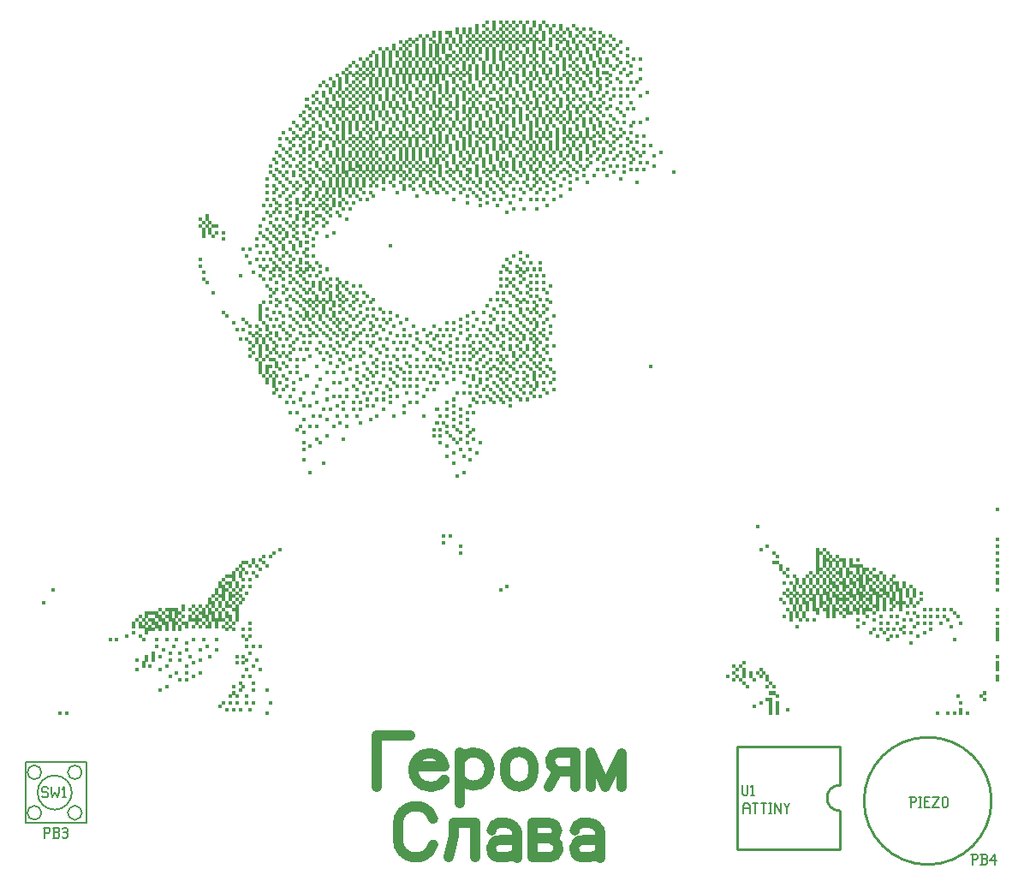
<source format=gto>
G04 start of page 2 for group 1 layer_idx 6 *
G04 Title: (unknown), top_silk *
G04 Creator: pcb-rnd 3.1.5-dev *
G04 CreationDate: 2024-03-25 20:38:14 UTC *
G04 For: STEM4ukraine *
G04 Format: Gerber/RS-274X *
G04 PCB-Dimensions: 393701 393701 *
G04 PCB-Coordinate-Origin: lower left *
%MOIN*%
%FSLAX25Y25*%
%LNTOP_SILK_NONE_1*%
%ADD35C,0.0070*%
%ADD34C,0.0394*%
%ADD33C,0.0079*%
%ADD32C,0.0100*%
%ADD31C,0.0001*%
G54D31*G36*
X193307Y331339D02*Y330000D01*
X191969D01*
Y331339D01*
X193307D01*
G37*
G36*
X195906D02*Y330000D01*
X194567D01*
Y331339D01*
X195906D01*
G37*
G36*
X198504D02*Y330000D01*
X197166D01*
Y331339D01*
X198504D01*
G37*
G36*
X201103D02*Y330000D01*
X199764D01*
Y331339D01*
X201103D01*
G37*
G36*
X203701D02*Y330000D01*
X202363D01*
Y331339D01*
X203701D01*
G37*
G36*
X206300D02*Y330000D01*
X204961D01*
Y331339D01*
X206300D01*
G37*
G36*
X208898D02*Y330000D01*
X207559D01*
Y331339D01*
X208898D01*
G37*
G36*
X211496D02*Y330000D01*
X210158D01*
Y331339D01*
X211496D01*
G37*
G36*
Y330039D02*Y328701D01*
X210158D01*
Y330039D01*
X211496D01*
G37*
G36*
X210197Y328740D02*Y327402D01*
X208859D01*
Y328740D01*
X210197D01*
G37*
G36*
X214095D02*Y327402D01*
X212756D01*
Y328740D01*
X214095D01*
G37*
G36*
X217992D02*Y327402D01*
X216654D01*
Y328740D01*
X217992D01*
G37*
G36*
X221890D02*Y327402D01*
X220552D01*
Y328740D01*
X221890D01*
G37*
G36*
X224489D02*Y327402D01*
X223150D01*
Y328740D01*
X224489D01*
G37*
G36*
X228386D02*Y327402D01*
X227048D01*
Y328740D01*
X228386D01*
G37*
G36*
X230985D02*Y327402D01*
X229646D01*
Y328740D01*
X230985D01*
G37*
G36*
X233583D02*Y327402D01*
X232244D01*
Y328740D01*
X233583D01*
G37*
G36*
X215394Y331339D02*Y330000D01*
X214055D01*
Y331339D01*
X215394D01*
G37*
G36*
X214095Y330039D02*Y328701D01*
X212756D01*
Y330039D01*
X214095D01*
G37*
G36*
X216693D02*Y328701D01*
X215355D01*
Y330039D01*
X216693D01*
G37*
G36*
X219292D02*Y328701D01*
X217953D01*
Y330039D01*
X219292D01*
G37*
G36*
X221890D02*Y328701D01*
X220552D01*
Y330039D01*
X221890D01*
G37*
G36*
X227087D02*Y328701D01*
X225748D01*
Y330039D01*
X227087D01*
G37*
G36*
X172520Y327441D02*Y326102D01*
X171181D01*
Y327441D01*
X172520D01*
G37*
G36*
X167323Y326142D02*Y324803D01*
X165985D01*
Y326142D01*
X167323D01*
G37*
G36*
X169922D02*Y324803D01*
X168583D01*
Y326142D01*
X169922D01*
G37*
G36*
X172520D02*Y324803D01*
X171181D01*
Y326142D01*
X172520D01*
G37*
G36*
X175118Y327441D02*Y326102D01*
X173780D01*
Y327441D01*
X175118D01*
G37*
G36*
X179016D02*Y326102D01*
X176378D01*
Y327441D01*
X179016D01*
G37*
G36*
X181615D02*Y326102D01*
X180276D01*
Y327441D01*
X181615D01*
G37*
G36*
X175118Y326142D02*Y324803D01*
X173780D01*
Y326142D01*
X175118D01*
G37*
G36*
Y324842D02*Y323504D01*
X173780D01*
Y324842D01*
X175118D01*
G37*
G36*
Y323543D02*Y322205D01*
X173780D01*
Y323543D01*
X175118D01*
G37*
G36*
Y317047D02*Y315709D01*
X173780D01*
Y317047D01*
X175118D01*
G37*
G36*
X176418Y322244D02*Y320905D01*
X175079D01*
Y322244D01*
X176418D01*
G37*
G36*
Y320945D02*Y319606D01*
X175079D01*
Y320945D01*
X176418D01*
G37*
G36*
Y319646D02*Y318307D01*
X175079D01*
Y319646D01*
X176418D01*
G37*
G36*
Y315748D02*Y314409D01*
X175079D01*
Y315748D01*
X176418D01*
G37*
G36*
X175118Y314449D02*Y313110D01*
X173780D01*
Y314449D01*
X175118D01*
G37*
G36*
X177717D02*Y313110D01*
X176378D01*
Y314449D01*
X177717D01*
G37*
G36*
X180315D02*Y313110D01*
X178977D01*
Y314449D01*
X180315D01*
G37*
G36*
X184213D02*Y313110D01*
X182874D01*
Y314449D01*
X184213D01*
G37*
G36*
X186811D02*Y313110D01*
X185473D01*
Y314449D01*
X186811D01*
G37*
G36*
X189410D02*Y313110D01*
X188071D01*
Y314449D01*
X189410D01*
G37*
G36*
X192008D02*Y313110D01*
X190670D01*
Y314449D01*
X192008D01*
G37*
G36*
X194607D02*Y313110D01*
X193268D01*
Y314449D01*
X194607D01*
G37*
G36*
X197205D02*Y313110D01*
X195866D01*
Y314449D01*
X197205D01*
G37*
G36*
X199804D02*Y313110D01*
X198465D01*
Y314449D01*
X199804D01*
G37*
G36*
X203701D02*Y313110D01*
X202363D01*
Y314449D01*
X203701D01*
G37*
G36*
X206300D02*Y313110D01*
X204961D01*
Y314449D01*
X206300D01*
G37*
G36*
X208898D02*Y313110D01*
X207559D01*
Y314449D01*
X208898D01*
G37*
G36*
X211496D02*Y313110D01*
X210158D01*
Y314449D01*
X211496D01*
G37*
G36*
X214095D02*Y313110D01*
X212756D01*
Y314449D01*
X214095D01*
G37*
G36*
X216693D02*Y313110D01*
X215355D01*
Y314449D01*
X216693D01*
G37*
G36*
X220591D02*Y313110D01*
X219252D01*
Y314449D01*
X220591D01*
G37*
G36*
X223189D02*Y313110D01*
X221851D01*
Y314449D01*
X223189D01*
G37*
G36*
X225788D02*Y313110D01*
X224449D01*
Y314449D01*
X225788D01*
G37*
G36*
X228386D02*Y313110D01*
X227048D01*
Y314449D01*
X228386D01*
G37*
G36*
X232284D02*Y313110D01*
X230945D01*
Y314449D01*
X232284D01*
G37*
G36*
X234882D02*Y313110D01*
X233544D01*
Y314449D01*
X234882D01*
G37*
G36*
X238780D02*Y313110D01*
X237441D01*
Y314449D01*
X238780D01*
G37*
G36*
X241378D02*Y313110D01*
X240040D01*
Y314449D01*
X241378D01*
G37*
G36*
X243977D02*Y313110D01*
X242638D01*
Y314449D01*
X243977D01*
G37*
G36*
X249174D02*Y313110D01*
X247835D01*
Y314449D01*
X249174D01*
G37*
G36*
X179016Y326142D02*Y324803D01*
X177678D01*
Y326142D01*
X179016D01*
G37*
G36*
X177717Y324842D02*Y323504D01*
X176378D01*
Y324842D01*
X177717D01*
G37*
G36*
Y323543D02*Y322205D01*
X176378D01*
Y323543D01*
X177717D01*
G37*
G36*
X180315Y324842D02*Y323504D01*
X178977D01*
Y324842D01*
X180315D01*
G37*
G36*
Y323543D02*Y322205D01*
X178977D01*
Y323543D01*
X180315D01*
G37*
G36*
X179016Y322244D02*Y320905D01*
X177678D01*
Y322244D01*
X179016D01*
G37*
G36*
X181615D02*Y320905D01*
X180276D01*
Y322244D01*
X181615D01*
G37*
G36*
X179016Y320945D02*Y319606D01*
X177678D01*
Y320945D01*
X179016D01*
G37*
G36*
X180315Y319646D02*Y318307D01*
X178977D01*
Y319646D01*
X180315D01*
G37*
G36*
X179016Y318346D02*Y317008D01*
X176378D01*
Y318346D01*
X179016D01*
G37*
G36*
X177717Y317047D02*Y315709D01*
X176378D01*
Y317047D01*
X177717D01*
G37*
G36*
X180315D02*Y315709D01*
X178977D01*
Y317047D01*
X180315D01*
G37*
G36*
X179016Y315748D02*Y314409D01*
X177678D01*
Y315748D01*
X179016D01*
G37*
G36*
X181615Y318346D02*Y317008D01*
X180276D01*
Y318346D01*
X181615D01*
G37*
G36*
Y315748D02*Y314409D01*
X180276D01*
Y315748D01*
X181615D01*
G37*
G36*
X184213D02*Y314409D01*
X182874D01*
Y315748D01*
X184213D01*
G37*
G36*
X188111D02*Y314409D01*
X186772D01*
Y315748D01*
X188111D01*
G37*
G36*
X192008D02*Y314409D01*
X190670D01*
Y315748D01*
X192008D01*
G37*
G36*
X195906D02*Y314409D01*
X194567D01*
Y315748D01*
X195906D01*
G37*
G36*
X199804D02*Y314409D01*
X198465D01*
Y315748D01*
X199804D01*
G37*
G36*
X202402D02*Y314409D01*
X201063D01*
Y315748D01*
X202402D01*
G37*
G36*
X205000D02*Y314409D01*
X203662D01*
Y315748D01*
X205000D01*
G37*
G36*
X207599D02*Y314409D01*
X206260D01*
Y315748D01*
X207599D01*
G37*
G36*
X210197D02*Y314409D01*
X208859D01*
Y315748D01*
X210197D01*
G37*
G36*
X212796D02*Y314409D01*
X211457D01*
Y315748D01*
X212796D01*
G37*
G36*
X215394D02*Y314409D01*
X214055D01*
Y315748D01*
X215394D01*
G37*
G36*
X219292D02*Y314409D01*
X217953D01*
Y315748D01*
X219292D01*
G37*
G36*
X223189D02*Y314409D01*
X221851D01*
Y315748D01*
X223189D01*
G37*
G36*
X227087D02*Y314409D01*
X225748D01*
Y315748D01*
X227087D01*
G37*
G36*
X230985D02*Y314409D01*
X229646D01*
Y315748D01*
X230985D01*
G37*
G36*
X234882D02*Y314409D01*
X233544D01*
Y315748D01*
X234882D01*
G37*
G36*
X237481D02*Y314409D01*
X236142D01*
Y315748D01*
X237481D01*
G37*
G36*
X240079D02*Y314409D01*
X238741D01*
Y315748D01*
X240079D01*
G37*
G36*
X245276D02*Y314409D01*
X243937D01*
Y315748D01*
X245276D01*
G37*
G36*
X247874D02*Y314409D01*
X246536D01*
Y315748D01*
X247874D01*
G37*
G36*
X182914Y326142D02*Y324803D01*
X181575D01*
Y326142D01*
X182914D01*
G37*
G36*
Y324842D02*Y323504D01*
X181575D01*
Y324842D01*
X182914D01*
G37*
G36*
Y323543D02*Y322205D01*
X181575D01*
Y323543D01*
X182914D01*
G37*
G36*
Y320945D02*Y319606D01*
X181575D01*
Y320945D01*
X182914D01*
G37*
G36*
Y319646D02*Y318307D01*
X181575D01*
Y319646D01*
X182914D01*
G37*
G36*
Y317047D02*Y315709D01*
X181575D01*
Y317047D01*
X182914D01*
G37*
G36*
X185512D02*Y315709D01*
X184174D01*
Y317047D01*
X185512D01*
G37*
G36*
X188111D02*Y315709D01*
X186772D01*
Y317047D01*
X188111D01*
G37*
G36*
X190709D02*Y315709D01*
X189370D01*
Y317047D01*
X190709D01*
G37*
G36*
X193307D02*Y315709D01*
X191969D01*
Y317047D01*
X193307D01*
G37*
G36*
X195906D02*Y315709D01*
X194567D01*
Y317047D01*
X195906D01*
G37*
G36*
X198504D02*Y315709D01*
X197166D01*
Y317047D01*
X198504D01*
G37*
G36*
X201103D02*Y315709D01*
X199764D01*
Y317047D01*
X201103D01*
G37*
G36*
X203701D02*Y315709D01*
X202363D01*
Y317047D01*
X203701D01*
G37*
G36*
X207599D02*Y315709D01*
X206260D01*
Y317047D01*
X207599D01*
G37*
G36*
X211496D02*Y315709D01*
X210158D01*
Y317047D01*
X211496D01*
G37*
G36*
X215394D02*Y315709D01*
X214055D01*
Y317047D01*
X215394D01*
G37*
G36*
X217992D02*Y315709D01*
X216654D01*
Y317047D01*
X217992D01*
G37*
G36*
X220591D02*Y315709D01*
X219252D01*
Y317047D01*
X220591D01*
G37*
G36*
X223189D02*Y315709D01*
X221851D01*
Y317047D01*
X223189D01*
G37*
G36*
X225788D02*Y315709D01*
X224449D01*
Y317047D01*
X225788D01*
G37*
G36*
X228386D02*Y315709D01*
X227048D01*
Y317047D01*
X228386D01*
G37*
G36*
X230985D02*Y315709D01*
X229646D01*
Y317047D01*
X230985D01*
G37*
G36*
X233583D02*Y315709D01*
X232244D01*
Y317047D01*
X233583D01*
G37*
G36*
X237481D02*Y315709D01*
X236142D01*
Y317047D01*
X237481D01*
G37*
G36*
X240079D02*Y315709D01*
X238741D01*
Y317047D01*
X240079D01*
G37*
G36*
X243977D02*Y315709D01*
X242638D01*
Y317047D01*
X243977D01*
G37*
G36*
X250473D02*Y315709D01*
X249134D01*
Y317047D01*
X250473D01*
G37*
G36*
X253071D02*Y315709D01*
X251733D01*
Y317047D01*
X253071D01*
G37*
G36*
X163426Y324842D02*Y323504D01*
X162087D01*
Y324842D01*
X163426D01*
G37*
G36*
X159528Y323543D02*Y322205D01*
X158189D01*
Y323543D01*
X159528D01*
G37*
G36*
X162126D02*Y322205D01*
X160788D01*
Y323543D01*
X162126D01*
G37*
G36*
X164725D02*Y322205D01*
X163386D01*
Y323543D01*
X164725D01*
G37*
G36*
X166024Y324842D02*Y323504D01*
X164685D01*
Y324842D01*
X166024D01*
G37*
G36*
X168622D02*Y323504D01*
X167284D01*
Y324842D01*
X168622D01*
G37*
G36*
X171221D02*Y323504D01*
X169882D01*
Y324842D01*
X171221D01*
G37*
G36*
X168622Y323543D02*Y322205D01*
X167284D01*
Y323543D01*
X168622D01*
G37*
G36*
Y322244D02*Y320905D01*
X167284D01*
Y322244D01*
X168622D01*
G37*
G36*
Y320945D02*Y319606D01*
X167284D01*
Y320945D01*
X168622D01*
G37*
G36*
Y319646D02*Y318307D01*
X167284D01*
Y319646D01*
X168622D01*
G37*
G36*
Y318346D02*Y317008D01*
X167284D01*
Y318346D01*
X168622D01*
G37*
G36*
X167323Y317047D02*Y315709D01*
X165985D01*
Y317047D01*
X167323D01*
G37*
G36*
X169922D02*Y315709D01*
X168583D01*
Y317047D01*
X169922D01*
G37*
G36*
X168622Y315748D02*Y314409D01*
X167284D01*
Y315748D01*
X168622D01*
G37*
G36*
Y314449D02*Y313110D01*
X167284D01*
Y314449D01*
X168622D01*
G37*
G36*
X167323Y313150D02*Y311811D01*
X165985D01*
Y313150D01*
X167323D01*
G37*
G36*
Y311850D02*Y310512D01*
X165985D01*
Y311850D01*
X167323D01*
G37*
G36*
X169922Y313150D02*Y311811D01*
X168583D01*
Y313150D01*
X169922D01*
G37*
G36*
Y311850D02*Y310512D01*
X168583D01*
Y311850D01*
X169922D01*
G37*
G36*
X172520D02*Y310512D01*
X171181D01*
Y311850D01*
X172520D01*
G37*
G36*
X175118D02*Y310512D01*
X173780D01*
Y311850D01*
X175118D01*
G37*
G36*
X177717D02*Y310512D01*
X176378D01*
Y311850D01*
X177717D01*
G37*
G36*
X180315D02*Y310512D01*
X178977D01*
Y311850D01*
X180315D01*
G37*
G36*
X182914D02*Y310512D01*
X181575D01*
Y311850D01*
X182914D01*
G37*
G36*
X185512D02*Y310512D01*
X184174D01*
Y311850D01*
X185512D01*
G37*
G36*
X189410D02*Y310512D01*
X188071D01*
Y311850D01*
X189410D01*
G37*
G36*
X192008D02*Y310512D01*
X190670D01*
Y311850D01*
X192008D01*
G37*
G36*
X194607D02*Y310512D01*
X193268D01*
Y311850D01*
X194607D01*
G37*
G36*
X198504D02*Y310512D01*
X197166D01*
Y311850D01*
X198504D01*
G37*
G36*
X201103D02*Y310512D01*
X199764D01*
Y311850D01*
X201103D01*
G37*
G36*
X203701D02*Y310512D01*
X202363D01*
Y311850D01*
X203701D01*
G37*
G36*
X207599D02*Y310512D01*
X206260D01*
Y311850D01*
X207599D01*
G37*
G36*
X210197D02*Y310512D01*
X208859D01*
Y311850D01*
X210197D01*
G37*
G36*
X212796D02*Y310512D01*
X211457D01*
Y311850D01*
X212796D01*
G37*
G36*
X215394D02*Y310512D01*
X214055D01*
Y311850D01*
X215394D01*
G37*
G36*
X217992D02*Y310512D01*
X216654D01*
Y311850D01*
X217992D01*
G37*
G36*
X220591D02*Y310512D01*
X219252D01*
Y311850D01*
X220591D01*
G37*
G36*
X224489D02*Y310512D01*
X223150D01*
Y311850D01*
X224489D01*
G37*
G36*
X228386D02*Y310512D01*
X227048D01*
Y311850D01*
X228386D01*
G37*
G36*
X230985D02*Y310512D01*
X229646D01*
Y311850D01*
X230985D01*
G37*
G36*
X233583D02*Y310512D01*
X232244D01*
Y311850D01*
X233583D01*
G37*
G36*
X236181D02*Y310512D01*
X234843D01*
Y311850D01*
X236181D01*
G37*
G36*
X240079D02*Y310512D01*
X237441D01*
Y311850D01*
X240079D01*
G37*
G36*
X245276D02*Y310512D01*
X243937D01*
Y311850D01*
X245276D01*
G37*
G36*
X249174D02*Y310512D01*
X247835D01*
Y311850D01*
X249174D01*
G37*
G36*
X172520Y323543D02*Y322205D01*
X171181D01*
Y323543D01*
X172520D01*
G37*
G36*
X171221Y322244D02*Y320905D01*
X169882D01*
Y322244D01*
X171221D01*
G37*
G36*
Y320945D02*Y319606D01*
X169882D01*
Y320945D01*
X171221D01*
G37*
G36*
X173819Y322244D02*Y320905D01*
X172481D01*
Y322244D01*
X173819D01*
G37*
G36*
Y320945D02*Y319606D01*
X172481D01*
Y320945D01*
X173819D01*
G37*
G36*
X171221Y319646D02*Y318307D01*
X169882D01*
Y319646D01*
X171221D01*
G37*
G36*
X173819D02*Y318307D01*
X172481D01*
Y319646D01*
X173819D01*
G37*
G36*
X171221Y318346D02*Y317008D01*
X169882D01*
Y318346D01*
X171221D01*
G37*
G36*
X173819D02*Y317008D01*
X172481D01*
Y318346D01*
X173819D01*
G37*
G36*
Y315748D02*Y314409D01*
X172481D01*
Y315748D01*
X173819D01*
G37*
G36*
X175118Y313150D02*Y311811D01*
X173780D01*
Y313150D01*
X175118D01*
G37*
G36*
X177717D02*Y311811D01*
X176378D01*
Y313150D01*
X177717D01*
G37*
G36*
X181615D02*Y311811D01*
X180276D01*
Y313150D01*
X181615D01*
G37*
G36*
X184213D02*Y311811D01*
X182874D01*
Y313150D01*
X184213D01*
G37*
G36*
X186811D02*Y311811D01*
X185473D01*
Y313150D01*
X186811D01*
G37*
G36*
X189410D02*Y311811D01*
X188071D01*
Y313150D01*
X189410D01*
G37*
G36*
X192008D02*Y311811D01*
X190670D01*
Y313150D01*
X192008D01*
G37*
G36*
X194607D02*Y311811D01*
X193268D01*
Y313150D01*
X194607D01*
G37*
G36*
X197205D02*Y311811D01*
X195866D01*
Y313150D01*
X197205D01*
G37*
G36*
X199804D02*Y311811D01*
X198465D01*
Y313150D01*
X199804D01*
G37*
G36*
X202402D02*Y311811D01*
X201063D01*
Y313150D01*
X202402D01*
G37*
G36*
X205000D02*Y311811D01*
X203662D01*
Y313150D01*
X205000D01*
G37*
G36*
X207599D02*Y311811D01*
X206260D01*
Y313150D01*
X207599D01*
G37*
G36*
X211496D02*Y311811D01*
X210158D01*
Y313150D01*
X211496D01*
G37*
G36*
X215394D02*Y311811D01*
X214055D01*
Y313150D01*
X215394D01*
G37*
G36*
X217992D02*Y311811D01*
X216654D01*
Y313150D01*
X217992D01*
G37*
G36*
X220591D02*Y311811D01*
X219252D01*
Y313150D01*
X220591D01*
G37*
G36*
X223189D02*Y311811D01*
X221851D01*
Y313150D01*
X223189D01*
G37*
G36*
X227087D02*Y311811D01*
X225748D01*
Y313150D01*
X227087D01*
G37*
G36*
X229685D02*Y311811D01*
X228347D01*
Y313150D01*
X229685D01*
G37*
G36*
X232284D02*Y311811D01*
X230945D01*
Y313150D01*
X232284D01*
G37*
G36*
X236181D02*Y311811D01*
X234843D01*
Y313150D01*
X236181D01*
G37*
G36*
X242678D02*Y311811D01*
X241339D01*
Y313150D01*
X242678D01*
G37*
G36*
X246575D02*Y311811D01*
X245237D01*
Y313150D01*
X246575D01*
G37*
G36*
X253071D02*Y311811D01*
X251733D01*
Y313150D01*
X253071D01*
G37*
G36*
X172520Y317047D02*Y315709D01*
X171181D01*
Y317047D01*
X172520D01*
G37*
G36*
Y313150D02*Y311811D01*
X171181D01*
Y313150D01*
X172520D01*
G37*
G36*
X171221Y315748D02*Y314409D01*
X169882D01*
Y315748D01*
X171221D01*
G37*
G36*
Y314449D02*Y313110D01*
X169882D01*
Y314449D01*
X171221D01*
G37*
G36*
X156929Y322244D02*Y320905D01*
X155591D01*
Y322244D01*
X156929D01*
G37*
G36*
X151733Y320945D02*Y319606D01*
X150394D01*
Y320945D01*
X151733D01*
G37*
G36*
X154331D02*Y319606D01*
X152992D01*
Y320945D01*
X154331D01*
G37*
G36*
X149134Y319646D02*Y318307D01*
X147796D01*
Y319646D01*
X149134D01*
G37*
G36*
X153032D02*Y318307D01*
X151693D01*
Y319646D01*
X153032D01*
G37*
G36*
X155630D02*Y318307D01*
X154292D01*
Y319646D01*
X155630D01*
G37*
G36*
X156929Y320945D02*Y319606D01*
X155591D01*
Y320945D01*
X156929D01*
G37*
G36*
X159528D02*Y319606D01*
X158189D01*
Y320945D01*
X159528D01*
G37*
G36*
X162126D02*Y319606D01*
X160788D01*
Y320945D01*
X162126D01*
G37*
G36*
X158229Y319646D02*Y318307D01*
X156890D01*
Y319646D01*
X158229D01*
G37*
G36*
Y318346D02*Y317008D01*
X156890D01*
Y318346D01*
X158229D01*
G37*
G36*
X159528Y317047D02*Y315709D01*
X158189D01*
Y317047D01*
X159528D01*
G37*
G36*
X158229Y315748D02*Y314409D01*
X156890D01*
Y315748D01*
X158229D01*
G37*
G36*
Y314449D02*Y313110D01*
X156890D01*
Y314449D01*
X158229D01*
G37*
G36*
X159528Y313150D02*Y311811D01*
X158189D01*
Y313150D01*
X159528D01*
G37*
G36*
Y311850D02*Y310512D01*
X158189D01*
Y311850D01*
X159528D01*
G37*
G36*
X158229Y310551D02*Y309213D01*
X156890D01*
Y310551D01*
X158229D01*
G37*
G36*
Y309252D02*Y307913D01*
X156890D01*
Y309252D01*
X158229D01*
G37*
G36*
Y307953D02*Y306614D01*
X156890D01*
Y307953D01*
X158229D01*
G37*
G36*
X160827D02*Y306614D01*
X159489D01*
Y307953D01*
X160827D01*
G37*
G36*
X163426D02*Y306614D01*
X162087D01*
Y307953D01*
X163426D01*
G37*
G36*
X167323D02*Y306614D01*
X165985D01*
Y307953D01*
X167323D01*
G37*
G36*
X171221D02*Y306614D01*
X169882D01*
Y307953D01*
X171221D01*
G37*
G36*
X173819D02*Y306614D01*
X172481D01*
Y307953D01*
X173819D01*
G37*
G36*
X177717D02*Y306614D01*
X176378D01*
Y307953D01*
X177717D01*
G37*
G36*
X180315D02*Y306614D01*
X178977D01*
Y307953D01*
X180315D01*
G37*
G36*
X184213D02*Y306614D01*
X182874D01*
Y307953D01*
X184213D01*
G37*
G36*
X186811D02*Y306614D01*
X185473D01*
Y307953D01*
X186811D01*
G37*
G36*
X190709D02*Y306614D01*
X189370D01*
Y307953D01*
X190709D01*
G37*
G36*
X194607D02*Y306614D01*
X193268D01*
Y307953D01*
X194607D01*
G37*
G36*
X198504D02*Y306614D01*
X197166D01*
Y307953D01*
X198504D01*
G37*
G36*
X202402D02*Y306614D01*
X201063D01*
Y307953D01*
X202402D01*
G37*
G36*
X205000D02*Y306614D01*
X203662D01*
Y307953D01*
X205000D01*
G37*
G36*
X207599D02*Y306614D01*
X206260D01*
Y307953D01*
X207599D01*
G37*
G36*
X210197D02*Y306614D01*
X208859D01*
Y307953D01*
X210197D01*
G37*
G36*
X214095D02*Y306614D01*
X212756D01*
Y307953D01*
X214095D01*
G37*
G36*
X217992D02*Y306614D01*
X216654D01*
Y307953D01*
X217992D01*
G37*
G36*
X220591D02*Y306614D01*
X219252D01*
Y307953D01*
X220591D01*
G37*
G36*
X224489D02*Y306614D01*
X223150D01*
Y307953D01*
X224489D01*
G37*
G36*
X228386D02*Y306614D01*
X227048D01*
Y307953D01*
X228386D01*
G37*
G36*
X230985D02*Y306614D01*
X229646D01*
Y307953D01*
X230985D01*
G37*
G36*
X233583D02*Y306614D01*
X232244D01*
Y307953D01*
X233583D01*
G37*
G36*
X236181D02*Y306614D01*
X234843D01*
Y307953D01*
X236181D01*
G37*
G36*
X241378D02*Y306614D01*
X240040D01*
Y307953D01*
X241378D01*
G37*
G36*
X245276D02*Y306614D01*
X243937D01*
Y307953D01*
X245276D01*
G37*
G36*
X249174D02*Y306614D01*
X247835D01*
Y307953D01*
X249174D01*
G37*
G36*
X251772D02*Y306614D01*
X250433D01*
Y307953D01*
X251772D01*
G37*
G36*
X160827Y319646D02*Y318307D01*
X159489D01*
Y319646D01*
X160827D01*
G37*
G36*
Y318346D02*Y317008D01*
X159489D01*
Y318346D01*
X160827D01*
G37*
G36*
X162126Y317047D02*Y315709D01*
X160788D01*
Y317047D01*
X162126D01*
G37*
G36*
X160827Y315748D02*Y314409D01*
X159489D01*
Y315748D01*
X160827D01*
G37*
G36*
Y314449D02*Y313110D01*
X159489D01*
Y314449D01*
X160827D01*
G37*
G36*
X162126Y313150D02*Y311811D01*
X160788D01*
Y313150D01*
X162126D01*
G37*
G36*
Y311850D02*Y310512D01*
X160788D01*
Y311850D01*
X162126D01*
G37*
G36*
X160827Y310551D02*Y309213D01*
X159489D01*
Y310551D01*
X160827D01*
G37*
G36*
Y309252D02*Y307913D01*
X159489D01*
Y309252D01*
X160827D01*
G37*
G36*
X163426D02*Y307913D01*
X162087D01*
Y309252D01*
X163426D01*
G37*
G36*
X166024D02*Y307913D01*
X164685D01*
Y309252D01*
X166024D01*
G37*
G36*
X168622D02*Y307913D01*
X167284D01*
Y309252D01*
X168622D01*
G37*
G36*
X171221D02*Y307913D01*
X169882D01*
Y309252D01*
X171221D01*
G37*
G36*
X173819D02*Y307913D01*
X172481D01*
Y309252D01*
X173819D01*
G37*
G36*
X176418D02*Y307913D01*
X175079D01*
Y309252D01*
X176418D01*
G37*
G36*
X180315D02*Y307913D01*
X178977D01*
Y309252D01*
X180315D01*
G37*
G36*
X182914D02*Y307913D01*
X181575D01*
Y309252D01*
X182914D01*
G37*
G36*
X186811D02*Y307913D01*
X185473D01*
Y309252D01*
X186811D01*
G37*
G36*
X189410D02*Y307913D01*
X188071D01*
Y309252D01*
X189410D01*
G37*
G36*
X192008D02*Y307913D01*
X190670D01*
Y309252D01*
X192008D01*
G37*
G36*
X194607D02*Y307913D01*
X193268D01*
Y309252D01*
X194607D01*
G37*
G36*
X197205D02*Y307913D01*
X195866D01*
Y309252D01*
X197205D01*
G37*
G36*
X199804D02*Y307913D01*
X198465D01*
Y309252D01*
X199804D01*
G37*
G36*
X202402D02*Y307913D01*
X201063D01*
Y309252D01*
X202402D01*
G37*
G36*
X205000D02*Y307913D01*
X203662D01*
Y309252D01*
X205000D01*
G37*
G36*
X208898D02*Y307913D01*
X207559D01*
Y309252D01*
X208898D01*
G37*
G36*
X211496D02*Y307913D01*
X210158D01*
Y309252D01*
X211496D01*
G37*
G36*
X214095D02*Y307913D01*
X212756D01*
Y309252D01*
X214095D01*
G37*
G36*
X216693D02*Y307913D01*
X215355D01*
Y309252D01*
X216693D01*
G37*
G36*
X219292D02*Y307913D01*
X217953D01*
Y309252D01*
X219292D01*
G37*
G36*
X221890D02*Y307913D01*
X220552D01*
Y309252D01*
X221890D01*
G37*
G36*
X224489D02*Y307913D01*
X223150D01*
Y309252D01*
X224489D01*
G37*
G36*
X227087D02*Y307913D01*
X225748D01*
Y309252D01*
X227087D01*
G37*
G36*
X229685D02*Y307913D01*
X228347D01*
Y309252D01*
X229685D01*
G37*
G36*
X233583D02*Y307913D01*
X232244D01*
Y309252D01*
X233583D01*
G37*
G36*
X237481D02*Y307913D01*
X236142D01*
Y309252D01*
X237481D01*
G37*
G36*
X240079D02*Y307913D01*
X238741D01*
Y309252D01*
X240079D01*
G37*
G36*
X243977D02*Y307913D01*
X242638D01*
Y309252D01*
X243977D01*
G37*
G36*
X253071D02*Y307913D01*
X251733D01*
Y309252D01*
X253071D01*
G37*
G36*
X163426Y319646D02*Y318307D01*
X162087D01*
Y319646D01*
X163426D01*
G37*
G36*
Y318346D02*Y317008D01*
X162087D01*
Y318346D01*
X163426D01*
G37*
G36*
Y315748D02*Y314409D01*
X162087D01*
Y315748D01*
X163426D01*
G37*
G36*
X164725Y317047D02*Y315709D01*
X163386D01*
Y317047D01*
X164725D01*
G37*
G36*
X166024Y315748D02*Y314409D01*
X164685D01*
Y315748D01*
X166024D01*
G37*
G36*
X163426Y314449D02*Y313110D01*
X162087D01*
Y314449D01*
X163426D01*
G37*
G36*
X166024D02*Y313110D01*
X164685D01*
Y314449D01*
X166024D01*
G37*
G36*
X164725Y313150D02*Y311811D01*
X163386D01*
Y313150D01*
X164725D01*
G37*
G36*
Y311850D02*Y310512D01*
X163386D01*
Y311850D01*
X164725D01*
G37*
G36*
X163426Y310551D02*Y309213D01*
X162087D01*
Y310551D01*
X163426D01*
G37*
G36*
X166024D02*Y309213D01*
X164685D01*
Y310551D01*
X166024D01*
G37*
G36*
X168622D02*Y309213D01*
X167284D01*
Y310551D01*
X168622D01*
G37*
G36*
X171221D02*Y309213D01*
X169882D01*
Y310551D01*
X171221D01*
G37*
G36*
X173819D02*Y309213D01*
X172481D01*
Y310551D01*
X173819D01*
G37*
G36*
X176418D02*Y309213D01*
X175079D01*
Y310551D01*
X176418D01*
G37*
G36*
X179016D02*Y309213D01*
X177678D01*
Y310551D01*
X179016D01*
G37*
G36*
X181615D02*Y309213D01*
X180276D01*
Y310551D01*
X181615D01*
G37*
G36*
X184213D02*Y309213D01*
X182874D01*
Y310551D01*
X184213D01*
G37*
G36*
X186811D02*Y309213D01*
X185473D01*
Y310551D01*
X186811D01*
G37*
G36*
X189410D02*Y309213D01*
X188071D01*
Y310551D01*
X189410D01*
G37*
G36*
X193307D02*Y309213D01*
X191969D01*
Y310551D01*
X193307D01*
G37*
G36*
X195906D02*Y309213D01*
X194567D01*
Y310551D01*
X195906D01*
G37*
G36*
X198504D02*Y309213D01*
X197166D01*
Y310551D01*
X198504D01*
G37*
G36*
X201103D02*Y309213D01*
X199764D01*
Y310551D01*
X201103D01*
G37*
G36*
X205000D02*Y309213D01*
X203662D01*
Y310551D01*
X205000D01*
G37*
G36*
X207599D02*Y309213D01*
X206260D01*
Y310551D01*
X207599D01*
G37*
G36*
X210197D02*Y309213D01*
X208859D01*
Y310551D01*
X210197D01*
G37*
G36*
X212796D02*Y309213D01*
X211457D01*
Y310551D01*
X212796D01*
G37*
G36*
X216693D02*Y309213D01*
X215355D01*
Y310551D01*
X216693D01*
G37*
G36*
X220591D02*Y309213D01*
X219252D01*
Y310551D01*
X220591D01*
G37*
G36*
X223189D02*Y309213D01*
X221851D01*
Y310551D01*
X223189D01*
G37*
G36*
X225788D02*Y309213D01*
X224449D01*
Y310551D01*
X225788D01*
G37*
G36*
X228386D02*Y309213D01*
X227048D01*
Y310551D01*
X228386D01*
G37*
G36*
X232284D02*Y309213D01*
X230945D01*
Y310551D01*
X232284D01*
G37*
G36*
X236181D02*Y309213D01*
X234843D01*
Y310551D01*
X236181D01*
G37*
G36*
X241378D02*Y309213D01*
X240040D01*
Y310551D01*
X241378D01*
G37*
G36*
X247874D02*Y309213D01*
X246536D01*
Y310551D01*
X247874D01*
G37*
G36*
X147835Y318346D02*Y317008D01*
X146496D01*
Y318346D01*
X147835D01*
G37*
G36*
X143937Y317047D02*Y315709D01*
X142599D01*
Y317047D01*
X143937D01*
G37*
G36*
X146536D02*Y315709D01*
X145197D01*
Y317047D01*
X146536D01*
G37*
G36*
X150433D02*Y315709D01*
X149095D01*
Y317047D01*
X150433D01*
G37*
G36*
Y318346D02*Y317008D01*
X149095D01*
Y318346D01*
X150433D01*
G37*
G36*
X153032D02*Y317008D01*
X151693D01*
Y318346D01*
X153032D01*
G37*
G36*
X155630D02*Y317008D01*
X154292D01*
Y318346D01*
X155630D01*
G37*
G36*
X153032Y317047D02*Y315709D01*
X151693D01*
Y317047D01*
X153032D01*
G37*
G36*
Y315748D02*Y314409D01*
X151693D01*
Y315748D01*
X153032D01*
G37*
G36*
Y314449D02*Y313110D01*
X151693D01*
Y314449D01*
X153032D01*
G37*
G36*
Y309252D02*Y307913D01*
X151693D01*
Y309252D01*
X153032D01*
G37*
G36*
X154331Y313150D02*Y311811D01*
X152992D01*
Y313150D01*
X154331D01*
G37*
G36*
Y311850D02*Y310512D01*
X152992D01*
Y311850D01*
X154331D01*
G37*
G36*
Y310551D02*Y309213D01*
X152992D01*
Y310551D01*
X154331D01*
G37*
G36*
X153032Y307953D02*Y306614D01*
X151693D01*
Y307953D01*
X153032D01*
G37*
G36*
Y306653D02*Y305315D01*
X151693D01*
Y306653D01*
X153032D01*
G37*
G36*
X154331Y305354D02*Y304016D01*
X152992D01*
Y305354D01*
X154331D01*
G37*
G36*
X156929D02*Y304016D01*
X155591D01*
Y305354D01*
X156929D01*
G37*
G36*
X159528D02*Y304016D01*
X158189D01*
Y305354D01*
X159528D01*
G37*
G36*
X162126D02*Y304016D01*
X160788D01*
Y305354D01*
X162126D01*
G37*
G36*
X166024D02*Y304016D01*
X164685D01*
Y305354D01*
X166024D01*
G37*
G36*
X168622D02*Y304016D01*
X167284D01*
Y305354D01*
X168622D01*
G37*
G36*
X171221D02*Y304016D01*
X169882D01*
Y305354D01*
X171221D01*
G37*
G36*
X175118D02*Y304016D01*
X173780D01*
Y305354D01*
X175118D01*
G37*
G36*
X177717D02*Y304016D01*
X176378D01*
Y305354D01*
X177717D01*
G37*
G36*
X180315D02*Y304016D01*
X178977D01*
Y305354D01*
X180315D01*
G37*
G36*
X182914D02*Y304016D01*
X181575D01*
Y305354D01*
X182914D01*
G37*
G36*
X185512D02*Y304016D01*
X184174D01*
Y305354D01*
X185512D01*
G37*
G36*
X188111D02*Y304016D01*
X186772D01*
Y305354D01*
X188111D01*
G37*
G36*
X192008D02*Y304016D01*
X190670D01*
Y305354D01*
X192008D01*
G37*
G36*
X195906D02*Y304016D01*
X194567D01*
Y305354D01*
X195906D01*
G37*
G36*
X198504D02*Y304016D01*
X197166D01*
Y305354D01*
X198504D01*
G37*
G36*
X201103D02*Y304016D01*
X199764D01*
Y305354D01*
X201103D01*
G37*
G36*
X203701D02*Y304016D01*
X202363D01*
Y305354D01*
X203701D01*
G37*
G36*
X207599D02*Y304016D01*
X206260D01*
Y305354D01*
X207599D01*
G37*
G36*
X210197D02*Y304016D01*
X208859D01*
Y305354D01*
X210197D01*
G37*
G36*
X214095D02*Y304016D01*
X212756D01*
Y305354D01*
X214095D01*
G37*
G36*
X216693D02*Y304016D01*
X215355D01*
Y305354D01*
X216693D01*
G37*
G36*
X219292D02*Y304016D01*
X217953D01*
Y305354D01*
X219292D01*
G37*
G36*
X221890D02*Y304016D01*
X220552D01*
Y305354D01*
X221890D01*
G37*
G36*
X224489D02*Y304016D01*
X223150D01*
Y305354D01*
X224489D01*
G37*
G36*
X227087D02*Y304016D01*
X225748D01*
Y305354D01*
X227087D01*
G37*
G36*
X229685D02*Y304016D01*
X228347D01*
Y305354D01*
X229685D01*
G37*
G36*
X232284D02*Y304016D01*
X230945D01*
Y305354D01*
X232284D01*
G37*
G36*
X237481D02*Y304016D01*
X236142D01*
Y305354D01*
X237481D01*
G37*
G36*
X242678D02*Y304016D01*
X241339D01*
Y305354D01*
X242678D01*
G37*
G36*
X245276D02*Y304016D01*
X243937D01*
Y305354D01*
X245276D01*
G37*
G36*
X247874D02*Y304016D01*
X246536D01*
Y305354D01*
X247874D01*
G37*
G36*
X250473D02*Y304016D01*
X249134D01*
Y305354D01*
X250473D01*
G37*
G36*
X255670Y304055D02*Y302716D01*
X254331D01*
Y304055D01*
X255670D01*
G37*
G36*
X155630Y317047D02*Y315709D01*
X154292D01*
Y317047D01*
X155630D01*
G37*
G36*
Y315748D02*Y314409D01*
X154292D01*
Y315748D01*
X155630D01*
G37*
G36*
Y314449D02*Y313110D01*
X154292D01*
Y314449D01*
X155630D01*
G37*
G36*
X156929Y313150D02*Y311811D01*
X155591D01*
Y313150D01*
X156929D01*
G37*
G36*
Y311850D02*Y310512D01*
X155591D01*
Y311850D01*
X156929D01*
G37*
G36*
X155630Y309252D02*Y307913D01*
X154292D01*
Y309252D01*
X155630D01*
G37*
G36*
Y307953D02*Y306614D01*
X154292D01*
Y307953D01*
X155630D01*
G37*
G36*
Y306653D02*Y305315D01*
X154292D01*
Y306653D01*
X155630D01*
G37*
G36*
X158229D02*Y305315D01*
X156890D01*
Y306653D01*
X158229D01*
G37*
G36*
X162126D02*Y305315D01*
X160788D01*
Y306653D01*
X162126D01*
G37*
G36*
X164725D02*Y305315D01*
X163386D01*
Y306653D01*
X164725D01*
G37*
G36*
X167323D02*Y305315D01*
X165985D01*
Y306653D01*
X167323D01*
G37*
G36*
X169922D02*Y305315D01*
X168583D01*
Y306653D01*
X169922D01*
G37*
G36*
X172520D02*Y305315D01*
X171181D01*
Y306653D01*
X172520D01*
G37*
G36*
X175118D02*Y305315D01*
X173780D01*
Y306653D01*
X175118D01*
G37*
G36*
X177717D02*Y305315D01*
X176378D01*
Y306653D01*
X177717D01*
G37*
G36*
X181615D02*Y305315D01*
X180276D01*
Y306653D01*
X181615D01*
G37*
G36*
X184213D02*Y305315D01*
X182874D01*
Y306653D01*
X184213D01*
G37*
G36*
X188111D02*Y305315D01*
X186772D01*
Y306653D01*
X188111D01*
G37*
G36*
X190709D02*Y305315D01*
X189370D01*
Y306653D01*
X190709D01*
G37*
G36*
X193307D02*Y305315D01*
X191969D01*
Y306653D01*
X193307D01*
G37*
G36*
X195906D02*Y305315D01*
X194567D01*
Y306653D01*
X195906D01*
G37*
G36*
X199804D02*Y305315D01*
X198465D01*
Y306653D01*
X199804D01*
G37*
G36*
X202402D02*Y305315D01*
X201063D01*
Y306653D01*
X202402D01*
G37*
G36*
X206300D02*Y305315D01*
X204961D01*
Y306653D01*
X206300D01*
G37*
G36*
X210197D02*Y305315D01*
X208859D01*
Y306653D01*
X210197D01*
G37*
G36*
X212796D02*Y305315D01*
X211457D01*
Y306653D01*
X212796D01*
G37*
G36*
X215394D02*Y305315D01*
X214055D01*
Y306653D01*
X215394D01*
G37*
G36*
X217992D02*Y305315D01*
X216654D01*
Y306653D01*
X217992D01*
G37*
G36*
X221890D02*Y305315D01*
X220552D01*
Y306653D01*
X221890D01*
G37*
G36*
X225788D02*Y305315D01*
X224449D01*
Y306653D01*
X225788D01*
G37*
G36*
X230985D02*Y305315D01*
X229646D01*
Y306653D01*
X230985D01*
G37*
G36*
X234882D02*Y305315D01*
X233544D01*
Y306653D01*
X234882D01*
G37*
G36*
X237481D02*Y305315D01*
X236142D01*
Y306653D01*
X237481D01*
G37*
G36*
X240079D02*Y305315D01*
X238741D01*
Y306653D01*
X240079D01*
G37*
G36*
X141339Y315748D02*Y314409D01*
X140000D01*
Y315748D01*
X141339D01*
G37*
G36*
X140040Y314449D02*Y313110D01*
X138701D01*
Y314449D01*
X140040D01*
G37*
G36*
X142638D02*Y313110D01*
X141300D01*
Y314449D01*
X142638D01*
G37*
G36*
X138740Y313150D02*Y311811D01*
X137402D01*
Y313150D01*
X138740D01*
G37*
G36*
X137441Y311850D02*Y310512D01*
X136103D01*
Y311850D01*
X137441D01*
G37*
G36*
X140040D02*Y310512D01*
X138701D01*
Y311850D01*
X140040D01*
G37*
G36*
X142638D02*Y310512D01*
X141300D01*
Y311850D01*
X142638D01*
G37*
G36*
X134843Y310551D02*Y309213D01*
X133504D01*
Y310551D01*
X134843D01*
G37*
G36*
X136142Y309252D02*Y307913D01*
X134803D01*
Y309252D01*
X136142D01*
G37*
G36*
Y307953D02*Y306614D01*
X134803D01*
Y307953D01*
X136142D01*
G37*
G36*
Y306653D02*Y305315D01*
X134803D01*
Y306653D01*
X136142D01*
G37*
G36*
Y305354D02*Y304016D01*
X134803D01*
Y305354D01*
X136142D01*
G37*
G36*
X134843Y304055D02*Y302716D01*
X133504D01*
Y304055D01*
X134843D01*
G37*
G36*
X137441D02*Y302716D01*
X136103D01*
Y304055D01*
X137441D01*
G37*
G36*
X136142Y302756D02*Y301417D01*
X134803D01*
Y302756D01*
X136142D01*
G37*
G36*
X137441Y301457D02*Y300118D01*
X136103D01*
Y301457D01*
X137441D01*
G37*
G36*
X134843Y300157D02*Y298819D01*
X133504D01*
Y300157D01*
X134843D01*
G37*
G36*
Y298858D02*Y297520D01*
X133504D01*
Y298858D01*
X134843D01*
G37*
G36*
X136142Y297559D02*Y296220D01*
X134803D01*
Y297559D01*
X136142D01*
G37*
G36*
X137441Y300157D02*Y298819D01*
X136103D01*
Y300157D01*
X137441D01*
G37*
G36*
Y298858D02*Y297520D01*
X136103D01*
Y298858D01*
X137441D01*
G37*
G36*
Y296260D02*Y294921D01*
X136103D01*
Y296260D01*
X137441D01*
G37*
G36*
X140040D02*Y294921D01*
X138701D01*
Y296260D01*
X140040D01*
G37*
G36*
X142638D02*Y294921D01*
X141300D01*
Y296260D01*
X142638D01*
G37*
G36*
X145237D02*Y294921D01*
X143898D01*
Y296260D01*
X145237D01*
G37*
G36*
X149134D02*Y294921D01*
X147796D01*
Y296260D01*
X149134D01*
G37*
G36*
X151733D02*Y294921D01*
X150394D01*
Y296260D01*
X151733D01*
G37*
G36*
X154331D02*Y294921D01*
X152992D01*
Y296260D01*
X154331D01*
G37*
G36*
X156929D02*Y294921D01*
X155591D01*
Y296260D01*
X156929D01*
G37*
G36*
X160827D02*Y294921D01*
X159489D01*
Y296260D01*
X160827D01*
G37*
G36*
X163426D02*Y294921D01*
X162087D01*
Y296260D01*
X163426D01*
G37*
G36*
X166024D02*Y294921D01*
X164685D01*
Y296260D01*
X166024D01*
G37*
G36*
X168622D02*Y294921D01*
X167284D01*
Y296260D01*
X168622D01*
G37*
G36*
X172520D02*Y294921D01*
X171181D01*
Y296260D01*
X172520D01*
G37*
G36*
X175118D02*Y294921D01*
X173780D01*
Y296260D01*
X175118D01*
G37*
G36*
X179016D02*Y294921D01*
X177678D01*
Y296260D01*
X179016D01*
G37*
G36*
X181615D02*Y294921D01*
X180276D01*
Y296260D01*
X181615D01*
G37*
G36*
X184213D02*Y294921D01*
X182874D01*
Y296260D01*
X184213D01*
G37*
G36*
X186811D02*Y294921D01*
X185473D01*
Y296260D01*
X186811D01*
G37*
G36*
X189410D02*Y294921D01*
X188071D01*
Y296260D01*
X189410D01*
G37*
G36*
X193307D02*Y294921D01*
X191969D01*
Y296260D01*
X193307D01*
G37*
G36*
X195906D02*Y294921D01*
X194567D01*
Y296260D01*
X195906D01*
G37*
G36*
X198504D02*Y294921D01*
X197166D01*
Y296260D01*
X198504D01*
G37*
G36*
X201103D02*Y294921D01*
X199764D01*
Y296260D01*
X201103D01*
G37*
G36*
X203701D02*Y294921D01*
X202363D01*
Y296260D01*
X203701D01*
G37*
G36*
X206300D02*Y294921D01*
X204961D01*
Y296260D01*
X206300D01*
G37*
G36*
X210197D02*Y294921D01*
X208859D01*
Y296260D01*
X210197D01*
G37*
G36*
X214095D02*Y294921D01*
X212756D01*
Y296260D01*
X214095D01*
G37*
G36*
X217992D02*Y294921D01*
X216654D01*
Y296260D01*
X217992D01*
G37*
G36*
X220591D02*Y294921D01*
X219252D01*
Y296260D01*
X220591D01*
G37*
G36*
X223189D02*Y294921D01*
X221851D01*
Y296260D01*
X223189D01*
G37*
G36*
X225788D02*Y294921D01*
X224449D01*
Y296260D01*
X225788D01*
G37*
G36*
X228386D02*Y294921D01*
X227048D01*
Y296260D01*
X228386D01*
G37*
G36*
X230985D02*Y294921D01*
X229646D01*
Y296260D01*
X230985D01*
G37*
G36*
X233583D02*Y294921D01*
X232244D01*
Y296260D01*
X233583D01*
G37*
G36*
X237481D02*Y294921D01*
X236142D01*
Y296260D01*
X237481D01*
G37*
G36*
X245276D02*Y294921D01*
X243937D01*
Y296260D01*
X245276D01*
G37*
G36*
X138740Y310551D02*Y309213D01*
X137402D01*
Y310551D01*
X138740D01*
G37*
G36*
Y309252D02*Y307913D01*
X137402D01*
Y309252D01*
X138740D01*
G37*
G36*
Y307953D02*Y306614D01*
X137402D01*
Y307953D01*
X138740D01*
G37*
G36*
X140040Y306653D02*Y305315D01*
X138701D01*
Y306653D01*
X140040D01*
G37*
G36*
X138740Y305354D02*Y304016D01*
X137402D01*
Y305354D01*
X138740D01*
G37*
G36*
X140040Y304055D02*Y302716D01*
X138701D01*
Y304055D01*
X140040D01*
G37*
G36*
X138740Y302756D02*Y301417D01*
X137402D01*
Y302756D01*
X138740D01*
G37*
G36*
X140040Y301457D02*Y300118D01*
X138701D01*
Y301457D01*
X140040D01*
G37*
G36*
Y298858D02*Y297520D01*
X138701D01*
Y298858D01*
X140040D01*
G37*
G36*
X138740Y297559D02*Y296220D01*
X137402D01*
Y297559D01*
X138740D01*
G37*
G36*
X141339D02*Y296220D01*
X140000D01*
Y297559D01*
X141339D01*
G37*
G36*
X145237D02*Y296220D01*
X143898D01*
Y297559D01*
X145237D01*
G37*
G36*
X147835D02*Y296220D01*
X146496D01*
Y297559D01*
X147835D01*
G37*
G36*
X150433D02*Y296220D01*
X149095D01*
Y297559D01*
X150433D01*
G37*
G36*
X153032D02*Y296220D01*
X151693D01*
Y297559D01*
X153032D01*
G37*
G36*
X156929D02*Y296220D01*
X155591D01*
Y297559D01*
X156929D01*
G37*
G36*
X159528D02*Y296220D01*
X158189D01*
Y297559D01*
X159528D01*
G37*
G36*
X162126D02*Y296220D01*
X160788D01*
Y297559D01*
X162126D01*
G37*
G36*
X166024D02*Y296220D01*
X164685D01*
Y297559D01*
X166024D01*
G37*
G36*
X168622D02*Y296220D01*
X167284D01*
Y297559D01*
X168622D01*
G37*
G36*
X171221D02*Y296220D01*
X169882D01*
Y297559D01*
X171221D01*
G37*
G36*
X175118D02*Y296220D01*
X173780D01*
Y297559D01*
X175118D01*
G37*
G36*
X177717D02*Y296220D01*
X176378D01*
Y297559D01*
X177717D01*
G37*
G36*
X180315D02*Y296220D01*
X178977D01*
Y297559D01*
X180315D01*
G37*
G36*
X184213D02*Y296220D01*
X182874D01*
Y297559D01*
X184213D01*
G37*
G36*
X186811D02*Y296220D01*
X185473D01*
Y297559D01*
X186811D01*
G37*
G36*
X189410D02*Y296220D01*
X188071D01*
Y297559D01*
X189410D01*
G37*
G36*
X192008D02*Y296220D01*
X190670D01*
Y297559D01*
X192008D01*
G37*
G36*
X194607D02*Y296220D01*
X193268D01*
Y297559D01*
X194607D01*
G37*
G36*
X198504D02*Y296220D01*
X197166D01*
Y297559D01*
X198504D01*
G37*
G36*
X201103D02*Y296220D01*
X199764D01*
Y297559D01*
X201103D01*
G37*
G36*
X203701D02*Y296220D01*
X202363D01*
Y297559D01*
X203701D01*
G37*
G36*
X206300D02*Y296220D01*
X204961D01*
Y297559D01*
X206300D01*
G37*
G36*
X208898D02*Y296220D01*
X207559D01*
Y297559D01*
X208898D01*
G37*
G36*
X211496D02*Y296220D01*
X210158D01*
Y297559D01*
X211496D01*
G37*
G36*
X214095D02*Y296220D01*
X212756D01*
Y297559D01*
X214095D01*
G37*
G36*
X216693D02*Y296220D01*
X215355D01*
Y297559D01*
X216693D01*
G37*
G36*
X220591D02*Y296220D01*
X219252D01*
Y297559D01*
X220591D01*
G37*
G36*
X224489D02*Y296220D01*
X223150D01*
Y297559D01*
X224489D01*
G37*
G36*
X228386D02*Y296220D01*
X227048D01*
Y297559D01*
X228386D01*
G37*
G36*
X232284D02*Y296220D01*
X230945D01*
Y297559D01*
X232284D01*
G37*
G36*
X236181D02*Y296220D01*
X234843D01*
Y297559D01*
X236181D01*
G37*
G36*
X240079D02*Y296220D01*
X238741D01*
Y297559D01*
X240079D01*
G37*
G36*
X243977D02*Y296220D01*
X242638D01*
Y297559D01*
X243977D01*
G37*
G36*
X247874D02*Y296220D01*
X246536D01*
Y297559D01*
X247874D01*
G37*
G36*
X250473D02*Y296220D01*
X249134D01*
Y297559D01*
X250473D01*
G37*
G36*
X141339Y310551D02*Y309213D01*
X140000D01*
Y310551D01*
X141339D01*
G37*
G36*
X142638Y309252D02*Y307913D01*
X141300D01*
Y309252D01*
X142638D01*
G37*
G36*
X141339Y307953D02*Y306614D01*
X140000D01*
Y307953D01*
X141339D01*
G37*
G36*
X142638Y306653D02*Y305315D01*
X141300D01*
Y306653D01*
X142638D01*
G37*
G36*
X141339Y305354D02*Y304016D01*
X140000D01*
Y305354D01*
X141339D01*
G37*
G36*
X142638Y304055D02*Y302716D01*
X141300D01*
Y304055D01*
X142638D01*
G37*
G36*
X141339Y302756D02*Y301417D01*
X140000D01*
Y302756D01*
X141339D01*
G37*
G36*
X142638Y301457D02*Y300118D01*
X141300D01*
Y301457D01*
X142638D01*
G37*
G36*
X141339Y300157D02*Y298819D01*
X140000D01*
Y300157D01*
X141339D01*
G37*
G36*
X142638Y298858D02*Y297520D01*
X141300D01*
Y298858D01*
X142638D01*
G37*
G36*
X145237D02*Y297520D01*
X143898D01*
Y298858D01*
X145237D01*
G37*
G36*
X147835D02*Y297520D01*
X146496D01*
Y298858D01*
X147835D01*
G37*
G36*
X150433D02*Y297520D01*
X149095D01*
Y298858D01*
X150433D01*
G37*
G36*
X153032D02*Y297520D01*
X151693D01*
Y298858D01*
X153032D01*
G37*
G36*
X155630D02*Y297520D01*
X154292D01*
Y298858D01*
X155630D01*
G37*
G36*
X158229D02*Y297520D01*
X156890D01*
Y298858D01*
X158229D01*
G37*
G36*
X162126D02*Y297520D01*
X160788D01*
Y298858D01*
X162126D01*
G37*
G36*
X164725D02*Y297520D01*
X163386D01*
Y298858D01*
X164725D01*
G37*
G36*
X168622D02*Y297520D01*
X167284D01*
Y298858D01*
X168622D01*
G37*
G36*
X171221D02*Y297520D01*
X169882D01*
Y298858D01*
X171221D01*
G37*
G36*
X173819D02*Y297520D01*
X172481D01*
Y298858D01*
X173819D01*
G37*
G36*
X176418D02*Y297520D01*
X175079D01*
Y298858D01*
X176418D01*
G37*
G36*
X179016D02*Y297520D01*
X177678D01*
Y298858D01*
X179016D01*
G37*
G36*
X181615D02*Y297520D01*
X180276D01*
Y298858D01*
X181615D01*
G37*
G36*
X184213D02*Y297520D01*
X182874D01*
Y298858D01*
X184213D01*
G37*
G36*
X188111D02*Y297520D01*
X186772D01*
Y298858D01*
X188111D01*
G37*
G36*
X192008D02*Y297520D01*
X190670D01*
Y298858D01*
X192008D01*
G37*
G36*
X194607D02*Y297520D01*
X193268D01*
Y298858D01*
X194607D01*
G37*
G36*
X197205D02*Y297520D01*
X195866D01*
Y298858D01*
X197205D01*
G37*
G36*
X201103D02*Y297520D01*
X199764D01*
Y298858D01*
X201103D01*
G37*
G36*
X205000D02*Y297520D01*
X203662D01*
Y298858D01*
X205000D01*
G37*
G36*
X208898D02*Y297520D01*
X207559D01*
Y298858D01*
X208898D01*
G37*
G36*
X212796D02*Y297520D01*
X211457D01*
Y298858D01*
X212796D01*
G37*
G36*
X216693D02*Y297520D01*
X215355D01*
Y298858D01*
X216693D01*
G37*
G36*
X219292D02*Y297520D01*
X217953D01*
Y298858D01*
X219292D01*
G37*
G36*
X221890D02*Y297520D01*
X220552D01*
Y298858D01*
X221890D01*
G37*
G36*
X224489D02*Y297520D01*
X223150D01*
Y298858D01*
X224489D01*
G37*
G36*
X227087D02*Y297520D01*
X225748D01*
Y298858D01*
X227087D01*
G37*
G36*
X229685D02*Y297520D01*
X228347D01*
Y298858D01*
X229685D01*
G37*
G36*
X232284D02*Y297520D01*
X230945D01*
Y298858D01*
X232284D01*
G37*
G36*
X234882D02*Y297520D01*
X233544D01*
Y298858D01*
X234882D01*
G37*
G36*
X237481D02*Y297520D01*
X236142D01*
Y298858D01*
X237481D01*
G37*
G36*
X241378D02*Y297520D01*
X240040D01*
Y298858D01*
X241378D01*
G37*
G36*
X132244Y309252D02*Y307913D01*
X130906D01*
Y309252D01*
X132244D01*
G37*
G36*
X129646Y307953D02*Y306614D01*
X128307D01*
Y307953D01*
X129646D01*
G37*
G36*
X128347Y306653D02*Y305315D01*
X127008D01*
Y306653D01*
X128347D01*
G37*
G36*
X130945D02*Y305315D01*
X129607D01*
Y306653D01*
X130945D01*
G37*
G36*
X132244Y305354D02*Y304016D01*
X130906D01*
Y305354D01*
X132244D01*
G37*
G36*
X133544Y307953D02*Y306614D01*
X132205D01*
Y307953D01*
X133544D01*
G37*
G36*
Y306653D02*Y305315D01*
X132205D01*
Y306653D01*
X133544D01*
G37*
G36*
Y293661D02*Y292323D01*
X132205D01*
Y293661D01*
X133544D01*
G37*
G36*
X136142D02*Y292323D01*
X134803D01*
Y293661D01*
X136142D01*
G37*
G36*
X138740D02*Y292323D01*
X137402D01*
Y293661D01*
X138740D01*
G37*
G36*
X141339D02*Y292323D01*
X140000D01*
Y293661D01*
X141339D01*
G37*
G36*
X143937D02*Y292323D01*
X142599D01*
Y293661D01*
X143937D01*
G37*
G36*
X146536D02*Y292323D01*
X145197D01*
Y293661D01*
X146536D01*
G37*
G36*
X149134D02*Y292323D01*
X147796D01*
Y293661D01*
X149134D01*
G37*
G36*
X153032D02*Y292323D01*
X151693D01*
Y293661D01*
X153032D01*
G37*
G36*
X155630D02*Y292323D01*
X154292D01*
Y293661D01*
X155630D01*
G37*
G36*
X158229D02*Y292323D01*
X156890D01*
Y293661D01*
X158229D01*
G37*
G36*
X162126D02*Y292323D01*
X160788D01*
Y293661D01*
X162126D01*
G37*
G36*
X164725D02*Y292323D01*
X163386D01*
Y293661D01*
X164725D01*
G37*
G36*
X168622D02*Y292323D01*
X167284D01*
Y293661D01*
X168622D01*
G37*
G36*
X171221D02*Y292323D01*
X169882D01*
Y293661D01*
X171221D01*
G37*
G36*
X173819D02*Y292323D01*
X172481D01*
Y293661D01*
X173819D01*
G37*
G36*
X176418D02*Y292323D01*
X175079D01*
Y293661D01*
X176418D01*
G37*
G36*
X179016D02*Y292323D01*
X177678D01*
Y293661D01*
X179016D01*
G37*
G36*
X181615D02*Y292323D01*
X180276D01*
Y293661D01*
X181615D01*
G37*
G36*
X184213D02*Y292323D01*
X182874D01*
Y293661D01*
X184213D01*
G37*
G36*
X186811D02*Y292323D01*
X185473D01*
Y293661D01*
X186811D01*
G37*
G36*
X190709D02*Y292323D01*
X189370D01*
Y293661D01*
X190709D01*
G37*
G36*
X194607D02*Y292323D01*
X193268D01*
Y293661D01*
X194607D01*
G37*
G36*
X197205D02*Y292323D01*
X195866D01*
Y293661D01*
X197205D01*
G37*
G36*
X201103D02*Y292323D01*
X199764D01*
Y293661D01*
X201103D01*
G37*
G36*
X203701D02*Y292323D01*
X202363D01*
Y293661D01*
X203701D01*
G37*
G36*
X206300D02*Y292323D01*
X204961D01*
Y293661D01*
X206300D01*
G37*
G36*
X208898D02*Y292323D01*
X207559D01*
Y293661D01*
X208898D01*
G37*
G36*
X212796D02*Y292323D01*
X211457D01*
Y293661D01*
X212796D01*
G37*
G36*
X215394D02*Y292323D01*
X214055D01*
Y293661D01*
X215394D01*
G37*
G36*
X217992D02*Y292323D01*
X216654D01*
Y293661D01*
X217992D01*
G37*
G36*
X220591D02*Y292323D01*
X219252D01*
Y293661D01*
X220591D01*
G37*
G36*
X223189D02*Y292323D01*
X221851D01*
Y293661D01*
X223189D01*
G37*
G36*
X225788D02*Y292323D01*
X224449D01*
Y293661D01*
X225788D01*
G37*
G36*
X228386D02*Y292323D01*
X227048D01*
Y293661D01*
X228386D01*
G37*
G36*
X230985D02*Y292323D01*
X229646D01*
Y293661D01*
X230985D01*
G37*
G36*
X233583D02*Y292323D01*
X232244D01*
Y293661D01*
X233583D01*
G37*
G36*
X236181D02*Y292323D01*
X234843D01*
Y293661D01*
X236181D01*
G37*
G36*
X242678D02*Y292323D01*
X241339D01*
Y293661D01*
X242678D01*
G37*
G36*
X255670D02*Y292323D01*
X254331D01*
Y293661D01*
X255670D01*
G37*
G36*
X127048Y304055D02*Y302716D01*
X125709D01*
Y304055D01*
X127048D01*
G37*
G36*
X120551Y289763D02*Y288425D01*
X119213D01*
Y289763D01*
X120551D01*
G37*
G36*
X124449D02*Y288425D01*
X123111D01*
Y289763D01*
X124449D01*
G37*
G36*
X116654D02*Y288425D01*
X115315D01*
Y289763D01*
X116654D01*
G37*
G36*
X114055Y288464D02*Y287126D01*
X112717D01*
Y288464D01*
X114055D01*
G37*
G36*
X117953D02*Y287126D01*
X116614D01*
Y288464D01*
X117953D01*
G37*
G36*
X123150D02*Y287126D01*
X121811D01*
Y288464D01*
X123150D01*
G37*
G36*
X112756Y279370D02*Y278031D01*
X111418D01*
Y279370D01*
X112756D01*
G37*
G36*
X110158Y278071D02*Y276732D01*
X108819D01*
Y278071D01*
X110158D01*
G37*
G36*
X114055D02*Y276732D01*
X112717D01*
Y278071D01*
X114055D01*
G37*
G36*
X112756Y268976D02*Y267637D01*
X111418D01*
Y268976D01*
X112756D01*
G37*
G36*
X116654D02*Y267637D01*
X115315D01*
Y268976D01*
X116654D01*
G37*
G36*
X119252D02*Y267637D01*
X117914D01*
Y268976D01*
X119252D01*
G37*
G36*
X123150D02*Y267637D01*
X121811D01*
Y268976D01*
X123150D01*
G37*
G36*
X125748D02*Y267637D01*
X124410D01*
Y268976D01*
X125748D01*
G37*
G36*
X129646D02*Y267637D01*
X128307D01*
Y268976D01*
X129646D01*
G37*
G36*
X132244D02*Y267637D01*
X130906D01*
Y268976D01*
X132244D01*
G37*
G36*
X134843D02*Y267637D01*
X133504D01*
Y268976D01*
X134843D01*
G37*
G36*
X137441D02*Y267637D01*
X136103D01*
Y268976D01*
X137441D01*
G37*
G36*
X140040D02*Y267637D01*
X138701D01*
Y268976D01*
X140040D01*
G37*
G36*
X142638D02*Y267637D01*
X141300D01*
Y268976D01*
X142638D01*
G37*
G36*
X145237D02*Y267637D01*
X143898D01*
Y268976D01*
X145237D01*
G37*
G36*
X149134D02*Y267637D01*
X147796D01*
Y268976D01*
X149134D01*
G37*
G36*
X153032D02*Y267637D01*
X151693D01*
Y268976D01*
X153032D01*
G37*
G36*
X155630D02*Y267637D01*
X154292D01*
Y268976D01*
X155630D01*
G37*
G36*
X159528D02*Y267637D01*
X158189D01*
Y268976D01*
X159528D01*
G37*
G36*
X164725D02*Y267637D01*
X163386D01*
Y268976D01*
X164725D01*
G37*
G36*
X168622D02*Y267637D01*
X167284D01*
Y268976D01*
X168622D01*
G37*
G36*
X171221D02*Y267637D01*
X169882D01*
Y268976D01*
X171221D01*
G37*
G36*
X173819D02*Y267637D01*
X172481D01*
Y268976D01*
X173819D01*
G37*
G36*
X177717D02*Y267637D01*
X176378D01*
Y268976D01*
X177717D01*
G37*
G36*
X181615D02*Y267637D01*
X180276D01*
Y268976D01*
X181615D01*
G37*
G36*
X185512D02*Y267637D01*
X184174D01*
Y268976D01*
X185512D01*
G37*
G36*
X188111D02*Y267637D01*
X186772D01*
Y268976D01*
X188111D01*
G37*
G36*
X190709D02*Y267637D01*
X189370D01*
Y268976D01*
X190709D01*
G37*
G36*
X193307D02*Y267637D01*
X191969D01*
Y268976D01*
X193307D01*
G37*
G36*
X195906D02*Y267637D01*
X194567D01*
Y268976D01*
X195906D01*
G37*
G36*
X199804D02*Y267637D01*
X198465D01*
Y268976D01*
X199804D01*
G37*
G36*
X202402D02*Y267637D01*
X201063D01*
Y268976D01*
X202402D01*
G37*
G36*
X205000D02*Y267637D01*
X203662D01*
Y268976D01*
X205000D01*
G37*
G36*
X207599D02*Y267637D01*
X206260D01*
Y268976D01*
X207599D01*
G37*
G36*
X212796D02*Y267637D01*
X211457D01*
Y268976D01*
X212796D01*
G37*
G36*
X215394D02*Y267637D01*
X214055D01*
Y268976D01*
X215394D01*
G37*
G36*
X219292D02*Y267637D01*
X217953D01*
Y268976D01*
X219292D01*
G37*
G36*
X225788D02*Y267637D01*
X224449D01*
Y268976D01*
X225788D01*
G37*
G36*
X232284D02*Y267637D01*
X230945D01*
Y268976D01*
X232284D01*
G37*
G36*
X251772D02*Y267637D01*
X250433D01*
Y268976D01*
X251772D01*
G37*
G36*
X116654Y279370D02*Y278031D01*
X115315D01*
Y279370D01*
X116654D01*
G37*
G36*
X117953Y278071D02*Y276732D01*
X116614D01*
Y278071D01*
X117953D01*
G37*
G36*
X110158Y267677D02*Y266338D01*
X108819D01*
Y267677D01*
X110158D01*
G37*
G36*
X111457Y266378D02*Y265039D01*
X110118D01*
Y266378D01*
X111457D01*
G37*
G36*
X115355D02*Y265039D01*
X114016D01*
Y266378D01*
X115355D01*
G37*
G36*
X107559Y267677D02*Y266338D01*
X106221D01*
Y267677D01*
X107559D01*
G37*
G36*
X114055D02*Y266338D01*
X112717D01*
Y267677D01*
X114055D01*
G37*
G36*
X117953D02*Y266338D01*
X116614D01*
Y267677D01*
X117953D01*
G37*
G36*
X107559Y262480D02*Y261141D01*
X106221D01*
Y262480D01*
X107559D01*
G37*
G36*
X106260Y259882D02*Y258543D01*
X104922D01*
Y259882D01*
X106260D01*
G37*
G36*
X84173Y255984D02*Y254645D01*
X82835D01*
Y255984D01*
X84173D01*
G37*
G36*
X107559Y265078D02*Y263740D01*
X106221D01*
Y265078D01*
X107559D01*
G37*
G36*
X108859Y259882D02*Y258543D01*
X107520D01*
Y259882D01*
X108859D01*
G37*
G36*
X107559Y257283D02*Y255945D01*
X106221D01*
Y257283D01*
X107559D01*
G37*
G36*
X108859Y255984D02*Y254645D01*
X107520D01*
Y255984D01*
X108859D01*
G37*
G36*
Y253385D02*Y252047D01*
X107520D01*
Y253385D01*
X108859D01*
G37*
G36*
X107559Y250787D02*Y249448D01*
X106221D01*
Y250787D01*
X107559D01*
G37*
G36*
X108859Y249488D02*Y248149D01*
X107520D01*
Y249488D01*
X108859D01*
G37*
G36*
X107559Y246889D02*Y245551D01*
X106221D01*
Y246889D01*
X107559D01*
G37*
G36*
Y241693D02*Y240354D01*
X106221D01*
Y241693D01*
X107559D01*
G37*
G36*
X108859Y239094D02*Y237756D01*
X107520D01*
Y239094D01*
X108859D01*
G37*
G36*
Y233897D02*Y232559D01*
X107520D01*
Y233897D01*
X108859D01*
G37*
G36*
Y231299D02*Y229960D01*
X107520D01*
Y231299D01*
X108859D01*
G37*
G36*
Y222204D02*Y220866D01*
X107520D01*
Y222204D01*
X108859D01*
G37*
G36*
Y215708D02*Y214370D01*
X107520D01*
Y215708D01*
X108859D01*
G37*
G36*
Y210511D02*Y209173D01*
X107520D01*
Y210511D01*
X108859D01*
G37*
G36*
Y207913D02*Y206574D01*
X107520D01*
Y207913D01*
X108859D01*
G37*
G36*
Y202716D02*Y201378D01*
X107520D01*
Y202716D01*
X108859D01*
G37*
G36*
X107559Y236496D02*Y235157D01*
X106221D01*
Y236496D01*
X107559D01*
G37*
G36*
Y228700D02*Y227362D01*
X106221D01*
Y228700D01*
X107559D01*
G37*
G36*
X106260Y222204D02*Y220866D01*
X104922D01*
Y222204D01*
X106260D01*
G37*
G36*
X104961Y220905D02*Y219567D01*
X103622D01*
Y220905D01*
X104961D01*
G37*
G36*
Y219606D02*Y218267D01*
X103622D01*
Y219606D01*
X104961D01*
G37*
G36*
X107559D02*Y218267D01*
X106221D01*
Y219606D01*
X107559D01*
G37*
G36*
X104961Y218307D02*Y216968D01*
X103622D01*
Y218307D01*
X104961D01*
G37*
G36*
Y217007D02*Y215669D01*
X103622D01*
Y217007D01*
X104961D01*
G37*
G36*
Y198819D02*Y197480D01*
X103622D01*
Y198819D01*
X104961D01*
G37*
G36*
Y197519D02*Y196181D01*
X103622D01*
Y197519D01*
X104961D01*
G37*
G36*
Y196220D02*Y194881D01*
X103622D01*
Y196220D01*
X104961D01*
G37*
G36*
Y194921D02*Y193582D01*
X103622D01*
Y194921D01*
X104961D01*
G37*
G36*
X107559Y217007D02*Y215669D01*
X106221D01*
Y217007D01*
X107559D01*
G37*
G36*
Y213110D02*Y211771D01*
X106221D01*
Y213110D01*
X107559D01*
G37*
G36*
Y211811D02*Y210472D01*
X106221D01*
Y211811D01*
X107559D01*
G37*
G36*
Y209212D02*Y207874D01*
X106221D01*
Y209212D01*
X107559D01*
G37*
G36*
Y205315D02*Y203976D01*
X106221D01*
Y205315D01*
X107559D01*
G37*
G36*
Y204015D02*Y202677D01*
X106221D01*
Y204015D01*
X107559D01*
G37*
G36*
Y201417D02*Y200078D01*
X106221D01*
Y201417D01*
X107559D01*
G37*
G36*
X108859Y197519D02*Y196181D01*
X106221D01*
Y197519D01*
X108859D01*
G37*
G36*
X107559Y196220D02*Y194881D01*
X106221D01*
Y196220D01*
X107559D01*
G37*
G36*
Y194921D02*Y193582D01*
X106221D01*
Y194921D01*
X107559D01*
G37*
G36*
X106260Y193622D02*Y192283D01*
X104922D01*
Y193622D01*
X106260D01*
G37*
G36*
X108859D02*Y192283D01*
X107520D01*
Y193622D01*
X108859D01*
G37*
G36*
X107559Y192322D02*Y190984D01*
X106221D01*
Y192322D01*
X107559D01*
G37*
G36*
Y191023D02*Y189685D01*
X106221D01*
Y191023D01*
X107559D01*
G37*
G36*
X81575Y254685D02*Y253346D01*
X80236D01*
Y254685D01*
X81575D01*
G37*
G36*
Y252086D02*Y250748D01*
X80236D01*
Y252086D01*
X81575D01*
G37*
G36*
Y239094D02*Y237756D01*
X80236D01*
Y239094D01*
X81575D01*
G37*
G36*
Y236496D02*Y235157D01*
X80236D01*
Y236496D01*
X81575D01*
G37*
G36*
X82874Y233897D02*Y232559D01*
X81535D01*
Y233897D01*
X82874D01*
G37*
G36*
Y231299D02*Y229960D01*
X81535D01*
Y231299D01*
X82874D01*
G37*
G36*
X84173Y254685D02*Y253346D01*
X82835D01*
Y254685D01*
X84173D01*
G37*
G36*
Y252086D02*Y250748D01*
X82835D01*
Y252086D01*
X84173D01*
G37*
G36*
Y230000D02*Y228661D01*
X82835D01*
Y230000D01*
X84173D01*
G37*
G36*
X86772Y226102D02*Y224763D01*
X85433D01*
Y226102D01*
X86772D01*
G37*
G36*
X90669Y218307D02*Y216968D01*
X89331D01*
Y218307D01*
X90669D01*
G37*
G36*
X91969Y217007D02*Y215669D01*
X90630D01*
Y217007D01*
X91969D01*
G37*
G36*
X106260Y254685D02*Y253346D01*
X104922D01*
Y254685D01*
X106260D01*
G37*
G36*
X104961Y252086D02*Y250748D01*
X103622D01*
Y252086D01*
X104961D01*
G37*
G36*
Y249488D02*Y248149D01*
X103622D01*
Y249488D01*
X104961D01*
G37*
G36*
X106260Y248189D02*Y246850D01*
X104922D01*
Y248189D01*
X106260D01*
G37*
G36*
X103662Y246889D02*Y245551D01*
X102323D01*
Y246889D01*
X103662D01*
G37*
G36*
Y244291D02*Y242952D01*
X102323D01*
Y244291D01*
X103662D01*
G37*
G36*
X106260D02*Y242952D01*
X104922D01*
Y244291D01*
X106260D01*
G37*
G36*
X98465Y242992D02*Y241653D01*
X97126D01*
Y242992D01*
X98465D01*
G37*
G36*
X97165Y232598D02*Y231259D01*
X95827D01*
Y232598D01*
X97165D01*
G37*
G36*
X98465Y215708D02*Y214370D01*
X97126D01*
Y215708D01*
X98465D01*
G37*
G36*
X94567Y214409D02*Y213070D01*
X93228D01*
Y214409D01*
X94567D01*
G37*
G36*
X95866Y211811D02*Y210472D01*
X94528D01*
Y211811D01*
X95866D01*
G37*
G36*
X98465D02*Y210472D01*
X97126D01*
Y211811D01*
X98465D01*
G37*
G36*
X97165Y207913D02*Y206574D01*
X95827D01*
Y207913D01*
X97165D01*
G37*
G36*
X101063Y242992D02*Y241653D01*
X99724D01*
Y242992D01*
X101063D01*
G37*
G36*
Y237795D02*Y236456D01*
X99724D01*
Y237795D01*
X101063D01*
G37*
G36*
Y213110D02*Y211771D01*
X99724D01*
Y213110D01*
X101063D01*
G37*
G36*
Y210511D02*Y209173D01*
X99724D01*
Y210511D01*
X101063D01*
G37*
G36*
Y206614D02*Y205275D01*
X99724D01*
Y206614D01*
X101063D01*
G37*
G36*
Y204015D02*Y202677D01*
X99724D01*
Y204015D01*
X101063D01*
G37*
G36*
Y201417D02*Y200078D01*
X99724D01*
Y201417D01*
X101063D01*
G37*
G36*
X104961Y241693D02*Y240354D01*
X103622D01*
Y241693D01*
X104961D01*
G37*
G36*
X103662Y239094D02*Y237756D01*
X102323D01*
Y239094D01*
X103662D01*
G37*
G36*
X106260D02*Y237756D01*
X104922D01*
Y239094D01*
X106260D01*
G37*
G36*
X104961Y236496D02*Y235157D01*
X103622D01*
Y236496D01*
X104961D01*
G37*
G36*
X106260Y235196D02*Y233858D01*
X104922D01*
Y235196D01*
X106260D01*
G37*
G36*
X102362Y233897D02*Y232559D01*
X101024D01*
Y233897D01*
X102362D01*
G37*
G36*
X104961Y232598D02*Y231259D01*
X103622D01*
Y232598D01*
X104961D01*
G37*
G36*
X106260Y231299D02*Y229960D01*
X104922D01*
Y231299D01*
X106260D01*
G37*
G36*
X104961Y215708D02*Y214370D01*
X103622D01*
Y215708D01*
X104961D01*
G37*
G36*
X106260Y214409D02*Y213070D01*
X104922D01*
Y214409D01*
X106260D01*
G37*
G36*
X103662Y213110D02*Y211771D01*
X102323D01*
Y213110D01*
X103662D01*
G37*
G36*
X104961Y211811D02*Y210472D01*
X103622D01*
Y211811D01*
X104961D01*
G37*
G36*
X103662Y210511D02*Y209173D01*
X102323D01*
Y210511D01*
X103662D01*
G37*
G36*
X102362Y209212D02*Y207874D01*
X101024D01*
Y209212D01*
X102362D01*
G37*
G36*
X104961D02*Y207874D01*
X103622D01*
Y209212D01*
X104961D01*
G37*
G36*
X103662Y207913D02*Y206574D01*
X102323D01*
Y207913D01*
X103662D01*
G37*
G36*
X106260D02*Y206574D01*
X104922D01*
Y207913D01*
X106260D01*
G37*
G36*
X103662Y206614D02*Y205275D01*
X102323D01*
Y206614D01*
X103662D01*
G37*
G36*
Y200118D02*Y198779D01*
X102323D01*
Y200118D01*
X103662D01*
G37*
G36*
X106260Y206614D02*Y205275D01*
X104922D01*
Y206614D01*
X106260D01*
G37*
G36*
Y200118D02*Y198779D01*
X104922D01*
Y200118D01*
X106260D01*
G37*
G36*
X102362Y205315D02*Y203976D01*
X101024D01*
Y205315D01*
X102362D01*
G37*
G36*
Y202716D02*Y201378D01*
X101024D01*
Y202716D01*
X102362D01*
G37*
G36*
X104961Y205315D02*Y203976D01*
X103622D01*
Y205315D01*
X104961D01*
G37*
G36*
Y204015D02*Y202677D01*
X103622D01*
Y204015D01*
X104961D01*
G37*
G36*
Y202716D02*Y201378D01*
X103622D01*
Y202716D01*
X104961D01*
G37*
G36*
Y201417D02*Y200078D01*
X103622D01*
Y201417D01*
X104961D01*
G37*
G36*
X99764Y240393D02*Y239055D01*
X98425D01*
Y240393D01*
X99764D01*
G37*
G36*
Y214409D02*Y213070D01*
X98425D01*
Y214409D01*
X99764D01*
G37*
G36*
Y207913D02*Y206574D01*
X98425D01*
Y207913D01*
X99764D01*
G37*
G36*
X82874Y253385D02*Y252047D01*
X81535D01*
Y253385D01*
X82874D01*
G37*
G36*
X85472D02*Y252047D01*
X84134D01*
Y253385D01*
X85472D01*
G37*
G36*
X82874Y250787D02*Y249448D01*
X81535D01*
Y250787D01*
X82874D01*
G37*
G36*
Y249488D02*Y248149D01*
X81535D01*
Y249488D01*
X82874D01*
G37*
G36*
X85472D02*Y248149D01*
X84134D01*
Y249488D01*
X85472D01*
G37*
G36*
X88071Y252086D02*Y250748D01*
X85433D01*
Y252086D01*
X88071D01*
G37*
G36*
X85472Y250787D02*Y249448D01*
X84134D01*
Y250787D01*
X85472D01*
G37*
G36*
X88071Y249488D02*Y248149D01*
X86732D01*
Y249488D01*
X88071D01*
G37*
G36*
X90669D02*Y248149D01*
X89331D01*
Y249488D01*
X90669D01*
G37*
G36*
Y246889D02*Y245551D01*
X89331D01*
Y246889D01*
X90669D01*
G37*
G36*
X82874Y248189D02*Y246850D01*
X81535D01*
Y248189D01*
X82874D01*
G37*
G36*
X86772D02*Y246850D01*
X85433D01*
Y248189D01*
X86772D01*
G37*
G36*
X110158Y265078D02*Y263740D01*
X108819D01*
Y265078D01*
X110158D01*
G37*
G36*
Y262480D02*Y261141D01*
X108819D01*
Y262480D01*
X110158D01*
G37*
G36*
X111457Y261181D02*Y259842D01*
X110118D01*
Y261181D01*
X111457D01*
G37*
G36*
Y258582D02*Y257244D01*
X110118D01*
Y258582D01*
X111457D01*
G37*
G36*
X110158Y257283D02*Y255945D01*
X108819D01*
Y257283D01*
X110158D01*
G37*
G36*
X111457Y254685D02*Y253346D01*
X110118D01*
Y254685D01*
X111457D01*
G37*
G36*
X110158Y252086D02*Y250748D01*
X108819D01*
Y252086D01*
X110158D01*
G37*
G36*
X111457Y250787D02*Y249448D01*
X110118D01*
Y250787D01*
X111457D01*
G37*
G36*
X110158Y248189D02*Y246850D01*
X108819D01*
Y248189D01*
X110158D01*
G37*
G36*
X111457Y246889D02*Y245551D01*
X110118D01*
Y246889D01*
X111457D01*
G37*
G36*
Y242992D02*Y241653D01*
X110118D01*
Y242992D01*
X111457D01*
G37*
G36*
Y240393D02*Y239055D01*
X110118D01*
Y240393D01*
X111457D01*
G37*
G36*
Y236496D02*Y235157D01*
X110118D01*
Y236496D01*
X111457D01*
G37*
G36*
Y230000D02*Y228661D01*
X110118D01*
Y230000D01*
X111457D01*
G37*
G36*
Y227401D02*Y226063D01*
X110118D01*
Y227401D01*
X111457D01*
G37*
G36*
Y223504D02*Y222165D01*
X110118D01*
Y223504D01*
X111457D01*
G37*
G36*
Y220905D02*Y219567D01*
X110118D01*
Y220905D01*
X111457D01*
G37*
G36*
Y215708D02*Y214370D01*
X110118D01*
Y215708D01*
X111457D01*
G37*
G36*
Y210511D02*Y209173D01*
X110118D01*
Y210511D01*
X111457D01*
G37*
G36*
Y209212D02*Y207874D01*
X110118D01*
Y209212D01*
X111457D01*
G37*
G36*
Y205315D02*Y203976D01*
X110118D01*
Y205315D01*
X111457D01*
G37*
G36*
Y202716D02*Y201378D01*
X110118D01*
Y202716D01*
X111457D01*
G37*
G36*
Y198819D02*Y197480D01*
X110118D01*
Y198819D01*
X111457D01*
G37*
G36*
Y197519D02*Y196181D01*
X110118D01*
Y197519D01*
X111457D01*
G37*
G36*
Y193622D02*Y192283D01*
X110118D01*
Y193622D01*
X111457D01*
G37*
G36*
Y188425D02*Y187086D01*
X110118D01*
Y188425D01*
X111457D01*
G37*
G36*
X108859Y245590D02*Y244252D01*
X107520D01*
Y245590D01*
X108859D01*
G37*
G36*
X110158Y244291D02*Y242952D01*
X108819D01*
Y244291D01*
X110158D01*
G37*
G36*
Y241693D02*Y240354D01*
X108819D01*
Y241693D01*
X110158D01*
G37*
G36*
Y237795D02*Y236456D01*
X108819D01*
Y237795D01*
X110158D01*
G37*
G36*
Y235196D02*Y233858D01*
X108819D01*
Y235196D01*
X110158D01*
G37*
G36*
Y232598D02*Y231259D01*
X108819D01*
Y232598D01*
X110158D01*
G37*
G36*
X108859Y227401D02*Y226063D01*
X107520D01*
Y227401D01*
X108859D01*
G37*
G36*
X110158Y226102D02*Y224763D01*
X108819D01*
Y226102D01*
X110158D01*
G37*
G36*
X108859Y224803D02*Y223464D01*
X107520D01*
Y224803D01*
X108859D01*
G37*
G36*
X110158Y218307D02*Y216968D01*
X108819D01*
Y218307D01*
X110158D01*
G37*
G36*
Y213110D02*Y211771D01*
X108819D01*
Y213110D01*
X110158D01*
G37*
G36*
Y206614D02*Y205275D01*
X108819D01*
Y206614D01*
X110158D01*
G37*
G36*
Y204015D02*Y202677D01*
X108819D01*
Y204015D01*
X110158D01*
G37*
G36*
Y200118D02*Y198779D01*
X107520D01*
Y200118D01*
X110158D01*
G37*
G36*
Y194921D02*Y193582D01*
X108819D01*
Y194921D01*
X110158D01*
G37*
G36*
Y192322D02*Y190984D01*
X108819D01*
Y192322D01*
X110158D01*
G37*
G36*
Y191023D02*Y189685D01*
X108819D01*
Y191023D01*
X110158D01*
G37*
G36*
Y189724D02*Y188385D01*
X108819D01*
Y189724D01*
X110158D01*
G37*
G36*
Y187126D02*Y185787D01*
X108819D01*
Y187126D01*
X110158D01*
G37*
G36*
X114055Y265078D02*Y263740D01*
X112717D01*
Y265078D01*
X114055D01*
G37*
G36*
X112756Y263779D02*Y262441D01*
X111418D01*
Y263779D01*
X112756D01*
G37*
G36*
Y259882D02*Y258543D01*
X111418D01*
Y259882D01*
X112756D01*
G37*
G36*
Y257283D02*Y255945D01*
X111418D01*
Y257283D01*
X112756D01*
G37*
G36*
X114055Y254685D02*Y253346D01*
X112717D01*
Y254685D01*
X114055D01*
G37*
G36*
X112756Y252086D02*Y250748D01*
X111418D01*
Y252086D01*
X112756D01*
G37*
G36*
X114055Y250787D02*Y249448D01*
X112717D01*
Y250787D01*
X114055D01*
G37*
G36*
X112756Y249488D02*Y248149D01*
X111418D01*
Y249488D01*
X112756D01*
G37*
G36*
X114055Y246889D02*Y245551D01*
X112717D01*
Y246889D01*
X114055D01*
G37*
G36*
X112756Y245590D02*Y244252D01*
X111418D01*
Y245590D01*
X112756D01*
G37*
G36*
Y239094D02*Y237756D01*
X111418D01*
Y239094D01*
X112756D01*
G37*
G36*
Y235196D02*Y233858D01*
X111418D01*
Y235196D01*
X112756D01*
G37*
G36*
Y232598D02*Y231259D01*
X111418D01*
Y232598D01*
X112756D01*
G37*
G36*
Y222204D02*Y220866D01*
X111418D01*
Y222204D01*
X112756D01*
G37*
G36*
Y218307D02*Y216968D01*
X111418D01*
Y218307D01*
X112756D01*
G37*
G36*
Y213110D02*Y211771D01*
X111418D01*
Y213110D01*
X112756D01*
G37*
G36*
Y207913D02*Y206574D01*
X111418D01*
Y207913D01*
X112756D01*
G37*
G36*
Y201417D02*Y200078D01*
X111418D01*
Y201417D01*
X112756D01*
G37*
G36*
Y196220D02*Y194881D01*
X111418D01*
Y196220D01*
X112756D01*
G37*
G36*
Y191023D02*Y189685D01*
X111418D01*
Y191023D01*
X112756D01*
G37*
G36*
Y185826D02*Y184488D01*
X111418D01*
Y185826D01*
X112756D01*
G37*
G36*
X114055Y244291D02*Y242952D01*
X112717D01*
Y244291D01*
X114055D01*
G37*
G36*
Y242992D02*Y241653D01*
X112717D01*
Y242992D01*
X114055D01*
G37*
G36*
Y240393D02*Y239055D01*
X112717D01*
Y240393D01*
X114055D01*
G37*
G36*
Y237795D02*Y236456D01*
X112717D01*
Y237795D01*
X114055D01*
G37*
G36*
Y233897D02*Y232559D01*
X112717D01*
Y233897D01*
X114055D01*
G37*
G36*
Y231299D02*Y229960D01*
X112717D01*
Y231299D01*
X114055D01*
G37*
G36*
Y228700D02*Y227362D01*
X112717D01*
Y228700D01*
X114055D01*
G37*
G36*
Y226102D02*Y224763D01*
X112717D01*
Y226102D01*
X114055D01*
G37*
G36*
Y217007D02*Y215669D01*
X112717D01*
Y217007D01*
X114055D01*
G37*
G36*
Y214409D02*Y213070D01*
X112717D01*
Y214409D01*
X114055D01*
G37*
G36*
Y211811D02*Y210472D01*
X112717D01*
Y211811D01*
X114055D01*
G37*
G36*
Y205315D02*Y203976D01*
X112717D01*
Y205315D01*
X114055D01*
G37*
G36*
Y202716D02*Y201378D01*
X112717D01*
Y202716D01*
X114055D01*
G37*
G36*
Y198819D02*Y197480D01*
X112717D01*
Y198819D01*
X114055D01*
G37*
G36*
Y193622D02*Y192283D01*
X112717D01*
Y193622D01*
X114055D01*
G37*
G36*
Y188425D02*Y187086D01*
X112717D01*
Y188425D01*
X114055D01*
G37*
G36*
X117953Y265078D02*Y263740D01*
X116614D01*
Y265078D01*
X117953D01*
G37*
G36*
X116654Y263779D02*Y262441D01*
X115315D01*
Y263779D01*
X116654D01*
G37*
G36*
X115355Y262480D02*Y261141D01*
X114016D01*
Y262480D01*
X115355D01*
G37*
G36*
X119252D02*Y261141D01*
X117914D01*
Y262480D01*
X119252D01*
G37*
G36*
X116654Y261181D02*Y259842D01*
X115315D01*
Y261181D01*
X116654D01*
G37*
G36*
X119252D02*Y259842D01*
X117914D01*
Y261181D01*
X119252D01*
G37*
G36*
X115355Y259882D02*Y258543D01*
X114016D01*
Y259882D01*
X115355D01*
G37*
G36*
X120551D02*Y258543D01*
X119213D01*
Y259882D01*
X120551D01*
G37*
G36*
Y257283D02*Y255945D01*
X119213D01*
Y257283D01*
X120551D01*
G37*
G36*
X121851Y254685D02*Y253346D01*
X120512D01*
Y254685D01*
X121851D01*
G37*
G36*
X123150Y253385D02*Y252047D01*
X121811D01*
Y253385D01*
X123150D01*
G37*
G36*
X121851Y252086D02*Y250748D01*
X120512D01*
Y252086D01*
X121851D01*
G37*
G36*
Y249488D02*Y248149D01*
X120512D01*
Y249488D01*
X121851D01*
G37*
G36*
X123150Y248189D02*Y246850D01*
X121811D01*
Y248189D01*
X123150D01*
G37*
G36*
X120551Y245590D02*Y244252D01*
X119213D01*
Y245590D01*
X120551D01*
G37*
G36*
X123150D02*Y244252D01*
X121811D01*
Y245590D01*
X123150D01*
G37*
G36*
Y237795D02*Y236456D01*
X121811D01*
Y237795D01*
X123150D01*
G37*
G36*
Y235196D02*Y233858D01*
X121811D01*
Y235196D01*
X123150D01*
G37*
G36*
Y230000D02*Y228661D01*
X121811D01*
Y230000D01*
X123150D01*
G37*
G36*
Y226102D02*Y224763D01*
X121811D01*
Y226102D01*
X123150D01*
G37*
G36*
Y222204D02*Y220866D01*
X121811D01*
Y222204D01*
X123150D01*
G37*
G36*
Y218307D02*Y216968D01*
X121811D01*
Y218307D01*
X123150D01*
G37*
G36*
Y217007D02*Y215669D01*
X121811D01*
Y217007D01*
X123150D01*
G37*
G36*
Y213110D02*Y211771D01*
X121811D01*
Y213110D01*
X123150D01*
G37*
G36*
Y204015D02*Y202677D01*
X121811D01*
Y204015D01*
X123150D01*
G37*
G36*
Y193622D02*Y192283D01*
X121811D01*
Y193622D01*
X123150D01*
G37*
G36*
X120551Y244291D02*Y242952D01*
X119213D01*
Y244291D01*
X120551D01*
G37*
G36*
Y239094D02*Y237756D01*
X119213D01*
Y239094D01*
X120551D01*
G37*
G36*
Y237795D02*Y236456D01*
X119213D01*
Y237795D01*
X120551D01*
G37*
G36*
Y235196D02*Y233858D01*
X119213D01*
Y235196D01*
X120551D01*
G37*
G36*
Y232598D02*Y231259D01*
X119213D01*
Y232598D01*
X120551D01*
G37*
G36*
Y228700D02*Y227362D01*
X119213D01*
Y228700D01*
X120551D01*
G37*
G36*
Y224803D02*Y223464D01*
X119213D01*
Y224803D01*
X120551D01*
G37*
G36*
Y220905D02*Y219567D01*
X119213D01*
Y220905D01*
X120551D01*
G37*
G36*
Y217007D02*Y215669D01*
X119213D01*
Y217007D01*
X120551D01*
G37*
G36*
Y213110D02*Y211771D01*
X119213D01*
Y213110D01*
X120551D01*
G37*
G36*
Y210511D02*Y209173D01*
X119213D01*
Y210511D01*
X120551D01*
G37*
G36*
Y204015D02*Y202677D01*
X119213D01*
Y204015D01*
X120551D01*
G37*
G36*
Y192322D02*Y190984D01*
X119213D01*
Y192322D01*
X120551D01*
G37*
G36*
Y184527D02*Y183189D01*
X119213D01*
Y184527D01*
X120551D01*
G37*
G36*
Y174133D02*Y172795D01*
X119213D01*
Y174133D01*
X120551D01*
G37*
G36*
X123150Y242992D02*Y241653D01*
X121811D01*
Y242992D01*
X123150D01*
G37*
G36*
X121851Y241693D02*Y240354D01*
X120512D01*
Y241693D01*
X121851D01*
G37*
G36*
X123150Y240393D02*Y239055D01*
X121811D01*
Y240393D01*
X123150D01*
G37*
G36*
X125748D02*Y239055D01*
X124410D01*
Y240393D01*
X125748D01*
G37*
G36*
X127048Y237795D02*Y236456D01*
X125709D01*
Y237795D01*
X127048D01*
G37*
G36*
X124449Y236496D02*Y235157D01*
X123111D01*
Y236496D01*
X124449D01*
G37*
G36*
X128347D02*Y235157D01*
X127008D01*
Y236496D01*
X128347D01*
G37*
G36*
X125748Y235196D02*Y233858D01*
X124410D01*
Y235196D01*
X125748D01*
G37*
G36*
X124449Y232598D02*Y231259D01*
X123111D01*
Y232598D01*
X124449D01*
G37*
G36*
X127048D02*Y231259D01*
X125709D01*
Y232598D01*
X127048D01*
G37*
G36*
X125748Y230000D02*Y228661D01*
X124410D01*
Y230000D01*
X125748D01*
G37*
G36*
X128347D02*Y228661D01*
X127008D01*
Y230000D01*
X128347D01*
G37*
G36*
X125748Y228700D02*Y227362D01*
X124410D01*
Y228700D01*
X125748D01*
G37*
G36*
X128347D02*Y227362D01*
X127008D01*
Y228700D01*
X128347D01*
G37*
G36*
X124449Y227401D02*Y226063D01*
X123111D01*
Y227401D01*
X124449D01*
G37*
G36*
Y223504D02*Y222165D01*
X123111D01*
Y223504D01*
X124449D01*
G37*
G36*
Y220905D02*Y219567D01*
X123111D01*
Y220905D01*
X124449D01*
G37*
G36*
Y215708D02*Y214370D01*
X123111D01*
Y215708D01*
X124449D01*
G37*
G36*
Y211811D02*Y210472D01*
X123111D01*
Y211811D01*
X124449D01*
G37*
G36*
Y209212D02*Y207874D01*
X123111D01*
Y209212D01*
X124449D01*
G37*
G36*
Y206614D02*Y205275D01*
X123111D01*
Y206614D01*
X124449D01*
G37*
G36*
Y201417D02*Y200078D01*
X123111D01*
Y201417D01*
X124449D01*
G37*
G36*
Y181929D02*Y180590D01*
X123111D01*
Y181929D01*
X124449D01*
G37*
G36*
Y174133D02*Y172795D01*
X123111D01*
Y174133D01*
X124449D01*
G37*
G36*
Y166338D02*Y165000D01*
X123111D01*
Y166338D01*
X124449D01*
G37*
G36*
X128347Y227401D02*Y226063D01*
X127008D01*
Y227401D01*
X128347D01*
G37*
G36*
X125748Y226102D02*Y224763D01*
X124410D01*
Y226102D01*
X125748D01*
G37*
G36*
X127048Y224803D02*Y223464D01*
X125709D01*
Y224803D01*
X127048D01*
G37*
G36*
Y223504D02*Y222165D01*
X125709D01*
Y223504D01*
X127048D01*
G37*
G36*
X125748Y222204D02*Y220866D01*
X124410D01*
Y222204D01*
X125748D01*
G37*
G36*
X128347D02*Y220866D01*
X127008D01*
Y222204D01*
X128347D01*
G37*
G36*
X127048Y220905D02*Y219567D01*
X125709D01*
Y220905D01*
X127048D01*
G37*
G36*
X125748Y219606D02*Y218267D01*
X124410D01*
Y219606D01*
X125748D01*
G37*
G36*
X127048Y218307D02*Y216968D01*
X125709D01*
Y218307D01*
X127048D01*
G37*
G36*
Y213110D02*Y211771D01*
X125709D01*
Y213110D01*
X127048D01*
G37*
G36*
Y209212D02*Y207874D01*
X125709D01*
Y209212D01*
X127048D01*
G37*
G36*
Y204015D02*Y202677D01*
X125709D01*
Y204015D01*
X127048D01*
G37*
G36*
Y197519D02*Y196181D01*
X125709D01*
Y197519D01*
X127048D01*
G37*
G36*
Y189724D02*Y188385D01*
X125709D01*
Y189724D01*
X127048D01*
G37*
G36*
Y183228D02*Y181889D01*
X125709D01*
Y183228D01*
X127048D01*
G37*
G36*
Y174133D02*Y172795D01*
X125709D01*
Y174133D01*
X127048D01*
G37*
G36*
Y168937D02*Y167598D01*
X125709D01*
Y168937D01*
X127048D01*
G37*
G36*
X125748Y217007D02*Y215669D01*
X124410D01*
Y217007D01*
X125748D01*
G37*
G36*
Y214409D02*Y213070D01*
X124410D01*
Y214409D01*
X125748D01*
G37*
G36*
Y210511D02*Y209173D01*
X124410D01*
Y210511D01*
X125748D01*
G37*
G36*
Y187126D02*Y185787D01*
X124410D01*
Y187126D01*
X125748D01*
G37*
G36*
Y178031D02*Y176693D01*
X124410D01*
Y178031D01*
X125748D01*
G37*
G36*
X128347Y217007D02*Y215669D01*
X127008D01*
Y217007D01*
X128347D01*
G37*
G36*
Y215708D02*Y214370D01*
X127008D01*
Y215708D01*
X128347D01*
G37*
G36*
Y211811D02*Y210472D01*
X127008D01*
Y211811D01*
X128347D01*
G37*
G36*
Y206614D02*Y205275D01*
X127008D01*
Y206614D01*
X128347D01*
G37*
G36*
Y202716D02*Y201378D01*
X127008D01*
Y202716D01*
X128347D01*
G37*
G36*
Y178031D02*Y176693D01*
X127008D01*
Y178031D01*
X128347D01*
G37*
G36*
Y167637D02*Y166299D01*
X127008D01*
Y167637D01*
X128347D01*
G37*
G36*
X129646Y226102D02*Y224763D01*
X128307D01*
Y226102D01*
X129646D01*
G37*
G36*
Y223504D02*Y222165D01*
X128307D01*
Y223504D01*
X129646D01*
G37*
G36*
Y220905D02*Y219567D01*
X128307D01*
Y220905D01*
X129646D01*
G37*
G36*
Y219606D02*Y218267D01*
X128307D01*
Y219606D01*
X129646D01*
G37*
G36*
Y218307D02*Y216968D01*
X128307D01*
Y218307D01*
X129646D01*
G37*
G36*
Y214409D02*Y213070D01*
X128307D01*
Y214409D01*
X129646D01*
G37*
G36*
Y210511D02*Y209173D01*
X128307D01*
Y210511D01*
X129646D01*
G37*
G36*
Y205315D02*Y203976D01*
X128307D01*
Y205315D01*
X129646D01*
G37*
G36*
Y200118D02*Y198779D01*
X128307D01*
Y200118D01*
X129646D01*
G37*
G36*
Y180630D02*Y179291D01*
X128307D01*
Y180630D01*
X129646D01*
G37*
G36*
X130945Y235196D02*Y233858D01*
X129607D01*
Y235196D01*
X130945D01*
G37*
G36*
Y230000D02*Y228661D01*
X129607D01*
Y230000D01*
X130945D01*
G37*
G36*
X132244Y228700D02*Y227362D01*
X130906D01*
Y228700D01*
X132244D01*
G37*
G36*
X130945Y227401D02*Y226063D01*
X129607D01*
Y227401D01*
X130945D01*
G37*
G36*
X132244Y226102D02*Y224763D01*
X130906D01*
Y226102D01*
X132244D01*
G37*
G36*
Y224803D02*Y223464D01*
X130906D01*
Y224803D01*
X132244D01*
G37*
G36*
Y223504D02*Y222165D01*
X130906D01*
Y223504D01*
X132244D01*
G37*
G36*
X130945Y222204D02*Y220866D01*
X129607D01*
Y222204D01*
X130945D01*
G37*
G36*
Y217007D02*Y215669D01*
X129607D01*
Y217007D01*
X130945D01*
G37*
G36*
Y213110D02*Y211771D01*
X129607D01*
Y213110D01*
X130945D01*
G37*
G36*
Y209212D02*Y207874D01*
X129607D01*
Y209212D01*
X130945D01*
G37*
G36*
Y202716D02*Y201378D01*
X129607D01*
Y202716D01*
X130945D01*
G37*
G36*
Y194921D02*Y193582D01*
X129607D01*
Y194921D01*
X130945D01*
G37*
G36*
Y188425D02*Y187086D01*
X129607D01*
Y188425D01*
X130945D01*
G37*
G36*
Y184527D02*Y183189D01*
X129607D01*
Y184527D01*
X130945D01*
G37*
G36*
Y176732D02*Y175393D01*
X129607D01*
Y176732D01*
X130945D01*
G37*
G36*
Y170236D02*Y168897D01*
X129607D01*
Y170236D01*
X130945D01*
G37*
G36*
X133544Y222204D02*Y220866D01*
X132205D01*
Y222204D01*
X133544D01*
G37*
G36*
Y220905D02*Y219567D01*
X132205D01*
Y220905D01*
X133544D01*
G37*
G36*
Y218307D02*Y216968D01*
X132205D01*
Y218307D01*
X133544D01*
G37*
G36*
Y217007D02*Y215669D01*
X132205D01*
Y217007D01*
X133544D01*
G37*
G36*
Y214409D02*Y213070D01*
X132205D01*
Y214409D01*
X133544D01*
G37*
G36*
Y210511D02*Y209173D01*
X132205D01*
Y210511D01*
X133544D01*
G37*
G36*
Y204015D02*Y202677D01*
X132205D01*
Y204015D01*
X133544D01*
G37*
G36*
Y194921D02*Y193582D01*
X132205D01*
Y194921D01*
X133544D01*
G37*
G36*
Y191023D02*Y189685D01*
X132205D01*
Y191023D01*
X133544D01*
G37*
G36*
Y185826D02*Y184488D01*
X132205D01*
Y185826D01*
X133544D01*
G37*
G36*
Y174133D02*Y172795D01*
X132205D01*
Y174133D01*
X133544D01*
G37*
G36*
X132244Y219606D02*Y218267D01*
X130906D01*
Y219606D01*
X132244D01*
G37*
G36*
Y215708D02*Y214370D01*
X130906D01*
Y215708D01*
X132244D01*
G37*
G36*
Y211811D02*Y210472D01*
X130906D01*
Y211811D01*
X132244D01*
G37*
G36*
Y207913D02*Y206574D01*
X130906D01*
Y207913D01*
X132244D01*
G37*
G36*
Y205315D02*Y203976D01*
X130906D01*
Y205315D01*
X132244D01*
G37*
G36*
Y201417D02*Y200078D01*
X130906D01*
Y201417D01*
X132244D01*
G37*
G36*
Y198819D02*Y197480D01*
X130906D01*
Y198819D01*
X132244D01*
G37*
G36*
Y180630D02*Y179291D01*
X130906D01*
Y180630D01*
X132244D01*
G37*
G36*
X121851Y233897D02*Y232559D01*
X120512D01*
Y233897D01*
X121851D01*
G37*
G36*
Y231299D02*Y229960D01*
X120512D01*
Y231299D01*
X121851D01*
G37*
G36*
Y227401D02*Y226063D01*
X120512D01*
Y227401D01*
X121851D01*
G37*
G36*
Y223504D02*Y222165D01*
X120512D01*
Y223504D01*
X121851D01*
G37*
G36*
Y219606D02*Y218267D01*
X120512D01*
Y219606D01*
X121851D01*
G37*
G36*
Y215708D02*Y214370D01*
X120512D01*
Y215708D01*
X121851D01*
G37*
G36*
Y209212D02*Y207874D01*
X120512D01*
Y209212D01*
X121851D01*
G37*
G36*
Y206614D02*Y205275D01*
X120512D01*
Y206614D01*
X121851D01*
G37*
G36*
Y200118D02*Y198779D01*
X120512D01*
Y200118D01*
X121851D01*
G37*
G36*
Y187126D02*Y185787D01*
X120512D01*
Y187126D01*
X121851D01*
G37*
G36*
Y181929D02*Y180590D01*
X120512D01*
Y181929D01*
X121851D01*
G37*
G36*
Y176732D02*Y175393D01*
X120512D01*
Y176732D01*
X121851D01*
G37*
G36*
Y171535D02*Y170196D01*
X120512D01*
Y171535D01*
X121851D01*
G37*
G36*
Y167637D02*Y166299D01*
X120512D01*
Y167637D01*
X121851D01*
G37*
G36*
Y165039D02*Y163700D01*
X120512D01*
Y165039D01*
X121851D01*
G37*
G36*
X128347Y233897D02*Y232559D01*
X127008D01*
Y233897D01*
X128347D01*
G37*
G36*
X129646Y231299D02*Y229960D01*
X128307D01*
Y231299D01*
X129646D01*
G37*
G36*
X132244D02*Y229960D01*
X130906D01*
Y231299D01*
X132244D01*
G37*
G36*
X128347Y192322D02*Y190984D01*
X127008D01*
Y192322D01*
X128347D01*
G37*
G36*
X134843Y231299D02*Y229960D01*
X133504D01*
Y231299D01*
X134843D01*
G37*
G36*
X136142Y230000D02*Y228661D01*
X134803D01*
Y230000D01*
X136142D01*
G37*
G36*
X138740D02*Y228661D01*
X137402D01*
Y230000D01*
X138740D01*
G37*
G36*
X134843Y228700D02*Y227362D01*
X133504D01*
Y228700D01*
X134843D01*
G37*
G36*
X137441D02*Y227362D01*
X136103D01*
Y228700D01*
X137441D01*
G37*
G36*
X134843Y227401D02*Y226063D01*
X133504D01*
Y227401D01*
X134843D01*
G37*
G36*
Y224803D02*Y223464D01*
X133504D01*
Y224803D01*
X134843D01*
G37*
G36*
Y215708D02*Y214370D01*
X133504D01*
Y215708D01*
X134843D01*
G37*
G36*
Y213110D02*Y211771D01*
X133504D01*
Y213110D01*
X134843D01*
G37*
G36*
Y209212D02*Y207874D01*
X133504D01*
Y209212D01*
X134843D01*
G37*
G36*
Y206614D02*Y205275D01*
X133504D01*
Y206614D01*
X134843D01*
G37*
G36*
Y202716D02*Y201378D01*
X133504D01*
Y202716D01*
X134843D01*
G37*
G36*
Y197519D02*Y196181D01*
X133504D01*
Y197519D01*
X134843D01*
G37*
G36*
Y181929D02*Y180590D01*
X133504D01*
Y181929D01*
X134843D01*
G37*
G36*
Y178031D02*Y176693D01*
X133504D01*
Y178031D01*
X134843D01*
G37*
G36*
X138740Y227401D02*Y226063D01*
X137402D01*
Y227401D01*
X138740D01*
G37*
G36*
X136142Y226102D02*Y224763D01*
X134803D01*
Y226102D01*
X136142D01*
G37*
G36*
X137441Y224803D02*Y223464D01*
X136103D01*
Y224803D01*
X137441D01*
G37*
G36*
X136142Y223504D02*Y222165D01*
X134803D01*
Y223504D01*
X136142D01*
G37*
G36*
X138740D02*Y222165D01*
X137402D01*
Y223504D01*
X138740D01*
G37*
G36*
X137441Y222204D02*Y220866D01*
X136103D01*
Y222204D01*
X137441D01*
G37*
G36*
X136142Y220905D02*Y219567D01*
X134803D01*
Y220905D01*
X136142D01*
G37*
G36*
X137441Y219606D02*Y218267D01*
X136103D01*
Y219606D01*
X137441D01*
G37*
G36*
X136142Y218307D02*Y216968D01*
X134803D01*
Y218307D01*
X136142D01*
G37*
G36*
Y211811D02*Y210472D01*
X134803D01*
Y211811D01*
X136142D01*
G37*
G36*
Y205315D02*Y203976D01*
X134803D01*
Y205315D01*
X136142D01*
G37*
G36*
Y200118D02*Y198779D01*
X134803D01*
Y200118D01*
X136142D01*
G37*
G36*
Y191023D02*Y189685D01*
X134803D01*
Y191023D01*
X136142D01*
G37*
G36*
Y185826D02*Y184488D01*
X134803D01*
Y185826D01*
X136142D01*
G37*
G36*
Y175433D02*Y174094D01*
X134803D01*
Y175433D01*
X136142D01*
G37*
G36*
X138740Y218307D02*Y216968D01*
X137402D01*
Y218307D01*
X138740D01*
G37*
G36*
Y211811D02*Y210472D01*
X137402D01*
Y211811D01*
X138740D01*
G37*
G36*
Y209212D02*Y207874D01*
X137402D01*
Y209212D01*
X138740D01*
G37*
G36*
Y205315D02*Y203976D01*
X137402D01*
Y205315D01*
X138740D01*
G37*
G36*
Y201417D02*Y200078D01*
X137402D01*
Y201417D01*
X138740D01*
G37*
G36*
Y192322D02*Y190984D01*
X137402D01*
Y192322D01*
X138740D01*
G37*
G36*
Y188425D02*Y187086D01*
X137402D01*
Y188425D01*
X138740D01*
G37*
G36*
Y185826D02*Y184488D01*
X137402D01*
Y185826D01*
X138740D01*
G37*
G36*
Y178031D02*Y176693D01*
X137402D01*
Y178031D01*
X138740D01*
G37*
G36*
Y174133D02*Y172795D01*
X137402D01*
Y174133D01*
X138740D01*
G37*
G36*
X137441Y215708D02*Y214370D01*
X136103D01*
Y215708D01*
X137441D01*
G37*
G36*
Y210511D02*Y209173D01*
X136103D01*
Y210511D01*
X137441D01*
G37*
G36*
Y207913D02*Y206574D01*
X136103D01*
Y207913D01*
X137441D01*
G37*
G36*
Y202716D02*Y201378D01*
X136103D01*
Y202716D01*
X137441D01*
G37*
G36*
Y198819D02*Y197480D01*
X136103D01*
Y198819D01*
X137441D01*
G37*
G36*
Y194921D02*Y193582D01*
X136103D01*
Y194921D01*
X137441D01*
G37*
G36*
Y183228D02*Y181889D01*
X136103D01*
Y183228D01*
X137441D01*
G37*
G36*
Y180630D02*Y179291D01*
X136103D01*
Y180630D01*
X137441D01*
G37*
G36*
Y168937D02*Y167598D01*
X136103D01*
Y168937D01*
X137441D01*
G37*
G36*
X136142Y214409D02*Y213070D01*
X134803D01*
Y214409D01*
X136142D01*
G37*
G36*
X138740D02*Y213070D01*
X137402D01*
Y214409D01*
X138740D01*
G37*
G36*
X140040Y226102D02*Y224763D01*
X138701D01*
Y226102D01*
X140040D01*
G37*
G36*
X141339Y224803D02*Y223464D01*
X140000D01*
Y224803D01*
X141339D01*
G37*
G36*
Y222204D02*Y220866D01*
X140000D01*
Y222204D01*
X141339D01*
G37*
G36*
X142638Y223504D02*Y222165D01*
X141300D01*
Y223504D01*
X142638D01*
G37*
G36*
X140040Y220905D02*Y219567D01*
X138701D01*
Y220905D01*
X140040D01*
G37*
G36*
X143937D02*Y219567D01*
X142599D01*
Y220905D01*
X143937D01*
G37*
G36*
X141339Y219606D02*Y218267D01*
X140000D01*
Y219606D01*
X141339D01*
G37*
G36*
X143937Y218307D02*Y216968D01*
X142599D01*
Y218307D01*
X143937D01*
G37*
G36*
Y214409D02*Y213070D01*
X142599D01*
Y214409D01*
X143937D01*
G37*
G36*
X145237Y211811D02*Y210472D01*
X143898D01*
Y211811D01*
X145237D01*
G37*
G36*
X143937Y210511D02*Y209173D01*
X142599D01*
Y210511D01*
X143937D01*
G37*
G36*
X146536Y209212D02*Y207874D01*
X145197D01*
Y209212D01*
X146536D01*
G37*
G36*
X143937Y206614D02*Y205275D01*
X142599D01*
Y206614D01*
X143937D01*
G37*
G36*
X146536D02*Y205275D01*
X145197D01*
Y206614D01*
X146536D01*
G37*
G36*
X147835Y205315D02*Y203976D01*
X146496D01*
Y205315D01*
X147835D01*
G37*
G36*
Y201417D02*Y200078D01*
X146496D01*
Y201417D01*
X147835D01*
G37*
G36*
X149134Y198819D02*Y197480D01*
X147796D01*
Y198819D01*
X149134D01*
G37*
G36*
X150433Y197519D02*Y196181D01*
X149095D01*
Y197519D01*
X150433D01*
G37*
G36*
X147835Y194921D02*Y193582D01*
X146496D01*
Y194921D01*
X147835D01*
G37*
G36*
X150433D02*Y193582D01*
X149095D01*
Y194921D01*
X150433D01*
G37*
G36*
X149134Y193622D02*Y192283D01*
X147796D01*
Y193622D01*
X149134D01*
G37*
G36*
Y191023D02*Y189685D01*
X147796D01*
Y191023D01*
X149134D01*
G37*
G36*
Y181929D02*Y180590D01*
X147796D01*
Y181929D01*
X149134D01*
G37*
G36*
X147835Y176732D02*Y175393D01*
X146496D01*
Y176732D01*
X147835D01*
G37*
G36*
X151733Y191023D02*Y189685D01*
X150394D01*
Y191023D01*
X151733D01*
G37*
G36*
X150433Y188425D02*Y187086D01*
X149095D01*
Y188425D01*
X150433D01*
G37*
G36*
Y184527D02*Y183189D01*
X149095D01*
Y184527D01*
X150433D01*
G37*
G36*
X153032D02*Y183189D01*
X151693D01*
Y184527D01*
X153032D01*
G37*
G36*
Y180630D02*Y179291D01*
X151693D01*
Y180630D01*
X153032D01*
G37*
G36*
X150433Y178031D02*Y176693D01*
X149095D01*
Y178031D01*
X150433D01*
G37*
G36*
X147835Y187126D02*Y185787D01*
X146496D01*
Y187126D01*
X147835D01*
G37*
G36*
X153032D02*Y185787D01*
X151693D01*
Y187126D01*
X153032D01*
G37*
G36*
X143937Y204015D02*Y202677D01*
X142599D01*
Y204015D01*
X143937D01*
G37*
G36*
X145237Y202716D02*Y201378D01*
X143898D01*
Y202716D01*
X145237D01*
G37*
G36*
Y198819D02*Y197480D01*
X143898D01*
Y198819D01*
X145237D01*
G37*
G36*
X146536Y196220D02*Y194881D01*
X145197D01*
Y196220D01*
X146536D01*
G37*
G36*
X145237Y193622D02*Y192283D01*
X143898D01*
Y193622D01*
X145237D01*
G37*
G36*
X146536Y192322D02*Y190984D01*
X145197D01*
Y192322D01*
X146536D01*
G37*
G36*
Y189724D02*Y188385D01*
X145197D01*
Y189724D01*
X146536D01*
G37*
G36*
X145237Y187126D02*Y185787D01*
X143898D01*
Y187126D01*
X145237D01*
G37*
G36*
X146536Y184527D02*Y183189D01*
X145197D01*
Y184527D01*
X146536D01*
G37*
G36*
Y181929D02*Y180590D01*
X145197D01*
Y181929D01*
X146536D01*
G37*
G36*
X143937Y201417D02*Y200078D01*
X142599D01*
Y201417D01*
X143937D01*
G37*
G36*
Y191023D02*Y189685D01*
X142599D01*
Y191023D01*
X143937D01*
G37*
G36*
Y183228D02*Y181889D01*
X142599D01*
Y183228D01*
X143937D01*
G37*
G36*
Y180630D02*Y179291D01*
X142599D01*
Y180630D01*
X143937D01*
G37*
G36*
Y175433D02*Y174094D01*
X142599D01*
Y175433D01*
X143937D01*
G37*
G36*
X140040Y217007D02*Y215669D01*
X138701D01*
Y217007D01*
X140040D01*
G37*
G36*
Y213110D02*Y211771D01*
X138701D01*
Y213110D01*
X140040D01*
G37*
G36*
X141339Y210511D02*Y209173D01*
X140000D01*
Y210511D01*
X141339D01*
G37*
G36*
Y207913D02*Y206574D01*
X140000D01*
Y207913D01*
X141339D01*
G37*
G36*
X140040Y206614D02*Y205275D01*
X138701D01*
Y206614D01*
X140040D01*
G37*
G36*
X141339Y204015D02*Y202677D01*
X140000D01*
Y204015D01*
X141339D01*
G37*
G36*
Y201417D02*Y200078D01*
X140000D01*
Y201417D01*
X141339D01*
G37*
G36*
X140040Y200118D02*Y198779D01*
X138701D01*
Y200118D01*
X140040D01*
G37*
G36*
Y196220D02*Y194881D01*
X138701D01*
Y196220D01*
X140040D01*
G37*
G36*
X141339Y189724D02*Y188385D01*
X140000D01*
Y189724D01*
X141339D01*
G37*
G36*
Y183228D02*Y181889D01*
X140000D01*
Y183228D01*
X141339D01*
G37*
G36*
Y180630D02*Y179291D01*
X140000D01*
Y180630D01*
X141339D01*
G37*
G36*
X142638Y217007D02*Y215669D01*
X141300D01*
Y217007D01*
X142638D01*
G37*
G36*
Y213110D02*Y211771D01*
X141300D01*
Y213110D01*
X142638D01*
G37*
G36*
Y209212D02*Y207874D01*
X141300D01*
Y209212D01*
X142638D01*
G37*
G36*
Y197519D02*Y196181D01*
X141300D01*
Y197519D01*
X142638D01*
G37*
G36*
Y194921D02*Y193582D01*
X141300D01*
Y194921D01*
X142638D01*
G37*
G36*
Y192322D02*Y190984D01*
X141300D01*
Y192322D01*
X142638D01*
G37*
G36*
Y188425D02*Y187086D01*
X141300D01*
Y188425D01*
X142638D01*
G37*
G36*
Y185826D02*Y184488D01*
X141300D01*
Y185826D01*
X142638D01*
G37*
G36*
Y178031D02*Y176693D01*
X141300D01*
Y178031D01*
X142638D01*
G37*
G36*
X141339Y215708D02*Y214370D01*
X140000D01*
Y215708D01*
X141339D01*
G37*
G36*
X145237D02*Y214370D01*
X143898D01*
Y215708D01*
X145237D01*
G37*
G36*
X116654Y258582D02*Y257244D01*
X115315D01*
Y258582D01*
X116654D01*
G37*
G36*
Y255984D02*Y254645D01*
X115315D01*
Y255984D01*
X116654D01*
G37*
G36*
Y252086D02*Y250748D01*
X115315D01*
Y252086D01*
X116654D01*
G37*
G36*
Y245590D02*Y244252D01*
X115315D01*
Y245590D01*
X116654D01*
G37*
G36*
Y240393D02*Y239055D01*
X115315D01*
Y240393D01*
X116654D01*
G37*
G36*
Y237795D02*Y236456D01*
X115315D01*
Y237795D01*
X116654D01*
G37*
G36*
Y235196D02*Y233858D01*
X115315D01*
Y235196D01*
X116654D01*
G37*
G36*
Y232598D02*Y231259D01*
X115315D01*
Y232598D01*
X116654D01*
G37*
G36*
Y230000D02*Y228661D01*
X115315D01*
Y230000D01*
X116654D01*
G37*
G36*
Y224803D02*Y223464D01*
X115315D01*
Y224803D01*
X116654D01*
G37*
G36*
Y219606D02*Y218267D01*
X115315D01*
Y219606D01*
X116654D01*
G37*
G36*
Y217007D02*Y215669D01*
X115315D01*
Y217007D01*
X116654D01*
G37*
G36*
Y213110D02*Y211771D01*
X115315D01*
Y213110D01*
X116654D01*
G37*
G36*
Y209212D02*Y207874D01*
X115315D01*
Y209212D01*
X116654D01*
G37*
G36*
Y205315D02*Y203976D01*
X115315D01*
Y205315D01*
X116654D01*
G37*
G36*
Y202716D02*Y201378D01*
X115315D01*
Y202716D01*
X116654D01*
G37*
G36*
Y200118D02*Y198779D01*
X115315D01*
Y200118D01*
X116654D01*
G37*
G36*
Y194921D02*Y193582D01*
X115315D01*
Y194921D01*
X116654D01*
G37*
G36*
Y185826D02*Y184488D01*
X115315D01*
Y185826D01*
X116654D01*
G37*
G36*
Y179330D02*Y177992D01*
X115315D01*
Y179330D01*
X116654D01*
G37*
G36*
X119252Y258582D02*Y257244D01*
X117914D01*
Y258582D01*
X119252D01*
G37*
G36*
Y255984D02*Y254645D01*
X117914D01*
Y255984D01*
X119252D01*
G37*
G36*
Y254685D02*Y253346D01*
X117914D01*
Y254685D01*
X119252D01*
G37*
G36*
X117953Y253385D02*Y252047D01*
X116614D01*
Y253385D01*
X117953D01*
G37*
G36*
X119252Y252086D02*Y250748D01*
X117914D01*
Y252086D01*
X119252D01*
G37*
G36*
X117953Y250787D02*Y249448D01*
X116614D01*
Y250787D01*
X117953D01*
G37*
G36*
X119252Y249488D02*Y248149D01*
X117914D01*
Y249488D01*
X119252D01*
G37*
G36*
X117953Y248189D02*Y246850D01*
X116614D01*
Y248189D01*
X117953D01*
G37*
G36*
X119252Y246889D02*Y245551D01*
X117914D01*
Y246889D01*
X119252D01*
G37*
G36*
X117953Y244291D02*Y242952D01*
X116614D01*
Y244291D01*
X117953D01*
G37*
G36*
Y242992D02*Y241653D01*
X116614D01*
Y242992D01*
X117953D01*
G37*
G36*
X119252Y241693D02*Y240354D01*
X117914D01*
Y241693D01*
X119252D01*
G37*
G36*
X117953Y239094D02*Y237756D01*
X116614D01*
Y239094D01*
X117953D01*
G37*
G36*
X119252Y236496D02*Y235157D01*
X117914D01*
Y236496D01*
X119252D01*
G37*
G36*
Y233897D02*Y232559D01*
X117914D01*
Y233897D01*
X119252D01*
G37*
G36*
X117953Y231299D02*Y229960D01*
X116614D01*
Y231299D01*
X117953D01*
G37*
G36*
X119252Y230000D02*Y228661D01*
X117914D01*
Y230000D01*
X119252D01*
G37*
G36*
X117953Y227401D02*Y226063D01*
X116614D01*
Y227401D01*
X117953D01*
G37*
G36*
X119252Y226102D02*Y224763D01*
X117914D01*
Y226102D01*
X119252D01*
G37*
G36*
X117953Y223504D02*Y222165D01*
X116614D01*
Y223504D01*
X117953D01*
G37*
G36*
Y215708D02*Y214370D01*
X116614D01*
Y215708D01*
X117953D01*
G37*
G36*
Y211811D02*Y210472D01*
X116614D01*
Y211811D01*
X117953D01*
G37*
G36*
Y206614D02*Y205275D01*
X116614D01*
Y206614D01*
X117953D01*
G37*
G36*
Y204015D02*Y202677D01*
X116614D01*
Y204015D01*
X117953D01*
G37*
G36*
Y191023D02*Y189685D01*
X116614D01*
Y191023D01*
X117953D01*
G37*
G36*
Y188425D02*Y187086D01*
X116614D01*
Y188425D01*
X117953D01*
G37*
G36*
Y183228D02*Y181889D01*
X116614D01*
Y183228D01*
X117953D01*
G37*
G36*
X119252Y222204D02*Y220866D01*
X117914D01*
Y222204D01*
X119252D01*
G37*
G36*
Y218307D02*Y216968D01*
X117914D01*
Y218307D01*
X119252D01*
G37*
G36*
Y214409D02*Y213070D01*
X117914D01*
Y214409D01*
X119252D01*
G37*
G36*
Y207913D02*Y206574D01*
X117914D01*
Y207913D01*
X119252D01*
G37*
G36*
Y200118D02*Y198779D01*
X117914D01*
Y200118D01*
X119252D01*
G37*
G36*
Y197519D02*Y196181D01*
X117914D01*
Y197519D01*
X119252D01*
G37*
G36*
Y194921D02*Y193582D01*
X117914D01*
Y194921D01*
X119252D01*
G37*
G36*
Y179330D02*Y177992D01*
X117914D01*
Y179330D01*
X119252D01*
G37*
G36*
Y172834D02*Y171496D01*
X117914D01*
Y172834D01*
X119252D01*
G37*
G36*
X115355Y257283D02*Y255945D01*
X114016D01*
Y257283D01*
X115355D01*
G37*
G36*
Y253385D02*Y252047D01*
X114016D01*
Y253385D01*
X115355D01*
G37*
G36*
Y249488D02*Y248149D01*
X114016D01*
Y249488D01*
X115355D01*
G37*
G36*
Y248189D02*Y246850D01*
X114016D01*
Y248189D01*
X115355D01*
G37*
G36*
Y241693D02*Y240354D01*
X114016D01*
Y241693D01*
X115355D01*
G37*
G36*
Y236496D02*Y235157D01*
X114016D01*
Y236496D01*
X115355D01*
G37*
G36*
Y227401D02*Y226063D01*
X114016D01*
Y227401D01*
X115355D01*
G37*
G36*
Y223504D02*Y222165D01*
X114016D01*
Y223504D01*
X115355D01*
G37*
G36*
Y220905D02*Y219567D01*
X114016D01*
Y220905D01*
X115355D01*
G37*
G36*
Y210511D02*Y209173D01*
X114016D01*
Y210511D01*
X115355D01*
G37*
G36*
Y207913D02*Y206574D01*
X114016D01*
Y207913D01*
X115355D01*
G37*
G36*
Y201417D02*Y200078D01*
X114016D01*
Y201417D01*
X115355D01*
G37*
G36*
Y197519D02*Y196181D01*
X114016D01*
Y197519D01*
X115355D01*
G37*
G36*
Y192322D02*Y190984D01*
X114016D01*
Y192322D01*
X115355D01*
G37*
G36*
Y189724D02*Y188385D01*
X114016D01*
Y189724D01*
X115355D01*
G37*
G36*
Y183228D02*Y181889D01*
X114016D01*
Y183228D01*
X115355D01*
G37*
G36*
X120551Y279370D02*Y278031D01*
X119213D01*
Y279370D01*
X120551D01*
G37*
G36*
X121851Y278071D02*Y276732D01*
X120512D01*
Y278071D01*
X121851D01*
G37*
G36*
Y262480D02*Y261141D01*
X120512D01*
Y262480D01*
X121851D01*
G37*
G36*
X125748D02*Y261141D01*
X124410D01*
Y262480D01*
X125748D01*
G37*
G36*
X128347D02*Y261141D01*
X127008D01*
Y262480D01*
X128347D01*
G37*
G36*
X130945D02*Y261141D01*
X129607D01*
Y262480D01*
X130945D01*
G37*
G36*
X133544D02*Y261141D01*
X132205D01*
Y262480D01*
X133544D01*
G37*
G36*
X137441D02*Y261141D01*
X136103D01*
Y262480D01*
X137441D01*
G37*
G36*
X143937D02*Y261141D01*
X142599D01*
Y262480D01*
X143937D01*
G37*
G36*
X146536D02*Y261141D01*
X145197D01*
Y262480D01*
X146536D01*
G37*
G36*
X155630Y244291D02*Y242952D01*
X154292D01*
Y244291D01*
X155630D01*
G37*
G36*
X124449Y261181D02*Y259842D01*
X123111D01*
Y261181D01*
X124449D01*
G37*
G36*
X123150Y259882D02*Y258543D01*
X121811D01*
Y259882D01*
X123150D01*
G37*
G36*
X125748D02*Y258543D01*
X124410D01*
Y259882D01*
X125748D01*
G37*
G36*
X123150Y257283D02*Y255945D01*
X121811D01*
Y257283D01*
X123150D01*
G37*
G36*
X125748D02*Y255945D01*
X124410D01*
Y257283D01*
X125748D01*
G37*
G36*
X123150Y255984D02*Y254645D01*
X121811D01*
Y255984D01*
X123150D01*
G37*
G36*
X125748Y254685D02*Y253346D01*
X124410D01*
Y254685D01*
X125748D01*
G37*
G36*
Y252086D02*Y250748D01*
X124410D01*
Y252086D01*
X125748D01*
G37*
G36*
X124449Y250787D02*Y249448D01*
X123111D01*
Y250787D01*
X124449D01*
G37*
G36*
X125748Y246889D02*Y245551D01*
X124410D01*
Y246889D01*
X125748D01*
G37*
G36*
Y244291D02*Y242952D01*
X124410D01*
Y244291D01*
X125748D01*
G37*
G36*
X129646Y261181D02*Y259842D01*
X128307D01*
Y261181D01*
X129646D01*
G37*
G36*
X133544D02*Y259842D01*
X132205D01*
Y261181D01*
X133544D01*
G37*
G36*
X128347Y259882D02*Y258543D01*
X127008D01*
Y259882D01*
X128347D01*
G37*
G36*
X130945D02*Y258543D01*
X129607D01*
Y259882D01*
X130945D01*
G37*
G36*
X133544D02*Y258543D01*
X132205D01*
Y259882D01*
X133544D01*
G37*
G36*
X136142D02*Y258543D01*
X134803D01*
Y259882D01*
X136142D01*
G37*
G36*
X137441Y258582D02*Y257244D01*
X136103D01*
Y258582D01*
X137441D01*
G37*
G36*
X140040D02*Y257244D01*
X138701D01*
Y258582D01*
X140040D01*
G37*
G36*
X138740Y254685D02*Y253346D01*
X137402D01*
Y254685D01*
X138740D01*
G37*
G36*
X127048Y258582D02*Y257244D01*
X125709D01*
Y258582D01*
X127048D01*
G37*
G36*
X128347Y255984D02*Y254645D01*
X125709D01*
Y255984D01*
X128347D01*
G37*
G36*
X127048Y253385D02*Y252047D01*
X125709D01*
Y253385D01*
X127048D01*
G37*
G36*
Y249488D02*Y248149D01*
X125709D01*
Y249488D01*
X127048D01*
G37*
G36*
X129646Y258582D02*Y257244D01*
X128307D01*
Y258582D01*
X129646D01*
G37*
G36*
Y254685D02*Y253346D01*
X128307D01*
Y254685D01*
X129646D01*
G37*
G36*
X130945Y253385D02*Y252047D01*
X129607D01*
Y253385D01*
X130945D01*
G37*
G36*
X129646Y252086D02*Y250748D01*
X128307D01*
Y252086D01*
X129646D01*
G37*
G36*
X133544Y249488D02*Y248149D01*
X132205D01*
Y249488D01*
X133544D01*
G37*
G36*
X130945Y248189D02*Y246850D01*
X129607D01*
Y248189D01*
X130945D01*
G37*
G36*
X132244Y258582D02*Y257244D01*
X130906D01*
Y258582D01*
X132244D01*
G37*
G36*
X130945Y257283D02*Y255945D01*
X129607D01*
Y257283D01*
X130945D01*
G37*
G36*
X134843D02*Y255945D01*
X133504D01*
Y257283D01*
X134843D01*
G37*
G36*
X132244Y255984D02*Y254645D01*
X130906D01*
Y255984D01*
X132244D01*
G37*
G36*
X136142D02*Y254645D01*
X134803D01*
Y255984D01*
X136142D01*
G37*
G36*
Y261181D02*Y259842D01*
X134803D01*
Y261181D01*
X136142D01*
G37*
G36*
X138740D02*Y259842D01*
X137402D01*
Y261181D01*
X138740D01*
G37*
G36*
X141339D02*Y259842D01*
X140000D01*
Y261181D01*
X141339D01*
G37*
G36*
X120551Y267677D02*Y266338D01*
X119213D01*
Y267677D01*
X120551D01*
G37*
G36*
X119252Y266378D02*Y265039D01*
X117914D01*
Y266378D01*
X119252D01*
G37*
G36*
X123150Y263779D02*Y262441D01*
X121811D01*
Y263779D01*
X123150D01*
G37*
G36*
X121851Y161141D02*Y159803D01*
X120512D01*
Y161141D01*
X121851D01*
G37*
G36*
X129646Y159842D02*Y158504D01*
X128307D01*
Y159842D01*
X129646D01*
G37*
G36*
X124449Y155944D02*Y154606D01*
X123111D01*
Y155944D01*
X124449D01*
G37*
G36*
X112756Y126063D02*Y124724D01*
X111418D01*
Y126063D01*
X112756D01*
G37*
G36*
X110158Y124763D02*Y123425D01*
X108819D01*
Y124763D01*
X110158D01*
G37*
G36*
X106260Y123464D02*Y122126D01*
X104922D01*
Y123464D01*
X106260D01*
G37*
G36*
X108859D02*Y122126D01*
X107520D01*
Y123464D01*
X108859D01*
G37*
G36*
X102362Y122165D02*Y120826D01*
X101024D01*
Y122165D01*
X102362D01*
G37*
G36*
X99764Y120866D02*Y119527D01*
X97126D01*
Y120866D01*
X99764D01*
G37*
G36*
X97165Y119566D02*Y118228D01*
X95827D01*
Y119566D01*
X97165D01*
G37*
G36*
X101063D02*Y118228D01*
X99724D01*
Y119566D01*
X101063D01*
G37*
G36*
X104961Y122165D02*Y120826D01*
X103622D01*
Y122165D01*
X104961D01*
G37*
G36*
X102362Y120866D02*Y119527D01*
X101024D01*
Y120866D01*
X102362D01*
G37*
G36*
X106260D02*Y119527D01*
X104922D01*
Y120866D01*
X106260D01*
G37*
G36*
X103662Y119566D02*Y118228D01*
X102323D01*
Y119566D01*
X103662D01*
G37*
G36*
X104961Y118267D02*Y116929D01*
X103622D01*
Y118267D01*
X104961D01*
G37*
G36*
X103662Y115669D02*Y114330D01*
X102323D01*
Y115669D01*
X103662D01*
G37*
G36*
X104961Y88385D02*Y87047D01*
X103622D01*
Y88385D01*
X104961D01*
G37*
G36*
X103662Y83189D02*Y81850D01*
X102323D01*
Y83189D01*
X103662D01*
G37*
G36*
X104961Y79291D02*Y77952D01*
X103622D01*
Y79291D01*
X104961D01*
G37*
G36*
X107559Y119566D02*Y118228D01*
X106221D01*
Y119566D01*
X107559D01*
G37*
G36*
Y71496D02*Y70157D01*
X106221D01*
Y71496D01*
X107559D01*
G37*
G36*
X108859Y66299D02*Y64960D01*
X107520D01*
Y66299D01*
X108859D01*
G37*
G36*
X107559Y62401D02*Y61063D01*
X106221D01*
Y62401D01*
X107559D01*
G37*
G36*
X94567Y116968D02*Y115629D01*
X93228D01*
Y116968D01*
X94567D01*
G37*
G36*
Y115669D02*Y114330D01*
X90630D01*
Y115669D01*
X94567D01*
G37*
G36*
X90669Y114370D02*Y113031D01*
X89331D01*
Y114370D01*
X90669D01*
G37*
G36*
X94567D02*Y113031D01*
X93228D01*
Y114370D01*
X94567D01*
G37*
G36*
X95866Y118267D02*Y116929D01*
X94528D01*
Y118267D01*
X95866D01*
G37*
G36*
X97165Y116968D02*Y115629D01*
X95827D01*
Y116968D01*
X97165D01*
G37*
G36*
Y115669D02*Y114330D01*
X95827D01*
Y115669D01*
X97165D01*
G37*
G36*
X98465Y114370D02*Y113031D01*
X97126D01*
Y114370D01*
X98465D01*
G37*
G36*
Y111771D02*Y110433D01*
X97126D01*
Y111771D01*
X98465D01*
G37*
G36*
X99764Y109173D02*Y107834D01*
X98425D01*
Y109173D01*
X99764D01*
G37*
G36*
X98465Y106574D02*Y105236D01*
X97126D01*
Y106574D01*
X98465D01*
G37*
G36*
X101063Y97480D02*Y96141D01*
X99724D01*
Y97480D01*
X101063D01*
G37*
G36*
X98465Y94881D02*Y93543D01*
X97126D01*
Y94881D01*
X98465D01*
G37*
G36*
X101063D02*Y93543D01*
X99724D01*
Y94881D01*
X101063D01*
G37*
G36*
X98465Y92283D02*Y90944D01*
X97126D01*
Y92283D01*
X98465D01*
G37*
G36*
Y84488D02*Y83149D01*
X97126D01*
Y84488D01*
X98465D01*
G37*
G36*
Y81889D02*Y80551D01*
X97126D01*
Y81889D01*
X98465D01*
G37*
G36*
Y76692D02*Y75354D01*
X97126D01*
Y76692D01*
X98465D01*
G37*
G36*
Y72795D02*Y71456D01*
X97126D01*
Y72795D01*
X98465D01*
G37*
G36*
X101063Y92283D02*Y90944D01*
X99724D01*
Y92283D01*
X101063D01*
G37*
G36*
Y85787D02*Y84448D01*
X99724D01*
Y85787D01*
X101063D01*
G37*
G36*
X102362Y80590D02*Y79252D01*
X101024D01*
Y80590D01*
X102362D01*
G37*
G36*
X101063Y76692D02*Y75354D01*
X99724D01*
Y76692D01*
X101063D01*
G37*
G36*
X102362Y74094D02*Y72755D01*
X101024D01*
Y74094D01*
X102362D01*
G37*
G36*
Y71496D02*Y70157D01*
X101024D01*
Y71496D01*
X102362D01*
G37*
G36*
Y66299D02*Y64960D01*
X101024D01*
Y66299D01*
X102362D01*
G37*
G36*
X101063Y63700D02*Y62362D01*
X99724D01*
Y63700D01*
X101063D01*
G37*
G36*
X99764Y90984D02*Y89645D01*
X98425D01*
Y90984D01*
X99764D01*
G37*
G36*
Y83189D02*Y81850D01*
X98425D01*
Y83189D01*
X99764D01*
G37*
G36*
Y79291D02*Y77952D01*
X98425D01*
Y79291D01*
X99764D01*
G37*
G36*
Y68897D02*Y67559D01*
X98425D01*
Y68897D01*
X99764D01*
G37*
G36*
Y66299D02*Y64960D01*
X98425D01*
Y66299D01*
X99764D01*
G37*
G36*
Y88385D02*Y87047D01*
X98425D01*
Y88385D01*
X99764D01*
G37*
G36*
X102362D02*Y87047D01*
X101024D01*
Y88385D01*
X102362D01*
G37*
G36*
X24409Y110472D02*Y109133D01*
X23071D01*
Y110472D01*
X24409D01*
G37*
G36*
X88071D02*Y109133D01*
X86732D01*
Y110472D01*
X88071D01*
G37*
G36*
X20512Y105275D02*Y103937D01*
X19173D01*
Y105275D01*
X20512D01*
G37*
G36*
X86772D02*Y103937D01*
X84134D01*
Y105275D01*
X86772D01*
G37*
G36*
X89370Y113070D02*Y111732D01*
X88032D01*
Y113070D01*
X89370D01*
G37*
G36*
X90669Y111771D02*Y110433D01*
X88032D01*
Y111771D01*
X90669D01*
G37*
G36*
X91969Y110472D02*Y109133D01*
X89331D01*
Y110472D01*
X91969D01*
G37*
G36*
X89370Y105275D02*Y103937D01*
X88032D01*
Y105275D01*
X89370D01*
G37*
G36*
Y103976D02*Y102637D01*
X88032D01*
Y103976D01*
X89370D01*
G37*
G36*
X88071Y102677D02*Y101338D01*
X86732D01*
Y102677D01*
X88071D01*
G37*
G36*
X90669D02*Y101338D01*
X89331D01*
Y102677D01*
X90669D01*
G37*
G36*
X89370Y101378D02*Y100039D01*
X88032D01*
Y101378D01*
X89370D01*
G37*
G36*
X91969D02*Y100039D01*
X90630D01*
Y101378D01*
X91969D01*
G37*
G36*
X89370Y100078D02*Y98740D01*
X88032D01*
Y100078D01*
X89370D01*
G37*
G36*
X93268D02*Y98740D01*
X90630D01*
Y100078D01*
X93268D01*
G37*
G36*
X90669Y98779D02*Y97441D01*
X85433D01*
Y98779D01*
X90669D01*
G37*
G36*
X93268D02*Y97441D01*
X91929D01*
Y98779D01*
X93268D01*
G37*
G36*
X91969Y97480D02*Y96141D01*
X90630D01*
Y97480D01*
X91969D01*
G37*
G36*
X90669Y96181D02*Y94842D01*
X89331D01*
Y96181D01*
X90669D01*
G37*
G36*
X93268D02*Y94842D01*
X91929D01*
Y96181D01*
X93268D01*
G37*
G36*
X91969Y94881D02*Y93543D01*
X90630D01*
Y94881D01*
X91969D01*
G37*
G36*
Y105275D02*Y103937D01*
X90630D01*
Y105275D01*
X91969D01*
G37*
G36*
X93268Y103976D02*Y102637D01*
X90630D01*
Y103976D01*
X93268D01*
G37*
G36*
X75079D02*Y102637D01*
X73740D01*
Y103976D01*
X75079D01*
G37*
G36*
X65984Y102677D02*Y101338D01*
X64646D01*
Y102677D01*
X65984D01*
G37*
G36*
X72480D02*Y101338D01*
X67244D01*
Y102677D01*
X72480D01*
G37*
G36*
X75079D02*Y101338D01*
X73740D01*
Y102677D01*
X75079D01*
G37*
G36*
X77677D02*Y101338D01*
X76339D01*
Y102677D01*
X77677D01*
G37*
G36*
X80276D02*Y101338D01*
X78937D01*
Y102677D01*
X80276D01*
G37*
G36*
X82874D02*Y101338D01*
X81535D01*
Y102677D01*
X82874D01*
G37*
G36*
X85472D02*Y101338D01*
X84134D01*
Y102677D01*
X85472D01*
G37*
G36*
X86772Y101378D02*Y100039D01*
X84134D01*
Y101378D01*
X86772D01*
G37*
G36*
Y100078D02*Y98740D01*
X85433D01*
Y100078D01*
X86772D01*
G37*
G36*
X85472Y97480D02*Y96141D01*
X84134D01*
Y97480D01*
X85472D01*
G37*
G36*
X88071D02*Y96141D01*
X86732D01*
Y97480D01*
X88071D01*
G37*
G36*
X85472Y96181D02*Y94842D01*
X82835D01*
Y96181D01*
X85472D01*
G37*
G36*
X88071D02*Y94842D01*
X86732D01*
Y96181D01*
X88071D01*
G37*
G36*
Y90984D02*Y89645D01*
X86732D01*
Y90984D01*
X88071D01*
G37*
G36*
X84173Y88385D02*Y87047D01*
X82835D01*
Y88385D01*
X84173D01*
G37*
G36*
X88071Y87086D02*Y85748D01*
X86732D01*
Y87086D01*
X88071D01*
G37*
G36*
X85472Y84488D02*Y83149D01*
X84134D01*
Y84488D01*
X85472D01*
G37*
G36*
X58189Y100078D02*Y98740D01*
X56850D01*
Y100078D01*
X58189D01*
G37*
G36*
X56890Y98779D02*Y97441D01*
X55551D01*
Y98779D01*
X56890D01*
G37*
G36*
X55591Y96181D02*Y94842D01*
X54252D01*
Y96181D01*
X55591D01*
G37*
G36*
X59488Y98779D02*Y97441D01*
X58150D01*
Y98779D01*
X59488D01*
G37*
G36*
Y96181D02*Y94842D01*
X56850D01*
Y96181D01*
X59488D01*
G37*
G36*
X62087D02*Y94842D01*
X60748D01*
Y96181D01*
X62087D01*
G37*
G36*
X63386Y94881D02*Y93543D01*
X59449D01*
Y94881D01*
X63386D01*
G37*
G36*
X55591Y93582D02*Y92244D01*
X54252D01*
Y93582D01*
X55591D01*
G37*
G36*
X60787D02*Y92244D01*
X59449D01*
Y93582D01*
X60787D01*
G37*
G36*
X52992Y92283D02*Y90944D01*
X51654D01*
Y92283D01*
X52992D01*
G37*
G36*
X46496Y90984D02*Y89645D01*
X45157D01*
Y90984D01*
X46496D01*
G37*
G36*
X49095D02*Y89645D01*
X47756D01*
Y90984D01*
X49095D01*
G37*
G36*
X27008Y62401D02*Y61063D01*
X25669D01*
Y62401D01*
X27008D01*
G37*
G36*
X29606D02*Y61063D01*
X28268D01*
Y62401D01*
X29606D01*
G37*
G36*
X58189Y92283D02*Y90944D01*
X56850D01*
Y92283D01*
X58189D01*
G37*
G36*
X59488Y90984D02*Y89645D01*
X58150D01*
Y90984D01*
X59488D01*
G37*
G36*
X64685D02*Y89645D01*
X63346D01*
Y90984D01*
X64685D01*
G37*
G36*
Y101378D02*Y100039D01*
X59449D01*
Y101378D01*
X64685D01*
G37*
G36*
X60787Y100078D02*Y98740D01*
X59449D01*
Y100078D01*
X60787D01*
G37*
G36*
X65984D02*Y98740D01*
X63346D01*
Y100078D01*
X65984D01*
G37*
G36*
X63386Y98779D02*Y97441D01*
X60748D01*
Y98779D01*
X63386D01*
G37*
G36*
X67283D02*Y97441D01*
X64646D01*
Y98779D01*
X67283D01*
G37*
G36*
X65984Y96181D02*Y94842D01*
X63346D01*
Y96181D01*
X65984D01*
G37*
G36*
X68583D02*Y94842D01*
X67244D01*
Y96181D01*
X68583D01*
G37*
G36*
X65984Y94881D02*Y93543D01*
X64646D01*
Y94881D01*
X65984D01*
G37*
G36*
X68583D02*Y93543D01*
X67244D01*
Y94881D01*
X68583D01*
G37*
G36*
Y90984D02*Y89645D01*
X67244D01*
Y90984D01*
X68583D01*
G37*
G36*
X64685Y88385D02*Y87047D01*
X63346D01*
Y88385D01*
X64685D01*
G37*
G36*
X67283Y87086D02*Y85748D01*
X65945D01*
Y87086D01*
X67283D01*
G37*
G36*
X68583Y80590D02*Y79252D01*
X67244D01*
Y80590D01*
X68583D01*
G37*
G36*
X65984Y79291D02*Y77952D01*
X64646D01*
Y79291D01*
X65984D01*
G37*
G36*
X63386Y85787D02*Y84448D01*
X62047D01*
Y85787D01*
X63386D01*
G37*
G36*
Y83189D02*Y81850D01*
X62047D01*
Y83189D01*
X63386D01*
G37*
G36*
X60787Y84488D02*Y83149D01*
X59449D01*
Y84488D01*
X60787D01*
G37*
G36*
X56890Y83189D02*Y81850D01*
X55551D01*
Y83189D01*
X56890D01*
G37*
G36*
X59488Y81889D02*Y80551D01*
X58150D01*
Y81889D01*
X59488D01*
G37*
G36*
X56890Y79291D02*Y77952D01*
X55551D01*
Y79291D01*
X56890D01*
G37*
G36*
X60787Y83189D02*Y81850D01*
X59449D01*
Y83189D01*
X60787D01*
G37*
G36*
X59488Y80590D02*Y79252D01*
X58150D01*
Y80590D01*
X59488D01*
G37*
G36*
X62087D02*Y79252D01*
X60748D01*
Y80590D01*
X62087D01*
G37*
G36*
X63386Y84488D02*Y83149D01*
X62047D01*
Y84488D01*
X63386D01*
G37*
G36*
X65984D02*Y83149D01*
X64646D01*
Y84488D01*
X65984D01*
G37*
G36*
X71181Y98779D02*Y97441D01*
X68543D01*
Y98779D01*
X71181D01*
G37*
G36*
Y96181D02*Y94842D01*
X69843D01*
Y96181D01*
X71181D01*
G37*
G36*
Y94881D02*Y93543D01*
X69843D01*
Y94881D01*
X71181D01*
G37*
G36*
X72480Y90984D02*Y89645D01*
X71142D01*
Y90984D01*
X72480D01*
G37*
G36*
X71181Y88385D02*Y87047D01*
X69843D01*
Y88385D01*
X71181D01*
G37*
G36*
X69882Y85787D02*Y84448D01*
X68543D01*
Y85787D01*
X69882D01*
G37*
G36*
Y83189D02*Y81850D01*
X68543D01*
Y83189D01*
X69882D01*
G37*
G36*
X72480Y77992D02*Y76653D01*
X71142D01*
Y77992D01*
X72480D01*
G37*
G36*
X69882Y76692D02*Y75354D01*
X68543D01*
Y76692D01*
X69882D01*
G37*
G36*
X68583Y72795D02*Y71456D01*
X67244D01*
Y72795D01*
X68583D01*
G37*
G36*
X65984Y71496D02*Y70157D01*
X64646D01*
Y71496D01*
X65984D01*
G37*
G36*
X73780Y98779D02*Y97441D01*
X72441D01*
Y98779D01*
X73780D01*
G37*
G36*
Y96181D02*Y94842D01*
X72441D01*
Y96181D01*
X73780D01*
G37*
G36*
Y94881D02*Y93543D01*
X72441D01*
Y94881D01*
X73780D01*
G37*
G36*
X76378Y96181D02*Y94842D01*
X75039D01*
Y96181D01*
X76378D01*
G37*
G36*
X78976D02*Y94842D01*
X77638D01*
Y96181D01*
X78976D01*
G37*
G36*
X81575D02*Y94842D01*
X80236D01*
Y96181D01*
X81575D01*
G37*
G36*
X78976Y90984D02*Y89645D01*
X77638D01*
Y90984D01*
X78976D01*
G37*
G36*
X82874D02*Y89645D01*
X81535D01*
Y90984D01*
X82874D01*
G37*
G36*
X76378Y89685D02*Y88346D01*
X75039D01*
Y89685D01*
X76378D01*
G37*
G36*
Y77992D02*Y76653D01*
X75039D01*
Y77992D01*
X76378D01*
G37*
G36*
Y87086D02*Y85748D01*
X75039D01*
Y87086D01*
X76378D01*
G37*
G36*
X73780Y85787D02*Y84448D01*
X72441D01*
Y85787D01*
X73780D01*
G37*
G36*
Y83189D02*Y81850D01*
X72441D01*
Y83189D01*
X73780D01*
G37*
G36*
X77677Y84488D02*Y83149D01*
X76339D01*
Y84488D01*
X77677D01*
G37*
G36*
X78976Y81889D02*Y80551D01*
X77638D01*
Y81889D01*
X78976D01*
G37*
G36*
X76378Y80590D02*Y79252D01*
X75039D01*
Y80590D01*
X76378D01*
G37*
G36*
X78976Y76692D02*Y75354D01*
X77638D01*
Y76692D01*
X78976D01*
G37*
G36*
X73780Y75393D02*Y74055D01*
X72441D01*
Y75393D01*
X73780D01*
G37*
G36*
X76378D02*Y74055D01*
X75039D01*
Y75393D01*
X76378D01*
G37*
G36*
X81575Y87086D02*Y85748D01*
X80236D01*
Y87086D01*
X81575D01*
G37*
G36*
Y83189D02*Y81850D01*
X80236D01*
Y83189D01*
X81575D01*
G37*
G36*
Y77992D02*Y76653D01*
X80236D01*
Y77992D01*
X81575D01*
G37*
G36*
X55591Y97480D02*Y96141D01*
X54252D01*
Y97480D01*
X55591D01*
G37*
G36*
X58189D02*Y96141D01*
X56850D01*
Y97480D01*
X58189D01*
G37*
G36*
X60787D02*Y96141D01*
X59449D01*
Y97480D01*
X60787D01*
G37*
G36*
X64685D02*Y96141D01*
X62047D01*
Y97480D01*
X64685D01*
G37*
G36*
X68583D02*Y96141D01*
X65945D01*
Y97480D01*
X68583D01*
G37*
G36*
X72480D02*Y96141D01*
X69843D01*
Y97480D01*
X72480D01*
G37*
G36*
X76378D02*Y96141D01*
X73740D01*
Y97480D01*
X76378D01*
G37*
G36*
X80276D02*Y96141D01*
X78937D01*
Y97480D01*
X80276D01*
G37*
G36*
X82874D02*Y96141D01*
X81535D01*
Y97480D01*
X82874D01*
G37*
G36*
X67283Y101378D02*Y100039D01*
X65945D01*
Y101378D01*
X67283D01*
G37*
G36*
X69882Y100078D02*Y98740D01*
X67244D01*
Y100078D01*
X69882D01*
G37*
G36*
X72480D02*Y98740D01*
X71142D01*
Y100078D01*
X72480D01*
G37*
G36*
X75079D02*Y98740D01*
X73740D01*
Y100078D01*
X75079D01*
G37*
G36*
X77677D02*Y98740D01*
X76339D01*
Y100078D01*
X77677D01*
G37*
G36*
X80276D02*Y98740D01*
X78937D01*
Y100078D01*
X80276D01*
G37*
G36*
X84173D02*Y98740D01*
X81535D01*
Y100078D01*
X84173D01*
G37*
G36*
X81575Y98779D02*Y97441D01*
X76339D01*
Y98779D01*
X81575D01*
G37*
G36*
X84173D02*Y97441D01*
X82835D01*
Y98779D01*
X84173D01*
G37*
G36*
X69882Y101378D02*Y100039D01*
X68543D01*
Y101378D01*
X69882D01*
G37*
G36*
X73780D02*Y100039D01*
X71142D01*
Y101378D01*
X73780D01*
G37*
G36*
X78976D02*Y100039D01*
X77638D01*
Y101378D01*
X78976D01*
G37*
G36*
X82874D02*Y100039D01*
X80236D01*
Y101378D01*
X82874D01*
G37*
G36*
X78976Y103976D02*Y102637D01*
X77638D01*
Y103976D01*
X78976D01*
G37*
G36*
X81575D02*Y102637D01*
X80236D01*
Y103976D01*
X81575D01*
G37*
G36*
X84173D02*Y102637D01*
X82835D01*
Y103976D01*
X84173D01*
G37*
G36*
X86772D02*Y102637D01*
X85433D01*
Y103976D01*
X86772D01*
G37*
G36*
X88071Y109173D02*Y107834D01*
X86732D01*
Y109173D01*
X88071D01*
G37*
G36*
X90669D02*Y107834D01*
X89331D01*
Y109173D01*
X90669D01*
G37*
G36*
X86772Y107874D02*Y106535D01*
X85433D01*
Y107874D01*
X86772D01*
G37*
G36*
X90669D02*Y106535D01*
X88032D01*
Y107874D01*
X90669D01*
G37*
G36*
X93268Y113070D02*Y111732D01*
X90630D01*
Y113070D01*
X93268D01*
G37*
G36*
Y111771D02*Y110433D01*
X91929D01*
Y111771D01*
X93268D01*
G37*
G36*
Y109173D02*Y107834D01*
X91929D01*
Y109173D01*
X93268D01*
G37*
G36*
X94567Y107874D02*Y106535D01*
X91929D01*
Y107874D01*
X94567D01*
G37*
G36*
X93268Y106574D02*Y105236D01*
X91929D01*
Y106574D01*
X93268D01*
G37*
G36*
X85472D02*Y105236D01*
X84134D01*
Y106574D01*
X85472D01*
G37*
G36*
X88071D02*Y105236D01*
X86732D01*
Y106574D01*
X88071D01*
G37*
G36*
X90669D02*Y105236D01*
X89331D01*
Y106574D01*
X90669D01*
G37*
G36*
X95866Y113070D02*Y111732D01*
X94528D01*
Y113070D01*
X95866D01*
G37*
G36*
Y111771D02*Y110433D01*
X94528D01*
Y111771D01*
X95866D01*
G37*
G36*
X94567Y110472D02*Y109133D01*
X93228D01*
Y110472D01*
X94567D01*
G37*
G36*
X97165D02*Y109133D01*
X95827D01*
Y110472D01*
X97165D01*
G37*
G36*
X95866Y109173D02*Y107834D01*
X94528D01*
Y109173D01*
X95866D01*
G37*
G36*
X97165Y107874D02*Y106535D01*
X95827D01*
Y107874D01*
X97165D01*
G37*
G36*
X95866Y106574D02*Y105236D01*
X94528D01*
Y106574D01*
X95866D01*
G37*
G36*
X94567Y105275D02*Y103937D01*
X93228D01*
Y105275D01*
X94567D01*
G37*
G36*
Y72795D02*Y71456D01*
X93228D01*
Y72795D01*
X94567D01*
G37*
G36*
Y70196D02*Y68858D01*
X93228D01*
Y70196D01*
X94567D01*
G37*
G36*
X93268Y68897D02*Y67559D01*
X91929D01*
Y68897D01*
X93268D01*
G37*
G36*
X90669Y66299D02*Y64960D01*
X89331D01*
Y66299D01*
X90669D01*
G37*
G36*
X93268D02*Y64960D01*
X91929D01*
Y66299D01*
X93268D01*
G37*
G36*
X89370Y65000D02*Y63661D01*
X88032D01*
Y65000D01*
X89370D01*
G37*
G36*
X91969Y63700D02*Y62362D01*
X90630D01*
Y63700D01*
X91969D01*
G37*
G36*
X94567D02*Y62362D01*
X93228D01*
Y63700D01*
X94567D01*
G37*
G36*
X97165Y105275D02*Y103937D01*
X95827D01*
Y105275D01*
X97165D01*
G37*
G36*
Y74094D02*Y72755D01*
X95827D01*
Y74094D01*
X97165D01*
G37*
G36*
Y71496D02*Y70157D01*
X95827D01*
Y71496D01*
X97165D01*
G37*
G36*
Y63700D02*Y62362D01*
X95827D01*
Y63700D01*
X97165D01*
G37*
G36*
X95866Y103976D02*Y102637D01*
X94528D01*
Y103976D01*
X95866D01*
G37*
G36*
Y84488D02*Y83149D01*
X94528D01*
Y84488D01*
X95866D01*
G37*
G36*
Y81889D02*Y80551D01*
X94528D01*
Y81889D01*
X95866D01*
G37*
G36*
Y68897D02*Y67559D01*
X94528D01*
Y68897D01*
X95866D01*
G37*
G36*
Y66299D02*Y64960D01*
X94528D01*
Y66299D01*
X95866D01*
G37*
G36*
Y102677D02*Y101338D01*
X93228D01*
Y102677D01*
X95866D01*
G37*
G36*
Y101378D02*Y100039D01*
X94528D01*
Y101378D01*
X95866D01*
G37*
G36*
Y100078D02*Y98740D01*
X94528D01*
Y100078D01*
X95866D01*
G37*
G36*
Y98779D02*Y97441D01*
X94528D01*
Y98779D01*
X95866D01*
G37*
G36*
X94567Y97480D02*Y96141D01*
X93228D01*
Y97480D01*
X94567D01*
G37*
G36*
Y94881D02*Y93543D01*
X93228D01*
Y94881D01*
X94567D01*
G37*
G36*
X98465Y118267D02*Y116929D01*
X97126D01*
Y118267D01*
X98465D01*
G37*
G36*
X99764Y116968D02*Y115629D01*
X98425D01*
Y116968D01*
X99764D01*
G37*
G36*
X102362D02*Y115629D01*
X101024D01*
Y116968D01*
X102362D01*
G37*
G36*
X101063Y114370D02*Y113031D01*
X99724D01*
Y114370D01*
X101063D01*
G37*
G36*
Y111771D02*Y110433D01*
X99724D01*
Y111771D01*
X101063D01*
G37*
G36*
X127048Y263779D02*Y262441D01*
X125709D01*
Y263779D01*
X127048D01*
G37*
G36*
X129646D02*Y262441D01*
X128307D01*
Y263779D01*
X129646D01*
G37*
G36*
X132244D02*Y262441D01*
X130906D01*
Y263779D01*
X132244D01*
G37*
G36*
X136142D02*Y262441D01*
X134803D01*
Y263779D01*
X136142D01*
G37*
G36*
X140040D02*Y262441D01*
X138701D01*
Y263779D01*
X140040D01*
G37*
G36*
X141339Y228700D02*Y227362D01*
X140000D01*
Y228700D01*
X141339D01*
G37*
G36*
X142638Y263779D02*Y262441D01*
X141300D01*
Y263779D01*
X142638D01*
G37*
G36*
X143937Y228700D02*Y227362D01*
X142599D01*
Y228700D01*
X143937D01*
G37*
G36*
X142638Y226102D02*Y224763D01*
X141300D01*
Y226102D01*
X142638D01*
G37*
G36*
X145237D02*Y224763D01*
X143898D01*
Y226102D01*
X145237D01*
G37*
G36*
X146536Y224803D02*Y223464D01*
X145197D01*
Y224803D01*
X146536D01*
G37*
G36*
X145237Y222204D02*Y220866D01*
X143898D01*
Y222204D01*
X145237D01*
G37*
G36*
X147835D02*Y220866D01*
X146496D01*
Y222204D01*
X147835D01*
G37*
G36*
X146536Y219606D02*Y218267D01*
X145197D01*
Y219606D01*
X146536D01*
G37*
G36*
Y217007D02*Y215669D01*
X145197D01*
Y217007D01*
X146536D01*
G37*
G36*
X147835Y214409D02*Y213070D01*
X146496D01*
Y214409D01*
X147835D01*
G37*
G36*
Y211811D02*Y210472D01*
X146496D01*
Y211811D01*
X147835D01*
G37*
G36*
X149134Y263779D02*Y262441D01*
X147796D01*
Y263779D01*
X149134D01*
G37*
G36*
Y223504D02*Y222165D01*
X147796D01*
Y223504D01*
X149134D01*
G37*
G36*
Y219606D02*Y218267D01*
X147796D01*
Y219606D01*
X149134D01*
G37*
G36*
Y217007D02*Y215669D01*
X147796D01*
Y217007D01*
X149134D01*
G37*
G36*
Y213110D02*Y211771D01*
X147796D01*
Y213110D01*
X149134D01*
G37*
G36*
Y209212D02*Y207874D01*
X147796D01*
Y209212D01*
X149134D01*
G37*
G36*
Y206614D02*Y205275D01*
X147796D01*
Y206614D01*
X149134D01*
G37*
G36*
X151733Y219606D02*Y218267D01*
X150394D01*
Y219606D01*
X151733D01*
G37*
G36*
X153032Y218307D02*Y216968D01*
X151693D01*
Y218307D01*
X153032D01*
G37*
G36*
X155630D02*Y216968D01*
X154292D01*
Y218307D01*
X155630D01*
G37*
G36*
X158229Y217007D02*Y215669D01*
X156890D01*
Y217007D01*
X158229D01*
G37*
G36*
X159528Y214409D02*Y213070D01*
X158189D01*
Y214409D01*
X159528D01*
G37*
G36*
X156929Y213110D02*Y211771D01*
X155591D01*
Y213110D01*
X156929D01*
G37*
G36*
X158229Y209212D02*Y207874D01*
X156890D01*
Y209212D01*
X158229D01*
G37*
G36*
X164725Y213110D02*Y211771D01*
X163386D01*
Y213110D01*
X164725D01*
G37*
G36*
X160827Y211811D02*Y210472D01*
X159489D01*
Y211811D01*
X160827D01*
G37*
G36*
X166024Y210511D02*Y209173D01*
X164685D01*
Y210511D01*
X166024D01*
G37*
G36*
X160827Y209212D02*Y207874D01*
X159489D01*
Y209212D01*
X160827D01*
G37*
G36*
Y201417D02*Y200078D01*
X159489D01*
Y201417D01*
X160827D01*
G37*
G36*
X163426Y209212D02*Y207874D01*
X162087D01*
Y209212D01*
X163426D01*
G37*
G36*
Y201417D02*Y200078D01*
X162087D01*
Y201417D01*
X163426D01*
G37*
G36*
Y197519D02*Y196181D01*
X162087D01*
Y197519D01*
X163426D01*
G37*
G36*
Y194921D02*Y193582D01*
X162087D01*
Y194921D01*
X163426D01*
G37*
G36*
Y192322D02*Y190984D01*
X162087D01*
Y192322D01*
X163426D01*
G37*
G36*
Y189724D02*Y188385D01*
X162087D01*
Y189724D01*
X163426D01*
G37*
G36*
Y183228D02*Y181889D01*
X162087D01*
Y183228D01*
X163426D01*
G37*
G36*
X166024Y207913D02*Y206574D01*
X164685D01*
Y207913D01*
X166024D01*
G37*
G36*
X164725Y205315D02*Y203976D01*
X163386D01*
Y205315D01*
X164725D01*
G37*
G36*
X166024Y204015D02*Y202677D01*
X164685D01*
Y204015D01*
X166024D01*
G37*
G36*
Y200118D02*Y198779D01*
X164685D01*
Y200118D01*
X166024D01*
G37*
G36*
Y197519D02*Y196181D01*
X164685D01*
Y197519D01*
X166024D01*
G37*
G36*
X167323Y194921D02*Y193582D01*
X165985D01*
Y194921D01*
X167323D01*
G37*
G36*
X166024Y192322D02*Y190984D01*
X164685D01*
Y192322D01*
X166024D01*
G37*
G36*
X168622D02*Y190984D01*
X167284D01*
Y192322D01*
X168622D01*
G37*
G36*
Y178031D02*Y176693D01*
X167284D01*
Y178031D01*
X168622D01*
G37*
G36*
X166024Y189724D02*Y188385D01*
X164685D01*
Y189724D01*
X166024D01*
G37*
G36*
X169922Y188425D02*Y187086D01*
X168583D01*
Y188425D01*
X169922D01*
G37*
G36*
X168622Y185826D02*Y184488D01*
X167284D01*
Y185826D01*
X168622D01*
G37*
G36*
X166024Y187126D02*Y185787D01*
X164685D01*
Y187126D01*
X166024D01*
G37*
G36*
Y183228D02*Y181889D01*
X164685D01*
Y183228D01*
X166024D01*
G37*
G36*
X156929Y206614D02*Y205275D01*
X155591D01*
Y206614D01*
X156929D01*
G37*
G36*
X159528D02*Y205275D01*
X158189D01*
Y206614D01*
X159528D01*
G37*
G36*
X162126D02*Y205275D01*
X160788D01*
Y206614D01*
X162126D01*
G37*
G36*
X158229Y204015D02*Y202677D01*
X156890D01*
Y204015D01*
X158229D01*
G37*
G36*
X160827D02*Y202677D01*
X159489D01*
Y204015D01*
X160827D01*
G37*
G36*
X158229Y200118D02*Y198779D01*
X156890D01*
Y200118D01*
X158229D01*
G37*
G36*
X162126Y198819D02*Y197480D01*
X160788D01*
Y198819D01*
X162126D01*
G37*
G36*
X158229Y197519D02*Y196181D01*
X156890D01*
Y197519D01*
X158229D01*
G37*
G36*
X159528Y196220D02*Y194881D01*
X158189D01*
Y196220D01*
X159528D01*
G37*
G36*
X160827Y194921D02*Y193582D01*
X159489D01*
Y194921D01*
X160827D01*
G37*
G36*
Y192322D02*Y190984D01*
X159489D01*
Y192322D01*
X160827D01*
G37*
G36*
Y189724D02*Y188385D01*
X159489D01*
Y189724D01*
X160827D01*
G37*
G36*
X162126Y187126D02*Y185787D01*
X160788D01*
Y187126D01*
X162126D01*
G37*
G36*
X160827Y181929D02*Y180590D01*
X159489D01*
Y181929D01*
X160827D01*
G37*
G36*
Y179330D02*Y177992D01*
X159489D01*
Y179330D01*
X160827D01*
G37*
G36*
X158229Y193622D02*Y192283D01*
X156890D01*
Y193622D01*
X158229D01*
G37*
G36*
Y189724D02*Y188385D01*
X156890D01*
Y189724D01*
X158229D01*
G37*
G36*
Y185826D02*Y184488D01*
X156890D01*
Y185826D01*
X158229D01*
G37*
G36*
X156929Y178031D02*Y176693D01*
X155591D01*
Y178031D01*
X156929D01*
G37*
G36*
X150433Y215708D02*Y214370D01*
X149095D01*
Y215708D01*
X150433D01*
G37*
G36*
Y210511D02*Y209173D01*
X149095D01*
Y210511D01*
X150433D01*
G37*
G36*
Y204015D02*Y202677D01*
X149095D01*
Y204015D01*
X150433D01*
G37*
G36*
Y200118D02*Y198779D01*
X149095D01*
Y200118D01*
X150433D01*
G37*
G36*
X153032Y215708D02*Y214370D01*
X151693D01*
Y215708D01*
X153032D01*
G37*
G36*
X154331Y214409D02*Y213070D01*
X152992D01*
Y214409D01*
X154331D01*
G37*
G36*
X151733Y213110D02*Y211771D01*
X150394D01*
Y213110D01*
X151733D01*
G37*
G36*
X153032Y211811D02*Y210472D01*
X151693D01*
Y211811D01*
X153032D01*
G37*
G36*
X155630Y210511D02*Y209173D01*
X154292D01*
Y210511D01*
X155630D01*
G37*
G36*
X151733Y207913D02*Y206574D01*
X150394D01*
Y207913D01*
X151733D01*
G37*
G36*
X154331D02*Y206574D01*
X152992D01*
Y207913D01*
X154331D01*
G37*
G36*
X153032Y205315D02*Y203976D01*
X151693D01*
Y205315D01*
X153032D01*
G37*
G36*
Y198819D02*Y197480D01*
X151693D01*
Y198819D01*
X153032D01*
G37*
G36*
Y196220D02*Y194881D01*
X151693D01*
Y196220D01*
X153032D01*
G37*
G36*
Y193622D02*Y192283D01*
X151693D01*
Y193622D01*
X153032D01*
G37*
G36*
X154331Y204015D02*Y202677D01*
X152992D01*
Y204015D01*
X154331D01*
G37*
G36*
X151733Y202716D02*Y201378D01*
X150394D01*
Y202716D01*
X151733D01*
G37*
G36*
X154331Y201417D02*Y200078D01*
X152992D01*
Y201417D01*
X154331D01*
G37*
G36*
X156929D02*Y200078D01*
X155591D01*
Y201417D01*
X156929D01*
G37*
G36*
X155630Y198819D02*Y197480D01*
X154292D01*
Y198819D01*
X155630D01*
G37*
G36*
Y196220D02*Y194881D01*
X154292D01*
Y196220D01*
X155630D01*
G37*
G36*
X156929Y194921D02*Y193582D01*
X155591D01*
Y194921D01*
X156929D01*
G37*
G36*
X155630Y192322D02*Y190984D01*
X154292D01*
Y192322D01*
X155630D01*
G37*
G36*
X156929Y191023D02*Y189685D01*
X155591D01*
Y191023D01*
X156929D01*
G37*
G36*
X154331Y189724D02*Y188385D01*
X152992D01*
Y189724D01*
X154331D01*
G37*
G36*
X155630Y188425D02*Y187086D01*
X154292D01*
Y188425D01*
X155630D01*
G37*
G36*
Y185826D02*Y184488D01*
X154292D01*
Y185826D01*
X155630D01*
G37*
G36*
Y183228D02*Y181889D01*
X154292D01*
Y183228D01*
X155630D01*
G37*
G36*
Y215708D02*Y214370D01*
X154292D01*
Y215708D01*
X155630D01*
G37*
G36*
X162126D02*Y214370D01*
X160788D01*
Y215708D01*
X162126D01*
G37*
G36*
X166024Y263779D02*Y262441D01*
X164685D01*
Y263779D01*
X166024D01*
G37*
G36*
X185512D02*Y262441D01*
X184174D01*
Y263779D01*
X185512D01*
G37*
G36*
X189410D02*Y262441D01*
X188071D01*
Y263779D01*
X189410D01*
G37*
G36*
X193307D02*Y262441D01*
X191969D01*
Y263779D01*
X193307D01*
G37*
G36*
X201103D02*Y262441D01*
X199764D01*
Y263779D01*
X201103D01*
G37*
G36*
X203701D02*Y262441D01*
X202363D01*
Y263779D01*
X203701D01*
G37*
G36*
X221890D02*Y262441D01*
X220552D01*
Y263779D01*
X221890D01*
G37*
G36*
X180315Y262480D02*Y261141D01*
X178977D01*
Y262480D01*
X180315D01*
G37*
G36*
X177717Y214409D02*Y213070D01*
X176378D01*
Y214409D01*
X177717D01*
G37*
G36*
X172520Y213110D02*Y211771D01*
X171181D01*
Y213110D01*
X172520D01*
G37*
G36*
X180315Y214409D02*Y213070D01*
X178977D01*
Y214409D01*
X180315D01*
G37*
G36*
X168622Y211811D02*Y210472D01*
X167284D01*
Y211811D01*
X168622D01*
G37*
G36*
X175118D02*Y210472D01*
X173780D01*
Y211811D01*
X175118D01*
G37*
G36*
X177717D02*Y210472D01*
X176378D01*
Y211811D01*
X177717D01*
G37*
G36*
X180315D02*Y210472D01*
X178977D01*
Y211811D01*
X180315D01*
G37*
G36*
X171221Y210511D02*Y209173D01*
X169882D01*
Y210511D01*
X171221D01*
G37*
G36*
Y205315D02*Y203976D01*
X169882D01*
Y205315D01*
X171221D01*
G37*
G36*
Y201417D02*Y200078D01*
X169882D01*
Y201417D01*
X171221D01*
G37*
G36*
Y197519D02*Y196181D01*
X169882D01*
Y197519D01*
X171221D01*
G37*
G36*
Y191023D02*Y189685D01*
X169882D01*
Y191023D01*
X171221D01*
G37*
G36*
X169922Y209212D02*Y207874D01*
X168583D01*
Y209212D01*
X169922D01*
G37*
G36*
X167323Y206614D02*Y205275D01*
X165985D01*
Y206614D01*
X167323D01*
G37*
G36*
X169922D02*Y205275D01*
X168583D01*
Y206614D01*
X169922D01*
G37*
G36*
X168622Y202716D02*Y201378D01*
X167284D01*
Y202716D01*
X168622D01*
G37*
G36*
X169922Y200118D02*Y198779D01*
X168583D01*
Y200118D01*
X169922D01*
G37*
G36*
X168622Y197519D02*Y196181D01*
X167284D01*
Y197519D01*
X168622D01*
G37*
G36*
X169922Y194921D02*Y193582D01*
X168583D01*
Y194921D01*
X169922D01*
G37*
G36*
X173819Y209212D02*Y207874D01*
X172481D01*
Y209212D01*
X173819D01*
G37*
G36*
X172520Y207913D02*Y206574D01*
X171181D01*
Y207913D01*
X172520D01*
G37*
G36*
X175118Y206614D02*Y205275D01*
X173780D01*
Y206614D01*
X175118D01*
G37*
G36*
X172520Y204015D02*Y202677D01*
X171181D01*
Y204015D01*
X172520D01*
G37*
G36*
X175118D02*Y202677D01*
X173780D01*
Y204015D01*
X175118D01*
G37*
G36*
X172520Y200118D02*Y198779D01*
X171181D01*
Y200118D01*
X172520D01*
G37*
G36*
X175118D02*Y198779D01*
X173780D01*
Y200118D01*
X175118D01*
G37*
G36*
X173819Y197519D02*Y196181D01*
X172481D01*
Y197519D01*
X173819D01*
G37*
G36*
X175118Y196220D02*Y194881D01*
X173780D01*
Y196220D01*
X175118D01*
G37*
G36*
X176418Y131259D02*Y129921D01*
X175079D01*
Y131259D01*
X176418D01*
G37*
G36*
X179016D02*Y129921D01*
X177678D01*
Y131259D01*
X179016D01*
G37*
G36*
X176418Y128661D02*Y127322D01*
X175079D01*
Y128661D01*
X176418D01*
G37*
G36*
X182914Y127362D02*Y126023D01*
X181575D01*
Y127362D01*
X182914D01*
G37*
G36*
Y124763D02*Y123425D01*
X181575D01*
Y124763D01*
X182914D01*
G37*
G36*
X172520Y193622D02*Y192283D01*
X171181D01*
Y193622D01*
X172520D01*
G37*
G36*
Y188425D02*Y187086D01*
X171181D01*
Y188425D01*
X172520D01*
G37*
G36*
Y172834D02*Y171496D01*
X171181D01*
Y172834D01*
X172520D01*
G37*
G36*
Y170236D02*Y168897D01*
X171181D01*
Y170236D01*
X172520D01*
G37*
G36*
X173819Y191023D02*Y189685D01*
X172481D01*
Y191023D01*
X173819D01*
G37*
G36*
Y180630D02*Y179291D01*
X172481D01*
Y180630D01*
X173819D01*
G37*
G36*
X175118Y178031D02*Y176693D01*
X173780D01*
Y178031D01*
X175118D01*
G37*
G36*
X173819Y175433D02*Y174094D01*
X172481D01*
Y175433D01*
X173819D01*
G37*
G36*
X175118Y172834D02*Y171496D01*
X173780D01*
Y172834D01*
X175118D01*
G37*
G36*
Y170236D02*Y168897D01*
X173780D01*
Y170236D01*
X175118D01*
G37*
G36*
Y167637D02*Y166299D01*
X173780D01*
Y167637D01*
X175118D01*
G37*
G36*
X176418Y209212D02*Y207874D01*
X175079D01*
Y209212D01*
X176418D01*
G37*
G36*
X179016D02*Y207874D01*
X177678D01*
Y209212D01*
X179016D01*
G37*
G36*
Y206614D02*Y205275D01*
X177678D01*
Y206614D01*
X179016D01*
G37*
G36*
X181615Y207913D02*Y206574D01*
X180276D01*
Y207913D01*
X181615D01*
G37*
G36*
X177717Y205315D02*Y203976D01*
X176378D01*
Y205315D01*
X177717D01*
G37*
G36*
X181615D02*Y203976D01*
X180276D01*
Y205315D01*
X181615D01*
G37*
G36*
X179016Y204015D02*Y202677D01*
X177678D01*
Y204015D01*
X179016D01*
G37*
G36*
X176418Y202716D02*Y201378D01*
X175079D01*
Y202716D01*
X176418D01*
G37*
G36*
Y198819D02*Y197480D01*
X175079D01*
Y198819D01*
X176418D01*
G37*
G36*
Y193622D02*Y192283D01*
X175079D01*
Y193622D01*
X176418D01*
G37*
G36*
Y175433D02*Y174094D01*
X175079D01*
Y175433D01*
X176418D01*
G37*
G36*
X181615Y202716D02*Y201378D01*
X180276D01*
Y202716D01*
X181615D01*
G37*
G36*
X179016Y201417D02*Y200078D01*
X177678D01*
Y201417D01*
X179016D01*
G37*
G36*
Y198819D02*Y197480D01*
X177678D01*
Y198819D01*
X179016D01*
G37*
G36*
X180315Y197519D02*Y196181D01*
X178977D01*
Y197519D01*
X180315D01*
G37*
G36*
X177717Y196220D02*Y194881D01*
X176378D01*
Y196220D01*
X177717D01*
G37*
G36*
X180315Y194921D02*Y193582D01*
X178977D01*
Y194921D01*
X180315D01*
G37*
G36*
Y192322D02*Y190984D01*
X178977D01*
Y192322D01*
X180315D01*
G37*
G36*
X177717Y191023D02*Y189685D01*
X176378D01*
Y191023D01*
X177717D01*
G37*
G36*
X180315Y184527D02*Y183189D01*
X178977D01*
Y184527D01*
X180315D01*
G37*
G36*
X177717Y183228D02*Y181889D01*
X176378D01*
Y183228D01*
X177717D01*
G37*
G36*
X180315Y181929D02*Y180590D01*
X178977D01*
Y181929D01*
X180315D01*
G37*
G36*
Y179330D02*Y177992D01*
X178977D01*
Y179330D01*
X180315D01*
G37*
G36*
Y176732D02*Y175393D01*
X178977D01*
Y176732D01*
X180315D01*
G37*
G36*
Y174133D02*Y172795D01*
X178977D01*
Y174133D01*
X180315D01*
G37*
G36*
Y168937D02*Y167598D01*
X178977D01*
Y168937D01*
X180315D01*
G37*
G36*
Y163740D02*Y162401D01*
X178977D01*
Y163740D01*
X180315D01*
G37*
G36*
Y159842D02*Y158504D01*
X178977D01*
Y159842D01*
X180315D01*
G37*
G36*
X177717Y180630D02*Y179291D01*
X176378D01*
Y180630D01*
X177717D01*
G37*
G36*
Y178031D02*Y176693D01*
X176378D01*
Y178031D01*
X177717D01*
G37*
G36*
Y174133D02*Y172795D01*
X176378D01*
Y174133D01*
X177717D01*
G37*
G36*
Y171535D02*Y170196D01*
X176378D01*
Y171535D01*
X177717D01*
G37*
G36*
X179016Y170236D02*Y168897D01*
X177678D01*
Y170236D01*
X179016D01*
G37*
G36*
X177717Y166338D02*Y165000D01*
X176378D01*
Y166338D01*
X177717D01*
G37*
G36*
Y162441D02*Y161102D01*
X176378D01*
Y162441D01*
X177717D01*
G37*
G36*
X181615Y200118D02*Y198779D01*
X180276D01*
Y200118D01*
X181615D01*
G37*
G36*
X182914Y194921D02*Y193582D01*
X181575D01*
Y194921D01*
X182914D01*
G37*
G36*
X184213Y191023D02*Y189685D01*
X182874D01*
Y191023D01*
X184213D01*
G37*
G36*
X181615Y187126D02*Y185787D01*
X180276D01*
Y187126D01*
X181615D01*
G37*
G36*
X184213D02*Y185787D01*
X182874D01*
Y187126D01*
X184213D01*
G37*
G36*
X182914Y180630D02*Y179291D01*
X181575D01*
Y180630D01*
X182914D01*
G37*
G36*
X185512Y179330D02*Y177992D01*
X184174D01*
Y179330D01*
X185512D01*
G37*
G36*
X182914Y178031D02*Y176693D01*
X181575D01*
Y178031D01*
X182914D01*
G37*
G36*
X185512Y176732D02*Y175393D01*
X184174D01*
Y176732D01*
X185512D01*
G37*
G36*
X182914Y175433D02*Y174094D01*
X181575D01*
Y175433D01*
X182914D01*
G37*
G36*
X181615Y172834D02*Y171496D01*
X180276D01*
Y172834D01*
X181615D01*
G37*
G36*
X182914Y171535D02*Y170196D01*
X181575D01*
Y171535D01*
X182914D01*
G37*
G36*
Y168937D02*Y167598D01*
X181575D01*
Y168937D01*
X182914D01*
G37*
G36*
X181615Y167637D02*Y166299D01*
X180276D01*
Y167637D01*
X181615D01*
G37*
G36*
X182914Y165039D02*Y163700D01*
X181575D01*
Y165039D01*
X182914D01*
G37*
G36*
X181615Y154645D02*Y153307D01*
X180276D01*
Y154645D01*
X181615D01*
G37*
G36*
X185512Y174133D02*Y172795D01*
X184174D01*
Y174133D01*
X185512D01*
G37*
G36*
X188111Y172834D02*Y171496D01*
X186772D01*
Y172834D01*
X188111D01*
G37*
G36*
X186811Y171535D02*Y170196D01*
X185473D01*
Y171535D01*
X186811D01*
G37*
G36*
X185512Y170236D02*Y168897D01*
X184174D01*
Y170236D01*
X185512D01*
G37*
G36*
X188111Y168937D02*Y167598D01*
X186772D01*
Y168937D01*
X188111D01*
G37*
G36*
X185512Y167637D02*Y166299D01*
X184174D01*
Y167637D01*
X185512D01*
G37*
G36*
X190709D02*Y166299D01*
X189370D01*
Y167637D01*
X190709D01*
G37*
G36*
X186811Y165039D02*Y163700D01*
X185473D01*
Y165039D01*
X186811D01*
G37*
G36*
X189410Y163740D02*Y162401D01*
X188071D01*
Y163740D01*
X189410D01*
G37*
G36*
X184213Y162441D02*Y161102D01*
X182874D01*
Y162441D01*
X184213D01*
G37*
G36*
Y155944D02*Y154606D01*
X182874D01*
Y155944D01*
X184213D01*
G37*
G36*
X186811Y161141D02*Y159803D01*
X185473D01*
Y161141D01*
X186811D01*
G37*
G36*
X190709Y262480D02*Y261141D01*
X189370D01*
Y262480D01*
X190709D01*
G37*
G36*
X185512Y261181D02*Y259842D01*
X184174D01*
Y261181D01*
X185512D01*
G37*
G36*
X193307D02*Y259842D01*
X191969D01*
Y261181D01*
X193307D01*
G37*
G36*
X190709Y259882D02*Y258543D01*
X189370D01*
Y259882D01*
X190709D01*
G37*
G36*
X195906Y262480D02*Y261141D01*
X194567D01*
Y262480D01*
X195906D01*
G37*
G36*
X202402Y261181D02*Y259842D01*
X201063D01*
Y261181D01*
X202402D01*
G37*
G36*
X197205Y259882D02*Y258543D01*
X195866D01*
Y259882D01*
X197205D01*
G37*
G36*
X216693D02*Y258543D01*
X215355D01*
Y259882D01*
X216693D01*
G37*
G36*
X203701Y258582D02*Y257244D01*
X202363D01*
Y258582D01*
X203701D01*
G37*
G36*
X207599D02*Y257244D01*
X206260D01*
Y258582D01*
X207599D01*
G37*
G36*
X212796D02*Y257244D01*
X211457D01*
Y258582D01*
X212796D01*
G37*
G36*
X201103Y257283D02*Y255945D01*
X199764D01*
Y257283D01*
X201103D01*
G37*
G36*
Y111771D02*Y110433D01*
X199764D01*
Y111771D01*
X201103D01*
G37*
G36*
X198504Y110472D02*Y109133D01*
X197166D01*
Y110472D01*
X198504D01*
G37*
G36*
X206300Y241693D02*Y240354D01*
X204961D01*
Y241693D01*
X206300D01*
G37*
G36*
Y239094D02*Y237756D01*
X204961D01*
Y239094D01*
X206300D01*
G37*
G36*
X207599Y237795D02*Y236456D01*
X206260D01*
Y237795D01*
X207599D01*
G37*
G36*
X206300Y235196D02*Y233858D01*
X204961D01*
Y235196D01*
X206300D01*
G37*
G36*
X208898D02*Y233858D01*
X207559D01*
Y235196D01*
X208898D01*
G37*
G36*
X207599Y233897D02*Y232559D01*
X206260D01*
Y233897D01*
X207599D01*
G37*
G36*
X206300Y232598D02*Y231259D01*
X204961D01*
Y232598D01*
X206300D01*
G37*
G36*
X210197D02*Y231259D01*
X208859D01*
Y232598D01*
X210197D01*
G37*
G36*
X207599Y231299D02*Y229960D01*
X206260D01*
Y231299D01*
X207599D01*
G37*
G36*
Y223504D02*Y222165D01*
X206260D01*
Y223504D01*
X207599D01*
G37*
G36*
Y217007D02*Y215669D01*
X206260D01*
Y217007D01*
X207599D01*
G37*
G36*
Y213110D02*Y211771D01*
X206260D01*
Y213110D01*
X207599D01*
G37*
G36*
Y209212D02*Y207874D01*
X206260D01*
Y209212D01*
X207599D01*
G37*
G36*
Y207913D02*Y206574D01*
X206260D01*
Y207913D01*
X207599D01*
G37*
G36*
Y202716D02*Y201378D01*
X206260D01*
Y202716D01*
X207599D01*
G37*
G36*
Y198819D02*Y197480D01*
X206260D01*
Y198819D01*
X207599D01*
G37*
G36*
Y194921D02*Y193582D01*
X206260D01*
Y194921D01*
X207599D01*
G37*
G36*
Y192322D02*Y190984D01*
X206260D01*
Y192322D01*
X207599D01*
G37*
G36*
Y189724D02*Y188385D01*
X206260D01*
Y189724D01*
X207599D01*
G37*
G36*
Y187126D02*Y185787D01*
X206260D01*
Y187126D01*
X207599D01*
G37*
G36*
X206300Y230000D02*Y228661D01*
X204961D01*
Y230000D01*
X206300D01*
G37*
G36*
Y226102D02*Y224763D01*
X204961D01*
Y226102D01*
X206300D01*
G37*
G36*
Y222204D02*Y220866D01*
X204961D01*
Y222204D01*
X206300D01*
G37*
G36*
Y219606D02*Y218267D01*
X204961D01*
Y219606D01*
X206300D01*
G37*
G36*
Y218307D02*Y216968D01*
X204961D01*
Y218307D01*
X206300D01*
G37*
G36*
Y214409D02*Y213070D01*
X204961D01*
Y214409D01*
X206300D01*
G37*
G36*
Y210511D02*Y209173D01*
X204961D01*
Y210511D01*
X206300D01*
G37*
G36*
Y206614D02*Y205275D01*
X204961D01*
Y206614D01*
X206300D01*
G37*
G36*
Y204015D02*Y202677D01*
X204961D01*
Y204015D01*
X206300D01*
G37*
G36*
Y201417D02*Y200078D01*
X204961D01*
Y201417D01*
X206300D01*
G37*
G36*
Y197519D02*Y196181D01*
X204961D01*
Y197519D01*
X206300D01*
G37*
G36*
Y188425D02*Y187086D01*
X204961D01*
Y188425D01*
X206300D01*
G37*
G36*
Y184527D02*Y183189D01*
X204961D01*
Y184527D01*
X206300D01*
G37*
G36*
X210197Y230000D02*Y228661D01*
X208859D01*
Y230000D01*
X210197D01*
G37*
G36*
X208898Y228700D02*Y227362D01*
X207559D01*
Y228700D01*
X208898D01*
G37*
G36*
X210197Y227401D02*Y226063D01*
X208859D01*
Y227401D01*
X210197D01*
G37*
G36*
X208898Y226102D02*Y224763D01*
X207559D01*
Y226102D01*
X208898D01*
G37*
G36*
X210197Y224803D02*Y223464D01*
X208859D01*
Y224803D01*
X210197D01*
G37*
G36*
X208898Y222204D02*Y220866D01*
X207559D01*
Y222204D01*
X208898D01*
G37*
G36*
Y219606D02*Y218267D01*
X207559D01*
Y219606D01*
X208898D01*
G37*
G36*
X210197Y218307D02*Y216968D01*
X208859D01*
Y218307D01*
X210197D01*
G37*
G36*
X208898Y215708D02*Y214370D01*
X207559D01*
Y215708D01*
X208898D01*
G37*
G36*
X210197Y214409D02*Y213070D01*
X208859D01*
Y214409D01*
X210197D01*
G37*
G36*
X208898Y211811D02*Y210472D01*
X207559D01*
Y211811D01*
X208898D01*
G37*
G36*
X210197Y210511D02*Y209173D01*
X208859D01*
Y210511D01*
X210197D01*
G37*
G36*
Y207913D02*Y206574D01*
X208859D01*
Y207913D01*
X210197D01*
G37*
G36*
X208898Y205315D02*Y203976D01*
X207559D01*
Y205315D01*
X208898D01*
G37*
G36*
Y204015D02*Y202677D01*
X207559D01*
Y204015D01*
X208898D01*
G37*
G36*
Y201417D02*Y200078D01*
X207559D01*
Y201417D01*
X208898D01*
G37*
G36*
X210197Y200118D02*Y198779D01*
X208859D01*
Y200118D01*
X210197D01*
G37*
G36*
X208898Y197519D02*Y196181D01*
X207559D01*
Y197519D01*
X208898D01*
G37*
G36*
X210197Y196220D02*Y194881D01*
X208859D01*
Y196220D01*
X210197D01*
G37*
G36*
X211496Y194921D02*Y193582D01*
X210158D01*
Y194921D01*
X211496D01*
G37*
G36*
Y193622D02*Y192283D01*
X210158D01*
Y193622D01*
X211496D01*
G37*
G36*
Y192322D02*Y190984D01*
X210158D01*
Y192322D01*
X211496D01*
G37*
G36*
Y188425D02*Y187086D01*
X210158D01*
Y188425D01*
X211496D01*
G37*
G36*
Y185826D02*Y184488D01*
X210158D01*
Y185826D01*
X211496D01*
G37*
G36*
X208898Y193622D02*Y192283D01*
X207559D01*
Y193622D01*
X208898D01*
G37*
G36*
Y191023D02*Y189685D01*
X207559D01*
Y191023D01*
X208898D01*
G37*
G36*
X210197Y189724D02*Y188385D01*
X208859D01*
Y189724D01*
X210197D01*
G37*
G36*
Y187126D02*Y185787D01*
X208859D01*
Y187126D01*
X210197D01*
G37*
G36*
X208898Y184527D02*Y183189D01*
X207559D01*
Y184527D01*
X208898D01*
G37*
G36*
X203701Y240393D02*Y239055D01*
X202363D01*
Y240393D01*
X203701D01*
G37*
G36*
X201103Y239094D02*Y237756D01*
X199764D01*
Y239094D01*
X201103D01*
G37*
G36*
X202402Y237795D02*Y236456D01*
X201063D01*
Y237795D01*
X202402D01*
G37*
G36*
X199804Y236496D02*Y235157D01*
X198465D01*
Y236496D01*
X199804D01*
G37*
G36*
X205000D02*Y235157D01*
X203662D01*
Y236496D01*
X205000D01*
G37*
G36*
X201103Y235196D02*Y233858D01*
X199764D01*
Y235196D01*
X201103D01*
G37*
G36*
X198504Y233897D02*Y232559D01*
X197166D01*
Y233897D01*
X198504D01*
G37*
G36*
X202402D02*Y232559D01*
X201063D01*
Y233897D01*
X202402D01*
G37*
G36*
X205000D02*Y232559D01*
X203662D01*
Y233897D01*
X205000D01*
G37*
G36*
X198504Y231299D02*Y229960D01*
X197166D01*
Y231299D01*
X198504D01*
G37*
G36*
Y228700D02*Y227362D01*
X197166D01*
Y228700D01*
X198504D01*
G37*
G36*
X197205Y226102D02*Y224763D01*
X195866D01*
Y226102D01*
X197205D01*
G37*
G36*
X199804D02*Y224763D01*
X198465D01*
Y226102D01*
X199804D01*
G37*
G36*
X194607Y223504D02*Y222165D01*
X193268D01*
Y223504D01*
X194607D01*
G37*
G36*
X197205D02*Y222165D01*
X195866D01*
Y223504D01*
X197205D01*
G37*
G36*
X199804D02*Y222165D01*
X198465D01*
Y223504D01*
X199804D01*
G37*
G36*
X193307Y220905D02*Y219567D01*
X191969D01*
Y220905D01*
X193307D01*
G37*
G36*
X198504D02*Y219567D01*
X197166D01*
Y220905D01*
X198504D01*
G37*
G36*
X195906Y219606D02*Y218267D01*
X194567D01*
Y219606D01*
X195906D01*
G37*
G36*
X197205Y218307D02*Y216968D01*
X195866D01*
Y218307D01*
X197205D01*
G37*
G36*
X199804D02*Y216968D01*
X198465D01*
Y218307D01*
X199804D01*
G37*
G36*
Y215708D02*Y214370D01*
X198465D01*
Y215708D01*
X199804D01*
G37*
G36*
Y213110D02*Y211771D01*
X198465D01*
Y213110D01*
X199804D01*
G37*
G36*
X188111Y218307D02*Y216968D01*
X186772D01*
Y218307D01*
X188111D01*
G37*
G36*
X185512Y217007D02*Y215669D01*
X184174D01*
Y217007D01*
X185512D01*
G37*
G36*
X182914Y215708D02*Y214370D01*
X181575D01*
Y215708D01*
X182914D01*
G37*
G36*
X192008Y218307D02*Y216968D01*
X190670D01*
Y218307D01*
X192008D01*
G37*
G36*
X194607Y217007D02*Y215669D01*
X193268D01*
Y217007D01*
X194607D01*
G37*
G36*
X189410Y215708D02*Y214370D01*
X188071D01*
Y215708D01*
X189410D01*
G37*
G36*
X195906D02*Y214370D01*
X194567D01*
Y215708D01*
X195906D01*
G37*
G36*
X185512Y214409D02*Y213070D01*
X184174D01*
Y214409D01*
X185512D01*
G37*
G36*
Y211811D02*Y210472D01*
X184174D01*
Y211811D01*
X185512D01*
G37*
G36*
X182914Y210511D02*Y209173D01*
X181575D01*
Y210511D01*
X182914D01*
G37*
G36*
X186811Y209212D02*Y207874D01*
X185473D01*
Y209212D01*
X186811D01*
G37*
G36*
X189410D02*Y207874D01*
X188071D01*
Y209212D01*
X189410D01*
G37*
G36*
X185512Y207913D02*Y206574D01*
X184174D01*
Y207913D01*
X185512D01*
G37*
G36*
X188111Y206614D02*Y205275D01*
X186772D01*
Y206614D01*
X188111D01*
G37*
G36*
X184213Y205315D02*Y203976D01*
X182874D01*
Y205315D01*
X184213D01*
G37*
G36*
X186811D02*Y203976D01*
X185473D01*
Y205315D01*
X186811D01*
G37*
G36*
Y202716D02*Y201378D01*
X185473D01*
Y202716D01*
X186811D01*
G37*
G36*
Y200118D02*Y198779D01*
X185473D01*
Y200118D01*
X186811D01*
G37*
G36*
Y196220D02*Y194881D01*
X185473D01*
Y196220D01*
X186811D01*
G37*
G36*
Y189724D02*Y188385D01*
X185473D01*
Y189724D01*
X186811D01*
G37*
G36*
Y187126D02*Y185787D01*
X185473D01*
Y187126D01*
X186811D01*
G37*
G36*
Y181929D02*Y180590D01*
X185473D01*
Y181929D01*
X186811D01*
G37*
G36*
X188111Y204015D02*Y202677D01*
X186772D01*
Y204015D01*
X188111D01*
G37*
G36*
X189410Y202716D02*Y201378D01*
X188071D01*
Y202716D01*
X189410D01*
G37*
G36*
X188111Y201417D02*Y200078D01*
X186772D01*
Y201417D01*
X188111D01*
G37*
G36*
X189410Y198819D02*Y197480D01*
X188071D01*
Y198819D01*
X189410D01*
G37*
G36*
Y196220D02*Y194881D01*
X188071D01*
Y196220D01*
X189410D01*
G37*
G36*
X188111Y193622D02*Y192283D01*
X186772D01*
Y193622D01*
X188111D01*
G37*
G36*
Y192322D02*Y190984D01*
X186772D01*
Y192322D01*
X188111D01*
G37*
G36*
X189410Y189724D02*Y188385D01*
X188071D01*
Y189724D01*
X189410D01*
G37*
G36*
Y187126D02*Y185787D01*
X188071D01*
Y187126D01*
X189410D01*
G37*
G36*
X188111Y184527D02*Y183189D01*
X186772D01*
Y184527D01*
X188111D01*
G37*
G36*
Y179330D02*Y177992D01*
X186772D01*
Y179330D01*
X188111D01*
G37*
G36*
X189410Y183228D02*Y181889D01*
X188071D01*
Y183228D01*
X189410D01*
G37*
G36*
X184213Y202716D02*Y201378D01*
X182874D01*
Y202716D01*
X184213D01*
G37*
G36*
Y200118D02*Y198779D01*
X182874D01*
Y200118D01*
X184213D01*
G37*
G36*
X182914Y197519D02*Y196181D01*
X181575D01*
Y197519D01*
X182914D01*
G37*
G36*
X185512D02*Y196181D01*
X184174D01*
Y197519D01*
X185512D01*
G37*
G36*
Y193622D02*Y192283D01*
X184174D01*
Y193622D01*
X185512D01*
G37*
G36*
X192008Y214409D02*Y213070D01*
X190670D01*
Y214409D01*
X192008D01*
G37*
G36*
X190709Y211811D02*Y210472D01*
X189370D01*
Y211811D01*
X190709D01*
G37*
G36*
X193307D02*Y210472D01*
X191969D01*
Y211811D01*
X193307D01*
G37*
G36*
X192008Y209212D02*Y207874D01*
X190670D01*
Y209212D01*
X192008D01*
G37*
G36*
X193307Y207913D02*Y206574D01*
X191969D01*
Y207913D01*
X193307D01*
G37*
G36*
X190709Y206614D02*Y205275D01*
X189370D01*
Y206614D01*
X190709D01*
G37*
G36*
X192008Y205315D02*Y203976D01*
X190670D01*
Y205315D01*
X192008D01*
G37*
G36*
X190709Y204015D02*Y202677D01*
X189370D01*
Y204015D01*
X190709D01*
G37*
G36*
X193307D02*Y202677D01*
X191969D01*
Y204015D01*
X193307D01*
G37*
G36*
Y198819D02*Y197480D01*
X191969D01*
Y198819D01*
X193307D01*
G37*
G36*
Y194921D02*Y193582D01*
X191969D01*
Y194921D01*
X193307D01*
G37*
G36*
Y192322D02*Y190984D01*
X191969D01*
Y192322D01*
X193307D01*
G37*
G36*
Y189724D02*Y188385D01*
X191969D01*
Y189724D01*
X193307D01*
G37*
G36*
Y185826D02*Y184488D01*
X191969D01*
Y185826D01*
X193307D01*
G37*
G36*
X192008Y201417D02*Y200078D01*
X190670D01*
Y201417D01*
X192008D01*
G37*
G36*
Y197519D02*Y196181D01*
X190670D01*
Y197519D01*
X192008D01*
G37*
G36*
Y188425D02*Y187086D01*
X190670D01*
Y188425D01*
X192008D01*
G37*
G36*
Y183228D02*Y181889D01*
X190670D01*
Y183228D01*
X192008D01*
G37*
G36*
X190709Y200118D02*Y198779D01*
X189370D01*
Y200118D01*
X190709D01*
G37*
G36*
Y194921D02*Y193582D01*
X189370D01*
Y194921D01*
X190709D01*
G37*
G36*
Y192322D02*Y190984D01*
X189370D01*
Y192322D01*
X190709D01*
G37*
G36*
Y191023D02*Y189685D01*
X189370D01*
Y191023D01*
X190709D01*
G37*
G36*
Y185826D02*Y184488D01*
X189370D01*
Y185826D01*
X190709D01*
G37*
G36*
X194607Y214409D02*Y213070D01*
X193268D01*
Y214409D01*
X194607D01*
G37*
G36*
X197205Y213110D02*Y211771D01*
X195866D01*
Y213110D01*
X197205D01*
G37*
G36*
X194607Y210511D02*Y209173D01*
X193268D01*
Y210511D01*
X194607D01*
G37*
G36*
X197205Y211811D02*Y210472D01*
X195866D01*
Y211811D01*
X197205D01*
G37*
G36*
X198504Y210511D02*Y209173D01*
X197166D01*
Y210511D01*
X198504D01*
G37*
G36*
X195906Y209212D02*Y207874D01*
X194567D01*
Y209212D01*
X195906D01*
G37*
G36*
X199804D02*Y207874D01*
X198465D01*
Y209212D01*
X199804D01*
G37*
G36*
X197205Y207913D02*Y206574D01*
X195866D01*
Y207913D01*
X197205D01*
G37*
G36*
Y202716D02*Y201378D01*
X195866D01*
Y202716D01*
X197205D01*
G37*
G36*
X198504Y201417D02*Y200078D01*
X197166D01*
Y201417D01*
X198504D01*
G37*
G36*
X197205Y200118D02*Y198779D01*
X195866D01*
Y200118D01*
X197205D01*
G37*
G36*
X198504Y198819D02*Y197480D01*
X197166D01*
Y198819D01*
X198504D01*
G37*
G36*
X197205Y196220D02*Y194881D01*
X195866D01*
Y196220D01*
X197205D01*
G37*
G36*
X198504Y194921D02*Y193582D01*
X197166D01*
Y194921D01*
X198504D01*
G37*
G36*
X197205Y193622D02*Y192283D01*
X195866D01*
Y193622D01*
X197205D01*
G37*
G36*
X198504Y192322D02*Y190984D01*
X197166D01*
Y192322D01*
X198504D01*
G37*
G36*
X197205Y189724D02*Y188385D01*
X195866D01*
Y189724D01*
X197205D01*
G37*
G36*
Y185826D02*Y184488D01*
X195866D01*
Y185826D01*
X197205D01*
G37*
G36*
X198504Y188425D02*Y187086D01*
X197166D01*
Y188425D01*
X198504D01*
G37*
G36*
Y184527D02*Y183189D01*
X197166D01*
Y184527D01*
X198504D01*
G37*
G36*
X194607Y206614D02*Y205275D01*
X193268D01*
Y206614D01*
X194607D01*
G37*
G36*
Y202716D02*Y201378D01*
X193268D01*
Y202716D01*
X194607D01*
G37*
G36*
Y200118D02*Y198779D01*
X193268D01*
Y200118D01*
X194607D01*
G37*
G36*
X195906Y197519D02*Y196181D01*
X194567D01*
Y197519D01*
X195906D01*
G37*
G36*
X194607Y196220D02*Y194881D01*
X193268D01*
Y196220D01*
X194607D01*
G37*
G36*
Y193622D02*Y192283D01*
X193268D01*
Y193622D01*
X194607D01*
G37*
G36*
X195906Y191023D02*Y189685D01*
X194567D01*
Y191023D01*
X195906D01*
G37*
G36*
X194607Y188425D02*Y187086D01*
X193268D01*
Y188425D01*
X194607D01*
G37*
G36*
X195906Y187126D02*Y185787D01*
X194567D01*
Y187126D01*
X195906D01*
G37*
G36*
X194607Y184527D02*Y183189D01*
X193268D01*
Y184527D01*
X194607D01*
G37*
G36*
X195906Y183228D02*Y181889D01*
X194567D01*
Y183228D01*
X195906D01*
G37*
G36*
X199804Y206614D02*Y205275D01*
X198465D01*
Y206614D01*
X199804D01*
G37*
G36*
Y204015D02*Y202677D01*
X198465D01*
Y204015D01*
X199804D01*
G37*
G36*
Y200118D02*Y198779D01*
X198465D01*
Y200118D01*
X199804D01*
G37*
G36*
Y196220D02*Y194881D01*
X198465D01*
Y196220D01*
X199804D01*
G37*
G36*
Y191023D02*Y189685D01*
X198465D01*
Y191023D01*
X199804D01*
G37*
G36*
Y187126D02*Y185787D01*
X198465D01*
Y187126D01*
X199804D01*
G37*
G36*
Y183228D02*Y181889D01*
X198465D01*
Y183228D01*
X199804D01*
G37*
G36*
X195906Y205315D02*Y203976D01*
X194567D01*
Y205315D01*
X195906D01*
G37*
G36*
X198504D02*Y203976D01*
X197166D01*
Y205315D01*
X198504D01*
G37*
G36*
X182914Y213110D02*Y211771D01*
X181575D01*
Y213110D01*
X182914D01*
G37*
G36*
X188111D02*Y211771D01*
X186772D01*
Y213110D01*
X188111D01*
G37*
G36*
X201103Y231299D02*Y229960D01*
X199764D01*
Y231299D01*
X201103D01*
G37*
G36*
Y228700D02*Y227362D01*
X199764D01*
Y228700D01*
X201103D01*
G37*
G36*
Y222204D02*Y220866D01*
X199764D01*
Y222204D01*
X201103D01*
G37*
G36*
Y211811D02*Y210472D01*
X199764D01*
Y211811D01*
X201103D01*
G37*
G36*
Y201417D02*Y200078D01*
X199764D01*
Y201417D01*
X201103D01*
G37*
G36*
Y198819D02*Y197480D01*
X199764D01*
Y198819D01*
X201103D01*
G37*
G36*
Y194921D02*Y193582D01*
X199764D01*
Y194921D01*
X201103D01*
G37*
G36*
Y192322D02*Y190984D01*
X199764D01*
Y192322D01*
X201103D01*
G37*
G36*
Y189724D02*Y188385D01*
X199764D01*
Y189724D01*
X201103D01*
G37*
G36*
Y185826D02*Y184488D01*
X199764D01*
Y185826D01*
X201103D01*
G37*
G36*
X203701Y231299D02*Y229960D01*
X202363D01*
Y231299D01*
X203701D01*
G37*
G36*
Y228700D02*Y227362D01*
X202363D01*
Y228700D01*
X203701D01*
G37*
G36*
X205000Y227401D02*Y226063D01*
X203662D01*
Y227401D01*
X205000D01*
G37*
G36*
X203701Y224803D02*Y223464D01*
X202363D01*
Y224803D01*
X203701D01*
G37*
G36*
X205000Y223504D02*Y222165D01*
X203662D01*
Y223504D01*
X205000D01*
G37*
G36*
Y220905D02*Y219567D01*
X203662D01*
Y220905D01*
X205000D01*
G37*
G36*
X203701Y217007D02*Y215669D01*
X202363D01*
Y217007D01*
X203701D01*
G37*
G36*
X205000Y215708D02*Y214370D01*
X203662D01*
Y215708D01*
X205000D01*
G37*
G36*
X203701Y213110D02*Y211771D01*
X202363D01*
Y213110D01*
X203701D01*
G37*
G36*
X205000Y211811D02*Y210472D01*
X203662D01*
Y211811D01*
X205000D01*
G37*
G36*
X203701Y209212D02*Y207874D01*
X202363D01*
Y209212D01*
X203701D01*
G37*
G36*
X205000Y207913D02*Y206574D01*
X203662D01*
Y207913D01*
X205000D01*
G37*
G36*
Y205315D02*Y203976D01*
X203662D01*
Y205315D01*
X205000D01*
G37*
G36*
X203701Y202716D02*Y201378D01*
X202363D01*
Y202716D01*
X203701D01*
G37*
G36*
Y201417D02*Y200078D01*
X202363D01*
Y201417D01*
X203701D01*
G37*
G36*
X205000Y200118D02*Y198779D01*
X203662D01*
Y200118D01*
X205000D01*
G37*
G36*
X203701Y198819D02*Y197480D01*
X202363D01*
Y198819D01*
X203701D01*
G37*
G36*
Y196220D02*Y194881D01*
X202363D01*
Y196220D01*
X203701D01*
G37*
G36*
X205000Y194921D02*Y193582D01*
X203662D01*
Y194921D01*
X205000D01*
G37*
G36*
Y192322D02*Y190984D01*
X203662D01*
Y192322D01*
X205000D01*
G37*
G36*
Y189724D02*Y188385D01*
X203662D01*
Y189724D01*
X205000D01*
G37*
G36*
Y185826D02*Y184488D01*
X203662D01*
Y185826D01*
X205000D01*
G37*
G36*
X203701Y191023D02*Y189685D01*
X202363D01*
Y191023D01*
X203701D01*
G37*
G36*
Y187126D02*Y185787D01*
X202363D01*
Y187126D01*
X203701D01*
G37*
G36*
X202402Y230000D02*Y228661D01*
X201063D01*
Y230000D01*
X202402D01*
G37*
G36*
Y226102D02*Y224763D01*
X201063D01*
Y226102D01*
X202402D01*
G37*
G36*
Y220905D02*Y219567D01*
X201063D01*
Y220905D01*
X202402D01*
G37*
G36*
Y218307D02*Y216968D01*
X201063D01*
Y218307D01*
X202402D01*
G37*
G36*
Y214409D02*Y213070D01*
X201063D01*
Y214409D01*
X202402D01*
G37*
G36*
Y210511D02*Y209173D01*
X201063D01*
Y210511D01*
X202402D01*
G37*
G36*
Y207913D02*Y206574D01*
X201063D01*
Y207913D01*
X202402D01*
G37*
G36*
Y205315D02*Y203976D01*
X201063D01*
Y205315D01*
X202402D01*
G37*
G36*
Y204015D02*Y202677D01*
X201063D01*
Y204015D01*
X202402D01*
G37*
G36*
Y197519D02*Y196181D01*
X201063D01*
Y197519D01*
X202402D01*
G37*
G36*
Y193622D02*Y192283D01*
X201063D01*
Y193622D01*
X202402D01*
G37*
G36*
Y188425D02*Y187086D01*
X201063D01*
Y188425D01*
X202402D01*
G37*
G36*
Y184527D02*Y183189D01*
X201063D01*
Y184527D01*
X202402D01*
G37*
G36*
Y181929D02*Y180590D01*
X201063D01*
Y181929D01*
X202402D01*
G37*
G36*
X208898Y240393D02*Y239055D01*
X207559D01*
Y240393D01*
X208898D01*
G37*
G36*
X210197Y237795D02*Y236456D01*
X208859D01*
Y237795D01*
X210197D01*
G37*
G36*
X211496Y235196D02*Y233858D01*
X210158D01*
Y235196D01*
X211496D01*
G37*
G36*
X214095Y237795D02*Y236456D01*
X212756D01*
Y237795D01*
X214095D01*
G37*
G36*
Y235196D02*Y233858D01*
X212756D01*
Y235196D01*
X214095D01*
G37*
G36*
X212796Y232598D02*Y231259D01*
X211457D01*
Y232598D01*
X212796D01*
G37*
G36*
X215394D02*Y231259D01*
X214055D01*
Y232598D01*
X215394D01*
G37*
G36*
X212796Y230000D02*Y228661D01*
X211457D01*
Y230000D01*
X212796D01*
G37*
G36*
Y191023D02*Y189685D01*
X211457D01*
Y191023D01*
X212796D01*
G37*
G36*
Y189724D02*Y188385D01*
X211457D01*
Y189724D01*
X212796D01*
G37*
G36*
X215394Y230000D02*Y228661D01*
X214055D01*
Y230000D01*
X215394D01*
G37*
G36*
Y194921D02*Y193582D01*
X214055D01*
Y194921D01*
X215394D01*
G37*
G36*
X214095Y193622D02*Y192283D01*
X212756D01*
Y193622D01*
X214095D01*
G37*
G36*
X216693D02*Y192283D01*
X215355D01*
Y193622D01*
X216693D01*
G37*
G36*
X215394Y191023D02*Y189685D01*
X214055D01*
Y191023D01*
X215394D01*
G37*
G36*
Y188425D02*Y187086D01*
X214055D01*
Y188425D01*
X215394D01*
G37*
G36*
X216693Y187126D02*Y185787D01*
X215355D01*
Y187126D01*
X216693D01*
G37*
G36*
X214095Y185826D02*Y184488D01*
X212756D01*
Y185826D01*
X214095D01*
G37*
G36*
X217992Y228700D02*Y227362D01*
X216654D01*
Y228700D01*
X217992D01*
G37*
G36*
X219292Y192322D02*Y190984D01*
X217953D01*
Y192322D01*
X219292D01*
G37*
G36*
X217992Y191023D02*Y189685D01*
X216654D01*
Y191023D01*
X217992D01*
G37*
G36*
X219292Y188425D02*Y187086D01*
X217953D01*
Y188425D01*
X219292D01*
G37*
G36*
X212796Y227401D02*Y226063D01*
X211457D01*
Y227401D01*
X212796D01*
G37*
G36*
X215394D02*Y226063D01*
X214055D01*
Y227401D01*
X215394D01*
G37*
G36*
X212796Y224803D02*Y223464D01*
X211457D01*
Y224803D01*
X212796D01*
G37*
G36*
X216693Y226102D02*Y224763D01*
X215355D01*
Y226102D01*
X216693D01*
G37*
G36*
X214095Y223504D02*Y222165D01*
X212756D01*
Y223504D01*
X214095D01*
G37*
G36*
X216693D02*Y222165D01*
X215355D01*
Y223504D01*
X216693D01*
G37*
G36*
X211496Y222204D02*Y220866D01*
X210158D01*
Y222204D01*
X211496D01*
G37*
G36*
X217992D02*Y220866D01*
X216654D01*
Y222204D01*
X217992D01*
G37*
G36*
X219292Y217007D02*Y215669D01*
X217953D01*
Y217007D01*
X219292D01*
G37*
G36*
X217992Y213110D02*Y211771D01*
X216654D01*
Y213110D01*
X217992D01*
G37*
G36*
Y210511D02*Y209173D01*
X216654D01*
Y210511D01*
X217992D01*
G37*
G36*
X219292Y205315D02*Y203976D01*
X217953D01*
Y205315D01*
X219292D01*
G37*
G36*
X217992Y200118D02*Y198779D01*
X216654D01*
Y200118D01*
X217992D01*
G37*
G36*
X256969Y197519D02*Y196181D01*
X255630D01*
Y197519D01*
X256969D01*
G37*
G36*
X392087Y141653D02*Y140315D01*
X390748D01*
Y141653D01*
X392087D01*
G37*
G36*
X298544Y135157D02*Y133818D01*
X297205D01*
Y135157D01*
X298544D01*
G37*
G36*
X293347Y81889D02*Y80551D01*
X292008D01*
Y81889D01*
X293347D01*
G37*
G36*
X289449Y80590D02*Y79252D01*
X288111D01*
Y80590D01*
X289449D01*
G37*
G36*
X292048D02*Y79252D01*
X290709D01*
Y80590D01*
X292048D01*
G37*
G36*
X290748Y79291D02*Y77952D01*
X289410D01*
Y79291D01*
X290748D01*
G37*
G36*
X293347D02*Y77952D01*
X292008D01*
Y79291D01*
X293347D01*
G37*
G36*
X299843D02*Y77952D01*
X298504D01*
Y79291D01*
X299843D01*
G37*
G36*
X289449Y77992D02*Y76653D01*
X288111D01*
Y77992D01*
X289449D01*
G37*
G36*
X286851Y76692D02*Y75354D01*
X285512D01*
Y76692D01*
X286851D01*
G37*
G36*
X290748D02*Y75354D01*
X289410D01*
Y76692D01*
X290748D01*
G37*
G36*
X289449Y75393D02*Y74055D01*
X288111D01*
Y75393D01*
X289449D01*
G37*
G36*
X292048D02*Y74055D01*
X290709D01*
Y75393D01*
X292048D01*
G37*
G36*
X293347Y77992D02*Y76653D01*
X292008D01*
Y77992D01*
X293347D01*
G37*
G36*
Y76692D02*Y75354D01*
X292008D01*
Y76692D01*
X293347D01*
G37*
G36*
Y74094D02*Y72755D01*
X292008D01*
Y74094D01*
X293347D01*
G37*
G36*
X294646Y72795D02*Y71456D01*
X293307D01*
Y72795D01*
X294646D01*
G37*
G36*
X295945Y77992D02*Y76653D01*
X294607D01*
Y77992D01*
X295945D01*
G37*
G36*
Y76692D02*Y75354D01*
X294607D01*
Y76692D01*
X295945D01*
G37*
G36*
X297244Y75393D02*Y74055D01*
X295906D01*
Y75393D01*
X297244D01*
G37*
G36*
Y65000D02*Y63661D01*
X295906D01*
Y65000D01*
X297244D01*
G37*
G36*
X298544Y77992D02*Y76653D01*
X297205D01*
Y77992D01*
X298544D01*
G37*
G36*
X301142D02*Y76653D01*
X299804D01*
Y77992D01*
X301142D01*
G37*
G36*
X299843Y76692D02*Y75354D01*
X298504D01*
Y76692D01*
X299843D01*
G37*
G36*
X302441D02*Y75354D01*
X301103D01*
Y76692D01*
X302441D01*
G37*
G36*
Y75393D02*Y74055D01*
X301103D01*
Y75393D01*
X302441D01*
G37*
G36*
X303741Y74094D02*Y72755D01*
X302402D01*
Y74094D01*
X303741D01*
G37*
G36*
X302441Y72795D02*Y71456D01*
X301103D01*
Y72795D01*
X302441D01*
G37*
G36*
X305040D02*Y71456D01*
X303701D01*
Y72795D01*
X305040D01*
G37*
G36*
Y70196D02*Y68858D01*
X302402D01*
Y70196D01*
X305040D01*
G37*
G36*
X306339Y68897D02*Y67559D01*
X305000D01*
Y68897D01*
X306339D01*
G37*
G36*
Y66299D02*Y64960D01*
X305000D01*
Y66299D01*
X306339D01*
G37*
G36*
Y65000D02*Y63661D01*
X305000D01*
Y65000D01*
X306339D01*
G37*
G36*
Y63700D02*Y62362D01*
X305000D01*
Y63700D01*
X306339D01*
G37*
G36*
X310237D02*Y62362D01*
X308898D01*
Y63700D01*
X310237D01*
G37*
G36*
X306339Y62401D02*Y61063D01*
X305000D01*
Y62401D01*
X306339D01*
G37*
G36*
X303741Y67598D02*Y66259D01*
X301103D01*
Y67598D01*
X303741D01*
G37*
G36*
X299843Y66299D02*Y64960D01*
X298504D01*
Y66299D01*
X299843D01*
G37*
G36*
X303741D02*Y64960D01*
X302402D01*
Y66299D01*
X303741D01*
G37*
G36*
Y65000D02*Y63661D01*
X302402D01*
Y65000D01*
X303741D01*
G37*
G36*
Y63700D02*Y62362D01*
X302402D01*
Y63700D01*
X303741D01*
G37*
G36*
Y62401D02*Y61063D01*
X302402D01*
Y62401D01*
X303741D01*
G37*
G36*
X392087Y129960D02*Y128622D01*
X390748D01*
Y129960D01*
X392087D01*
G37*
G36*
Y127362D02*Y126023D01*
X390748D01*
Y127362D01*
X392087D01*
G37*
G36*
Y124763D02*Y123425D01*
X390748D01*
Y124763D01*
X392087D01*
G37*
G36*
Y122165D02*Y120826D01*
X390748D01*
Y122165D01*
X392087D01*
G37*
G36*
Y119566D02*Y118228D01*
X390748D01*
Y119566D01*
X392087D01*
G37*
G36*
Y116968D02*Y115629D01*
X390748D01*
Y116968D01*
X392087D01*
G37*
G36*
Y114370D02*Y113031D01*
X390748D01*
Y114370D01*
X392087D01*
G37*
G36*
Y113070D02*Y111732D01*
X390748D01*
Y113070D01*
X392087D01*
G37*
G36*
Y110472D02*Y109133D01*
X390748D01*
Y110472D01*
X392087D01*
G37*
G36*
Y102677D02*Y101338D01*
X390748D01*
Y102677D01*
X392087D01*
G37*
G36*
Y100078D02*Y98740D01*
X390748D01*
Y100078D01*
X392087D01*
G37*
G36*
Y97480D02*Y96141D01*
X390748D01*
Y97480D01*
X392087D01*
G37*
G36*
Y94881D02*Y93543D01*
X390748D01*
Y94881D01*
X392087D01*
G37*
G36*
Y93582D02*Y92244D01*
X390748D01*
Y93582D01*
X392087D01*
G37*
G36*
Y92283D02*Y90944D01*
X390748D01*
Y92283D01*
X392087D01*
G37*
G36*
Y90984D02*Y89645D01*
X390748D01*
Y90984D01*
X392087D01*
G37*
G36*
Y84488D02*Y83149D01*
X390748D01*
Y84488D01*
X392087D01*
G37*
G36*
Y81889D02*Y80551D01*
X390748D01*
Y81889D01*
X392087D01*
G37*
G36*
Y80590D02*Y79252D01*
X390748D01*
Y80590D01*
X392087D01*
G37*
G36*
Y79291D02*Y77952D01*
X390748D01*
Y79291D01*
X392087D01*
G37*
G36*
X386890Y70196D02*Y68858D01*
X385552D01*
Y70196D01*
X386890D01*
G37*
G36*
X376497Y68897D02*Y67559D01*
X375158D01*
Y68897D01*
X376497D01*
G37*
G36*
X385591D02*Y67559D01*
X384252D01*
Y68897D01*
X385591D01*
G37*
G36*
X377796Y66299D02*Y64960D01*
X376457D01*
Y66299D01*
X377796D01*
G37*
G36*
X392087Y76692D02*Y75354D01*
X390748D01*
Y76692D01*
X392087D01*
G37*
G36*
Y75393D02*Y74055D01*
X390748D01*
Y75393D01*
X392087D01*
G37*
G36*
X386890Y67598D02*Y66259D01*
X385552D01*
Y67598D01*
X386890D01*
G37*
G36*
X377796Y63700D02*Y62362D01*
X376457D01*
Y63700D01*
X377796D01*
G37*
G36*
Y62401D02*Y61063D01*
X376457D01*
Y62401D01*
X377796D01*
G37*
G36*
X380394D02*Y61063D01*
X379056D01*
Y62401D01*
X380394D01*
G37*
G36*
X368701D02*Y61063D01*
X367363D01*
Y62401D01*
X368701D01*
G37*
G36*
X372599D02*Y61063D01*
X371260D01*
Y62401D01*
X372599D01*
G37*
G36*
X375197D02*Y61063D01*
X373859D01*
Y62401D01*
X375197D01*
G37*
G36*
X302441Y127362D02*Y126023D01*
X301103D01*
Y127362D01*
X302441D01*
G37*
G36*
X299843Y126063D02*Y124724D01*
X298504D01*
Y126063D01*
X299843D01*
G37*
G36*
X305040Y124763D02*Y123425D01*
X303701D01*
Y124763D01*
X305040D01*
G37*
G36*
X321930Y126063D02*Y124724D01*
X320591D01*
Y126063D01*
X321930D01*
G37*
G36*
X324528D02*Y124724D01*
X323189D01*
Y126063D01*
X324528D01*
G37*
G36*
X323229Y124763D02*Y123425D01*
X320591D01*
Y124763D01*
X323229D01*
G37*
G36*
X325827D02*Y123425D01*
X324489D01*
Y124763D01*
X325827D01*
G37*
G36*
X306339Y123464D02*Y122126D01*
X305000D01*
Y123464D01*
X306339D01*
G37*
G36*
Y120866D02*Y119527D01*
X303701D01*
Y120866D01*
X306339D01*
G37*
G36*
X307638Y119566D02*Y118228D01*
X306300D01*
Y119566D01*
X307638D01*
G37*
G36*
X308937Y109173D02*Y107834D01*
X307599D01*
Y109173D01*
X308937D01*
G37*
G36*
X311536D02*Y107834D01*
X310197D01*
Y109173D01*
X311536D01*
G37*
G36*
X310237Y107874D02*Y106535D01*
X308898D01*
Y107874D01*
X310237D01*
G37*
G36*
X314134Y109173D02*Y107834D01*
X312796D01*
Y109173D01*
X314134D01*
G37*
G36*
X316733D02*Y107834D01*
X315394D01*
Y109173D01*
X316733D01*
G37*
G36*
X312835Y107874D02*Y106535D01*
X311496D01*
Y107874D01*
X312835D01*
G37*
G36*
X315433D02*Y106535D01*
X314095D01*
Y107874D01*
X315433D01*
G37*
G36*
X318032D02*Y106535D01*
X316693D01*
Y107874D01*
X318032D01*
G37*
G36*
Y102677D02*Y101338D01*
X316693D01*
Y102677D01*
X318032D01*
G37*
G36*
X321930D02*Y101338D01*
X319292D01*
Y102677D01*
X321930D01*
G37*
G36*
X325827D02*Y101338D01*
X323189D01*
Y102677D01*
X325827D01*
G37*
G36*
X329725D02*Y101338D01*
X327087D01*
Y102677D01*
X329725D01*
G37*
G36*
X333622D02*Y101338D01*
X330985D01*
Y102677D01*
X333622D01*
G37*
G36*
X337520D02*Y101338D01*
X334882D01*
Y102677D01*
X337520D01*
G37*
G36*
X342717D02*Y101338D01*
X338780D01*
Y102677D01*
X342717D01*
G37*
G36*
X345315D02*Y101338D01*
X343977D01*
Y102677D01*
X345315D01*
G37*
G36*
X347914D02*Y101338D01*
X346575D01*
Y102677D01*
X347914D01*
G37*
G36*
X357008Y101378D02*Y100039D01*
X355670D01*
Y101378D01*
X357008D01*
G37*
G36*
X359607D02*Y100039D01*
X358268D01*
Y101378D01*
X359607D01*
G37*
G36*
X350512Y102677D02*Y101338D01*
X349174D01*
Y102677D01*
X350512D01*
G37*
G36*
X354410D02*Y101338D01*
X353071D01*
Y102677D01*
X354410D01*
G37*
G36*
X363504D02*Y101338D01*
X362166D01*
Y102677D01*
X363504D01*
G37*
G36*
X366103D02*Y101338D01*
X364764D01*
Y102677D01*
X366103D01*
G37*
G36*
X368701D02*Y101338D01*
X367363D01*
Y102677D01*
X368701D01*
G37*
G36*
X371300D02*Y101338D01*
X369961D01*
Y102677D01*
X371300D01*
G37*
G36*
X373898D02*Y101338D01*
X372559D01*
Y102677D01*
X373898D01*
G37*
G36*
X375197Y101378D02*Y100039D01*
X373859D01*
Y101378D01*
X375197D01*
G37*
G36*
X307638Y106574D02*Y105236D01*
X306300D01*
Y106574D01*
X307638D01*
G37*
G36*
X308937Y105275D02*Y103937D01*
X307599D01*
Y105275D01*
X308937D01*
G37*
G36*
Y100078D02*Y98740D01*
X307599D01*
Y100078D01*
X308937D01*
G37*
G36*
X311536D02*Y98740D01*
X310197D01*
Y100078D01*
X311536D01*
G37*
G36*
X314134D02*Y98740D01*
X312796D01*
Y100078D01*
X314134D01*
G37*
G36*
X316733D02*Y98740D01*
X315394D01*
Y100078D01*
X316733D01*
G37*
G36*
X311536Y98779D02*Y97441D01*
X310197D01*
Y98779D01*
X311536D01*
G37*
G36*
X315433D02*Y97441D01*
X314095D01*
Y98779D01*
X315433D01*
G37*
G36*
X318032D02*Y97441D01*
X316693D01*
Y98779D01*
X318032D01*
G37*
G36*
X320630D02*Y97441D01*
X319292D01*
Y98779D01*
X320630D01*
G37*
G36*
X314134Y96181D02*Y94842D01*
X312796D01*
Y96181D01*
X314134D01*
G37*
G36*
X311536Y106574D02*Y105236D01*
X310197D01*
Y106574D01*
X311536D01*
G37*
G36*
Y105275D02*Y103937D01*
X310197D01*
Y105275D01*
X311536D01*
G37*
G36*
X312835Y103976D02*Y102637D01*
X311496D01*
Y103976D01*
X312835D01*
G37*
G36*
X310237Y102677D02*Y101338D01*
X308898D01*
Y102677D01*
X310237D01*
G37*
G36*
X311536Y101378D02*Y100039D01*
X310197D01*
Y101378D01*
X311536D01*
G37*
G36*
X312835Y102677D02*Y101338D01*
X311496D01*
Y102677D01*
X312835D01*
G37*
G36*
X315433D02*Y101338D01*
X314095D01*
Y102677D01*
X315433D01*
G37*
G36*
X314134Y101378D02*Y100039D01*
X312796D01*
Y101378D01*
X314134D01*
G37*
G36*
X316733D02*Y100039D01*
X315394D01*
Y101378D01*
X316733D01*
G37*
G36*
X321930D02*Y100039D01*
X320591D01*
Y101378D01*
X321930D01*
G37*
G36*
X325827Y100078D02*Y98740D01*
X324489D01*
Y100078D01*
X325827D01*
G37*
G36*
X328426D02*Y98740D01*
X327087D01*
Y100078D01*
X328426D01*
G37*
G36*
X332323D02*Y98740D01*
X330985D01*
Y100078D01*
X332323D01*
G37*
G36*
X341418D02*Y98740D01*
X340079D01*
Y100078D01*
X341418D01*
G37*
G36*
X346615D02*Y98740D01*
X345276D01*
Y100078D01*
X346615D01*
G37*
G36*
X350512D02*Y98740D01*
X349174D01*
Y100078D01*
X350512D01*
G37*
G36*
X353111D02*Y98740D01*
X351772D01*
Y100078D01*
X353111D01*
G37*
G36*
X360906D02*Y98740D01*
X359567D01*
Y100078D01*
X360906D01*
G37*
G36*
X363504D02*Y98740D01*
X362166D01*
Y100078D01*
X363504D01*
G37*
G36*
X366103D02*Y98740D01*
X364764D01*
Y100078D01*
X366103D01*
G37*
G36*
X368701D02*Y98740D01*
X367363D01*
Y100078D01*
X368701D01*
G37*
G36*
X371300D02*Y98740D01*
X369961D01*
Y100078D01*
X371300D01*
G37*
G36*
X376497D02*Y98740D01*
X375158D01*
Y100078D01*
X376497D01*
G37*
G36*
X325827Y101378D02*Y100039D01*
X324489D01*
Y101378D01*
X325827D01*
G37*
G36*
X328426D02*Y100039D01*
X327087D01*
Y101378D01*
X328426D01*
G37*
G36*
X331024D02*Y100039D01*
X329685D01*
Y101378D01*
X331024D01*
G37*
G36*
X334922D02*Y100039D01*
X332284D01*
Y101378D01*
X334922D01*
G37*
G36*
X337520D02*Y100039D01*
X336182D01*
Y101378D01*
X337520D01*
G37*
G36*
X340119D02*Y100039D01*
X338780D01*
Y101378D01*
X340119D01*
G37*
G36*
X344016D02*Y100039D01*
X342678D01*
Y101378D01*
X344016D01*
G37*
G36*
X337520Y98779D02*Y97441D01*
X336182D01*
Y98779D01*
X337520D01*
G37*
G36*
X340119Y97480D02*Y96141D01*
X338780D01*
Y97480D01*
X340119D01*
G37*
G36*
X337520Y96181D02*Y94842D01*
X336182D01*
Y96181D01*
X337520D01*
G37*
G36*
X344016Y98779D02*Y97441D01*
X342678D01*
Y98779D01*
X344016D01*
G37*
G36*
X346615Y97480D02*Y96141D01*
X345276D01*
Y97480D01*
X346615D01*
G37*
G36*
X344016Y94881D02*Y93543D01*
X342678D01*
Y94881D01*
X344016D01*
G37*
G36*
X349213Y97480D02*Y96141D01*
X347874D01*
Y97480D01*
X349213D01*
G37*
G36*
X346615Y94881D02*Y93543D01*
X345276D01*
Y94881D01*
X346615D01*
G37*
G36*
X349213D02*Y93543D01*
X347874D01*
Y94881D01*
X349213D01*
G37*
G36*
X351811D02*Y93543D01*
X350473D01*
Y94881D01*
X351811D01*
G37*
G36*
X354410D02*Y93543D01*
X353071D01*
Y94881D01*
X354410D01*
G37*
G36*
X342717Y93582D02*Y92244D01*
X341378D01*
Y93582D01*
X342717D01*
G37*
G36*
X345315Y92283D02*Y90944D01*
X343977D01*
Y92283D01*
X345315D01*
G37*
G36*
X347914Y93582D02*Y92244D01*
X346575D01*
Y93582D01*
X347914D01*
G37*
G36*
X350512Y92283D02*Y90944D01*
X349174D01*
Y92283D01*
X350512D01*
G37*
G36*
X353111D02*Y90944D01*
X351772D01*
Y92283D01*
X353111D01*
G37*
G36*
X349213Y90984D02*Y89645D01*
X347874D01*
Y90984D01*
X349213D01*
G37*
G36*
X355709Y93582D02*Y92244D01*
X354371D01*
Y93582D01*
X355709D01*
G37*
G36*
X358308D02*Y92244D01*
X356969D01*
Y93582D01*
X358308D01*
G37*
G36*
X360906Y92283D02*Y90944D01*
X359567D01*
Y92283D01*
X360906D01*
G37*
G36*
X358308Y89685D02*Y88346D01*
X356969D01*
Y89685D01*
X358308D01*
G37*
G36*
X355709Y98779D02*Y97441D01*
X354371D01*
Y98779D01*
X355709D01*
G37*
G36*
X353111Y97480D02*Y96141D01*
X351772D01*
Y97480D01*
X353111D01*
G37*
G36*
X360906D02*Y96141D01*
X359567D01*
Y97480D01*
X360906D01*
G37*
G36*
X363504D02*Y96141D01*
X362166D01*
Y97480D01*
X363504D01*
G37*
G36*
X366103D02*Y96141D01*
X364764D01*
Y97480D01*
X366103D01*
G37*
G36*
X370000D02*Y96141D01*
X368662D01*
Y97480D01*
X370000D01*
G37*
G36*
X377796D02*Y96141D01*
X376457D01*
Y97480D01*
X377796D01*
G37*
G36*
X355709Y96181D02*Y94842D01*
X354371D01*
Y96181D01*
X355709D01*
G37*
G36*
X359607D02*Y94842D01*
X358268D01*
Y96181D01*
X359607D01*
G37*
G36*
X373898D02*Y94842D01*
X372559D01*
Y96181D01*
X373898D01*
G37*
G36*
X375197Y90984D02*Y89645D01*
X373859D01*
Y90984D01*
X375197D01*
G37*
G36*
X366103Y94881D02*Y93543D01*
X364764D01*
Y94881D01*
X366103D01*
G37*
G36*
X363504Y93582D02*Y92244D01*
X362166D01*
Y93582D01*
X363504D01*
G37*
G36*
X358308Y98779D02*Y97441D01*
X356969D01*
Y98779D01*
X358308D01*
G37*
G36*
X372599D02*Y97441D01*
X371260D01*
Y98779D01*
X372599D01*
G37*
G36*
X314134Y106574D02*Y105236D01*
X312796D01*
Y106574D01*
X314134D01*
G37*
G36*
X316733D02*Y105236D01*
X315394D01*
Y106574D01*
X316733D01*
G37*
G36*
X314134Y105275D02*Y103937D01*
X312796D01*
Y105275D01*
X314134D01*
G37*
G36*
X318032D02*Y103937D01*
X315394D01*
Y105275D01*
X318032D01*
G37*
G36*
X315433Y103976D02*Y102637D01*
X314095D01*
Y103976D01*
X315433D01*
G37*
G36*
X318032D02*Y102637D01*
X316693D01*
Y103976D01*
X318032D01*
G37*
G36*
X320630D02*Y102637D01*
X319292D01*
Y103976D01*
X320630D01*
G37*
G36*
X323229D02*Y102637D01*
X321890D01*
Y103976D01*
X323229D01*
G37*
G36*
X325827D02*Y102637D01*
X324489D01*
Y103976D01*
X325827D01*
G37*
G36*
X328426D02*Y102637D01*
X327087D01*
Y103976D01*
X328426D01*
G37*
G36*
X331024D02*Y102637D01*
X329685D01*
Y103976D01*
X331024D01*
G37*
G36*
X333622D02*Y102637D01*
X332284D01*
Y103976D01*
X333622D01*
G37*
G36*
X336221D02*Y102637D01*
X334882D01*
Y103976D01*
X336221D01*
G37*
G36*
X338819D02*Y102637D01*
X337481D01*
Y103976D01*
X338819D01*
G37*
G36*
X341418D02*Y102637D01*
X340079D01*
Y103976D01*
X341418D01*
G37*
G36*
X345315D02*Y102637D01*
X342678D01*
Y103976D01*
X345315D01*
G37*
G36*
X347914D02*Y102637D01*
X346575D01*
Y103976D01*
X347914D01*
G37*
G36*
X351811D02*Y102637D01*
X350473D01*
Y103976D01*
X351811D01*
G37*
G36*
X354410D02*Y102637D01*
X353071D01*
Y103976D01*
X354410D01*
G37*
G36*
X357008D02*Y102637D01*
X355670D01*
Y103976D01*
X357008D01*
G37*
G36*
X359607D02*Y102637D01*
X358268D01*
Y103976D01*
X359607D01*
G37*
G36*
X319331Y109173D02*Y107834D01*
X317993D01*
Y109173D01*
X319331D01*
G37*
G36*
X320630Y107874D02*Y106535D01*
X319292D01*
Y107874D01*
X320630D01*
G37*
G36*
Y106574D02*Y105236D01*
X317993D01*
Y106574D01*
X320630D01*
G37*
G36*
Y105275D02*Y103937D01*
X319292D01*
Y105275D01*
X320630D01*
G37*
G36*
X324528D02*Y103937D01*
X321890D01*
Y105275D01*
X324528D01*
G37*
G36*
X327126D02*Y103937D01*
X325788D01*
Y105275D01*
X327126D01*
G37*
G36*
X329725D02*Y103937D01*
X328386D01*
Y105275D01*
X329725D01*
G37*
G36*
X332323D02*Y103937D01*
X330985D01*
Y105275D01*
X332323D01*
G37*
G36*
X334922D02*Y103937D01*
X333583D01*
Y105275D01*
X334922D01*
G37*
G36*
X337520D02*Y103937D01*
X336182D01*
Y105275D01*
X337520D01*
G37*
G36*
X340119D02*Y103937D01*
X338780D01*
Y105275D01*
X340119D01*
G37*
G36*
X342717D02*Y103937D01*
X341378D01*
Y105275D01*
X342717D01*
G37*
G36*
X345315D02*Y103937D01*
X343977D01*
Y105275D01*
X345315D01*
G37*
G36*
X347914D02*Y103937D01*
X346575D01*
Y105275D01*
X347914D01*
G37*
G36*
X350512D02*Y103937D01*
X349174D01*
Y105275D01*
X350512D01*
G37*
G36*
X355709D02*Y103937D01*
X351772D01*
Y105275D01*
X355709D01*
G37*
G36*
X358308D02*Y103937D01*
X356969D01*
Y105275D01*
X358308D01*
G37*
G36*
X360906D02*Y103937D01*
X359567D01*
Y105275D01*
X360906D01*
G37*
G36*
X321930Y109173D02*Y107834D01*
X320591D01*
Y109173D01*
X321930D01*
G37*
G36*
X323229Y107874D02*Y106535D01*
X321890D01*
Y107874D01*
X323229D01*
G37*
G36*
Y106574D02*Y105236D01*
X321890D01*
Y106574D01*
X323229D01*
G37*
G36*
X327126D02*Y105236D01*
X324489D01*
Y106574D01*
X327126D01*
G37*
G36*
X333622D02*Y105236D01*
X328386D01*
Y106574D01*
X333622D01*
G37*
G36*
X336221D02*Y105236D01*
X334882D01*
Y106574D01*
X336221D01*
G37*
G36*
X338819D02*Y105236D01*
X337481D01*
Y106574D01*
X338819D01*
G37*
G36*
X342717D02*Y105236D01*
X340079D01*
Y106574D01*
X342717D01*
G37*
G36*
X345315D02*Y105236D01*
X343977D01*
Y106574D01*
X345315D01*
G37*
G36*
X347914D02*Y105236D01*
X346575D01*
Y106574D01*
X347914D01*
G37*
G36*
X351811D02*Y105236D01*
X349174D01*
Y106574D01*
X351811D01*
G37*
G36*
X354410D02*Y105236D01*
X353071D01*
Y106574D01*
X354410D01*
G37*
G36*
X358308D02*Y105236D01*
X356969D01*
Y106574D01*
X358308D01*
G37*
G36*
X362205D02*Y105236D01*
X360867D01*
Y106574D01*
X362205D01*
G37*
G36*
X325827Y109173D02*Y107834D01*
X323189D01*
Y109173D01*
X325827D01*
G37*
G36*
Y107874D02*Y106535D01*
X324489D01*
Y107874D01*
X325827D01*
G37*
G36*
X329725D02*Y106535D01*
X327087D01*
Y107874D01*
X329725D01*
G37*
G36*
X332323D02*Y106535D01*
X330985D01*
Y107874D01*
X332323D01*
G37*
G36*
X336221D02*Y106535D01*
X333583D01*
Y107874D01*
X336221D01*
G37*
G36*
X340119D02*Y106535D01*
X337481D01*
Y107874D01*
X340119D01*
G37*
G36*
X342717D02*Y106535D01*
X341378D01*
Y107874D01*
X342717D01*
G37*
G36*
X346615D02*Y106535D01*
X343977D01*
Y107874D01*
X346615D01*
G37*
G36*
X349213D02*Y106535D01*
X347874D01*
Y107874D01*
X349213D01*
G37*
G36*
X351811D02*Y106535D01*
X350473D01*
Y107874D01*
X351811D01*
G37*
G36*
X354410D02*Y106535D01*
X353071D01*
Y107874D01*
X354410D01*
G37*
G36*
X357008D02*Y106535D01*
X355670D01*
Y107874D01*
X357008D01*
G37*
G36*
X359607D02*Y106535D01*
X358268D01*
Y107874D01*
X359607D01*
G37*
G36*
X328426Y109173D02*Y107834D01*
X327087D01*
Y109173D01*
X328426D01*
G37*
G36*
X331024D02*Y107834D01*
X329685D01*
Y109173D01*
X331024D01*
G37*
G36*
X334922D02*Y107834D01*
X332284D01*
Y109173D01*
X334922D01*
G37*
G36*
X338819D02*Y107834D01*
X336182D01*
Y109173D01*
X338819D01*
G37*
G36*
X341418D02*Y107834D01*
X340079D01*
Y109173D01*
X341418D01*
G37*
G36*
X345315D02*Y107834D01*
X342678D01*
Y109173D01*
X345315D01*
G37*
G36*
X349213D02*Y107834D01*
X346575D01*
Y109173D01*
X349213D01*
G37*
G36*
X351811D02*Y107834D01*
X350473D01*
Y109173D01*
X351811D01*
G37*
G36*
X354410D02*Y107834D01*
X353071D01*
Y109173D01*
X354410D01*
G37*
G36*
X357008D02*Y107834D01*
X355670D01*
Y109173D01*
X357008D01*
G37*
G36*
X359607D02*Y107834D01*
X358268D01*
Y109173D01*
X359607D01*
G37*
G36*
X362205D02*Y107834D01*
X360867D01*
Y109173D01*
X362205D01*
G37*
G36*
X307638Y118267D02*Y116929D01*
X306300D01*
Y118267D01*
X307638D01*
G37*
G36*
X310237D02*Y116929D01*
X308898D01*
Y118267D01*
X310237D01*
G37*
G36*
X308937Y116968D02*Y115629D01*
X307599D01*
Y116968D01*
X308937D01*
G37*
G36*
X310237Y115669D02*Y114330D01*
X308898D01*
Y115669D01*
X310237D01*
G37*
G36*
X308937Y113070D02*Y111732D01*
X307599D01*
Y113070D01*
X308937D01*
G37*
G36*
X311536D02*Y111732D01*
X310197D01*
Y113070D01*
X311536D01*
G37*
G36*
X310237Y110472D02*Y109133D01*
X308898D01*
Y110472D01*
X310237D01*
G37*
G36*
X312835D02*Y109133D01*
X311496D01*
Y110472D01*
X312835D01*
G37*
G36*
X316733D02*Y109133D01*
X315394D01*
Y110472D01*
X316733D01*
G37*
G36*
X319331D02*Y109133D01*
X317993D01*
Y110472D01*
X319331D01*
G37*
G36*
X321930D02*Y109133D01*
X320591D01*
Y110472D01*
X321930D01*
G37*
G36*
X324528D02*Y109133D01*
X323189D01*
Y110472D01*
X324528D01*
G37*
G36*
X327126D02*Y109133D01*
X325788D01*
Y110472D01*
X327126D01*
G37*
G36*
X329725D02*Y109133D01*
X328386D01*
Y110472D01*
X329725D01*
G37*
G36*
X332323D02*Y109133D01*
X330985D01*
Y110472D01*
X332323D01*
G37*
G36*
X334922D02*Y109133D01*
X333583D01*
Y110472D01*
X334922D01*
G37*
G36*
X337520D02*Y109133D01*
X336182D01*
Y110472D01*
X337520D01*
G37*
G36*
X340119D02*Y109133D01*
X338780D01*
Y110472D01*
X340119D01*
G37*
G36*
X344016D02*Y109133D01*
X341378D01*
Y110472D01*
X344016D01*
G37*
G36*
X347914D02*Y109133D01*
X345276D01*
Y110472D01*
X347914D01*
G37*
G36*
X350512D02*Y109133D01*
X349174D01*
Y110472D01*
X350512D01*
G37*
G36*
X354410D02*Y109133D01*
X351772D01*
Y110472D01*
X354410D01*
G37*
G36*
X357008D02*Y109133D01*
X355670D01*
Y110472D01*
X357008D01*
G37*
G36*
X359607D02*Y109133D01*
X358268D01*
Y110472D01*
X359607D01*
G37*
G36*
X312835Y115669D02*Y114330D01*
X311496D01*
Y115669D01*
X312835D01*
G37*
G36*
X314134Y114370D02*Y113031D01*
X312796D01*
Y114370D01*
X314134D01*
G37*
G36*
Y113070D02*Y111732D01*
X312796D01*
Y113070D01*
X314134D01*
G37*
G36*
X312835Y111771D02*Y110433D01*
X311496D01*
Y111771D01*
X312835D01*
G37*
G36*
X315433D02*Y110433D01*
X314095D01*
Y111771D01*
X315433D01*
G37*
G36*
X318032D02*Y110433D01*
X316693D01*
Y111771D01*
X318032D01*
G37*
G36*
X320630D02*Y110433D01*
X319292D01*
Y111771D01*
X320630D01*
G37*
G36*
X323229D02*Y110433D01*
X321890D01*
Y111771D01*
X323229D01*
G37*
G36*
X325827D02*Y110433D01*
X324489D01*
Y111771D01*
X325827D01*
G37*
G36*
X329725D02*Y110433D01*
X327087D01*
Y111771D01*
X329725D01*
G37*
G36*
X333622D02*Y110433D01*
X330985D01*
Y111771D01*
X333622D01*
G37*
G36*
X336221D02*Y110433D01*
X334882D01*
Y111771D01*
X336221D01*
G37*
G36*
X340119D02*Y110433D01*
X337481D01*
Y111771D01*
X340119D01*
G37*
G36*
X342717D02*Y110433D01*
X341378D01*
Y111771D01*
X342717D01*
G37*
G36*
X345315D02*Y110433D01*
X343977D01*
Y111771D01*
X345315D01*
G37*
G36*
X347914D02*Y110433D01*
X346575D01*
Y111771D01*
X347914D01*
G37*
G36*
X350512D02*Y110433D01*
X349174D01*
Y111771D01*
X350512D01*
G37*
G36*
X353111D02*Y110433D01*
X351772D01*
Y111771D01*
X353111D01*
G37*
G36*
X355709D02*Y110433D01*
X354371D01*
Y111771D01*
X355709D01*
G37*
G36*
X358308D02*Y110433D01*
X356969D01*
Y111771D01*
X358308D01*
G37*
G36*
X318032Y115669D02*Y114330D01*
X316693D01*
Y115669D01*
X318032D01*
G37*
G36*
X316733Y114370D02*Y113031D01*
X315394D01*
Y114370D01*
X316733D01*
G37*
G36*
X319331D02*Y113031D01*
X317993D01*
Y114370D01*
X319331D01*
G37*
G36*
X316733Y113070D02*Y111732D01*
X315394D01*
Y113070D01*
X316733D01*
G37*
G36*
X319331D02*Y111732D01*
X317993D01*
Y113070D01*
X319331D01*
G37*
G36*
X321930D02*Y111732D01*
X320591D01*
Y113070D01*
X321930D01*
G37*
G36*
X324528D02*Y111732D01*
X323189D01*
Y113070D01*
X324528D01*
G37*
G36*
X328426D02*Y111732D01*
X325788D01*
Y113070D01*
X328426D01*
G37*
G36*
X332323D02*Y111732D01*
X329685D01*
Y113070D01*
X332323D01*
G37*
G36*
X336221D02*Y111732D01*
X333583D01*
Y113070D01*
X336221D01*
G37*
G36*
X338819D02*Y111732D01*
X337481D01*
Y113070D01*
X338819D01*
G37*
G36*
X341418D02*Y111732D01*
X340079D01*
Y113070D01*
X341418D01*
G37*
G36*
X344016D02*Y111732D01*
X342678D01*
Y113070D01*
X344016D01*
G37*
G36*
X346615D02*Y111732D01*
X345276D01*
Y113070D01*
X346615D01*
G37*
G36*
X349213D02*Y111732D01*
X347874D01*
Y113070D01*
X349213D01*
G37*
G36*
X353111D02*Y111732D01*
X350473D01*
Y113070D01*
X353111D01*
G37*
G36*
X355709D02*Y111732D01*
X354371D01*
Y113070D01*
X355709D01*
G37*
G36*
X320630Y115669D02*Y114330D01*
X319292D01*
Y115669D01*
X320630D01*
G37*
G36*
X321930Y114370D02*Y113031D01*
X320591D01*
Y114370D01*
X321930D01*
G37*
G36*
X324528D02*Y113031D01*
X323189D01*
Y114370D01*
X324528D01*
G37*
G36*
X327126D02*Y113031D01*
X325788D01*
Y114370D01*
X327126D01*
G37*
G36*
X329725D02*Y113031D01*
X328386D01*
Y114370D01*
X329725D01*
G37*
G36*
X332323D02*Y113031D01*
X330985D01*
Y114370D01*
X332323D01*
G37*
G36*
X334922D02*Y113031D01*
X333583D01*
Y114370D01*
X334922D01*
G37*
G36*
X338819D02*Y113031D01*
X336182D01*
Y114370D01*
X338819D01*
G37*
G36*
X342717D02*Y113031D01*
X340079D01*
Y114370D01*
X342717D01*
G37*
G36*
X345315D02*Y113031D01*
X343977D01*
Y114370D01*
X345315D01*
G37*
G36*
X347914D02*Y113031D01*
X346575D01*
Y114370D01*
X347914D01*
G37*
G36*
X350512D02*Y113031D01*
X349174D01*
Y114370D01*
X350512D01*
G37*
G36*
X323229Y115669D02*Y114330D01*
X321890D01*
Y115669D01*
X323229D01*
G37*
G36*
X325827D02*Y114330D01*
X324489D01*
Y115669D01*
X325827D01*
G37*
G36*
X328426D02*Y114330D01*
X327087D01*
Y115669D01*
X328426D01*
G37*
G36*
X331024D02*Y114330D01*
X329685D01*
Y115669D01*
X331024D01*
G37*
G36*
X333622D02*Y114330D01*
X332284D01*
Y115669D01*
X333622D01*
G37*
G36*
X336221D02*Y114330D01*
X334882D01*
Y115669D01*
X336221D01*
G37*
G36*
X338819D02*Y114330D01*
X337481D01*
Y115669D01*
X338819D01*
G37*
G36*
X341418D02*Y114330D01*
X340079D01*
Y115669D01*
X341418D01*
G37*
G36*
X345315D02*Y114330D01*
X342678D01*
Y115669D01*
X345315D01*
G37*
G36*
X347914D02*Y114330D01*
X346575D01*
Y115669D01*
X347914D01*
G37*
G36*
X351811D02*Y114330D01*
X350473D01*
Y115669D01*
X351811D01*
G37*
G36*
X321930Y123464D02*Y122126D01*
X320591D01*
Y123464D01*
X321930D01*
G37*
G36*
Y122165D02*Y120826D01*
X320591D01*
Y122165D01*
X321930D01*
G37*
G36*
Y120866D02*Y119527D01*
X320591D01*
Y120866D01*
X321930D01*
G37*
G36*
Y119566D02*Y118228D01*
X320591D01*
Y119566D01*
X321930D01*
G37*
G36*
X324528D02*Y118228D01*
X323189D01*
Y119566D01*
X324528D01*
G37*
G36*
X327126D02*Y118228D01*
X325788D01*
Y119566D01*
X327126D01*
G37*
G36*
X329725D02*Y118228D01*
X328386D01*
Y119566D01*
X329725D01*
G37*
G36*
X332323D02*Y118228D01*
X330985D01*
Y119566D01*
X332323D01*
G37*
G36*
X338819D02*Y118228D01*
X333583D01*
Y119566D01*
X338819D01*
G37*
G36*
X323229Y118267D02*Y116929D01*
X320591D01*
Y118267D01*
X323229D01*
G37*
G36*
X319331Y116968D02*Y115629D01*
X317993D01*
Y116968D01*
X319331D01*
G37*
G36*
X321930D02*Y115629D01*
X320591D01*
Y116968D01*
X321930D01*
G37*
G36*
X324528D02*Y115629D01*
X323189D01*
Y116968D01*
X324528D01*
G37*
G36*
X327126D02*Y115629D01*
X325788D01*
Y116968D01*
X327126D01*
G37*
G36*
X331024D02*Y115629D01*
X328386D01*
Y116968D01*
X331024D01*
G37*
G36*
X334922D02*Y115629D01*
X332284D01*
Y116968D01*
X334922D01*
G37*
G36*
X337520D02*Y115629D01*
X336182D01*
Y116968D01*
X337520D01*
G37*
G36*
X340119D02*Y115629D01*
X338780D01*
Y116968D01*
X340119D01*
G37*
G36*
X342717D02*Y115629D01*
X341378D01*
Y116968D01*
X342717D01*
G37*
G36*
X346615D02*Y115629D01*
X345276D01*
Y116968D01*
X346615D01*
G37*
G36*
X325827Y118267D02*Y116929D01*
X324489D01*
Y118267D01*
X325827D01*
G37*
G36*
X328426D02*Y116929D01*
X327087D01*
Y118267D01*
X328426D01*
G37*
G36*
X331024D02*Y116929D01*
X329685D01*
Y118267D01*
X331024D01*
G37*
G36*
X333622D02*Y116929D01*
X332284D01*
Y118267D01*
X333622D01*
G37*
G36*
X337520D02*Y116929D01*
X336182D01*
Y118267D01*
X337520D01*
G37*
G36*
X341418D02*Y116929D01*
X338780D01*
Y118267D01*
X341418D01*
G37*
G36*
X344016D02*Y116929D01*
X342678D01*
Y118267D01*
X344016D01*
G37*
G36*
X324528Y123464D02*Y122126D01*
X323189D01*
Y123464D01*
X324528D01*
G37*
G36*
X325827Y122165D02*Y120826D01*
X323189D01*
Y122165D01*
X325827D01*
G37*
G36*
X324528Y120866D02*Y119527D01*
X323189D01*
Y120866D01*
X324528D01*
G37*
G36*
X327126D02*Y119527D01*
X325788D01*
Y120866D01*
X327126D01*
G37*
G36*
X329725D02*Y119527D01*
X328386D01*
Y120866D01*
X329725D01*
G37*
G36*
X332323D02*Y119527D01*
X330985D01*
Y120866D01*
X332323D01*
G37*
G36*
X334922D02*Y119527D01*
X333583D01*
Y120866D01*
X334922D01*
G37*
G36*
X327126Y123464D02*Y122126D01*
X325788D01*
Y123464D01*
X327126D01*
G37*
G36*
X329725D02*Y122126D01*
X328386D01*
Y123464D01*
X329725D01*
G37*
G36*
X328426Y122165D02*Y120826D01*
X327087D01*
Y122165D01*
X328426D01*
G37*
G36*
X332323D02*Y120826D01*
X329685D01*
Y122165D01*
X332323D01*
G37*
G36*
X334922D02*Y120826D01*
X333583D01*
Y122165D01*
X334922D01*
G37*
G36*
X337520D02*Y120826D01*
X336182D01*
Y122165D01*
X337520D01*
G37*
G36*
X212796Y220905D02*Y219567D01*
X211457D01*
Y220905D01*
X212796D01*
G37*
G36*
Y218307D02*Y216968D01*
X211457D01*
Y218307D01*
X212796D01*
G37*
G36*
X214095Y217007D02*Y215669D01*
X212756D01*
Y217007D01*
X214095D01*
G37*
G36*
X212796Y214409D02*Y213070D01*
X211457D01*
Y214409D01*
X212796D01*
G37*
G36*
Y213110D02*Y211771D01*
X211457D01*
Y213110D01*
X212796D01*
G37*
G36*
X214095Y210511D02*Y209173D01*
X212756D01*
Y210511D01*
X214095D01*
G37*
G36*
X212796Y207913D02*Y206574D01*
X211457D01*
Y207913D01*
X212796D01*
G37*
G36*
X214095Y206614D02*Y205275D01*
X212756D01*
Y206614D01*
X214095D01*
G37*
G36*
X212796Y205315D02*Y203976D01*
X211457D01*
Y205315D01*
X212796D01*
G37*
G36*
Y202716D02*Y201378D01*
X211457D01*
Y202716D01*
X212796D01*
G37*
G36*
Y197519D02*Y196181D01*
X211457D01*
Y197519D01*
X212796D01*
G37*
G36*
X214095Y201417D02*Y200078D01*
X212756D01*
Y201417D01*
X214095D01*
G37*
G36*
Y198819D02*Y197480D01*
X212756D01*
Y198819D01*
X214095D01*
G37*
G36*
Y196220D02*Y194881D01*
X212756D01*
Y196220D01*
X214095D01*
G37*
G36*
X215394Y220905D02*Y219567D01*
X214055D01*
Y220905D01*
X215394D01*
G37*
G36*
X216693Y219606D02*Y218267D01*
X215355D01*
Y219606D01*
X216693D01*
G37*
G36*
X215394Y218307D02*Y216968D01*
X214055D01*
Y218307D01*
X215394D01*
G37*
G36*
X216693Y215708D02*Y214370D01*
X215355D01*
Y215708D01*
X216693D01*
G37*
G36*
X215394Y214409D02*Y213070D01*
X214055D01*
Y214409D01*
X215394D01*
G37*
G36*
Y211811D02*Y210472D01*
X214055D01*
Y211811D01*
X215394D01*
G37*
G36*
Y209212D02*Y207874D01*
X214055D01*
Y209212D01*
X215394D01*
G37*
G36*
X216693Y207913D02*Y206574D01*
X215355D01*
Y207913D01*
X216693D01*
G37*
G36*
Y205315D02*Y203976D01*
X215355D01*
Y205315D01*
X216693D01*
G37*
G36*
X215394Y204015D02*Y202677D01*
X214055D01*
Y204015D01*
X215394D01*
G37*
G36*
Y200118D02*Y198779D01*
X214055D01*
Y200118D01*
X215394D01*
G37*
G36*
X216693Y202716D02*Y201378D01*
X215355D01*
Y202716D01*
X216693D01*
G37*
G36*
Y197519D02*Y196181D01*
X215355D01*
Y197519D01*
X216693D01*
G37*
G36*
X217992Y196220D02*Y194881D01*
X216654D01*
Y196220D01*
X217992D01*
G37*
G36*
X219292Y194921D02*Y193582D01*
X217953D01*
Y194921D01*
X219292D01*
G37*
G36*
X211496Y219606D02*Y218267D01*
X210158D01*
Y219606D01*
X211496D01*
G37*
G36*
Y215708D02*Y214370D01*
X210158D01*
Y215708D01*
X211496D01*
G37*
G36*
Y211811D02*Y210472D01*
X210158D01*
Y211811D01*
X211496D01*
G37*
G36*
Y209212D02*Y207874D01*
X210158D01*
Y209212D01*
X211496D01*
G37*
G36*
Y206614D02*Y205275D01*
X210158D01*
Y206614D01*
X211496D01*
G37*
G36*
Y204015D02*Y202677D01*
X210158D01*
Y204015D01*
X211496D01*
G37*
G36*
Y201417D02*Y200078D01*
X210158D01*
Y201417D01*
X211496D01*
G37*
G36*
Y198819D02*Y197480D01*
X210158D01*
Y198819D01*
X211496D01*
G37*
G36*
X198504Y262480D02*Y261141D01*
X197166D01*
Y262480D01*
X198504D01*
G37*
G36*
X206300D02*Y261141D01*
X204961D01*
Y262480D01*
X206300D01*
G37*
G36*
X210197D02*Y261141D01*
X208859D01*
Y262480D01*
X210197D01*
G37*
G36*
X212796D02*Y261141D01*
X211457D01*
Y262480D01*
X212796D01*
G37*
G36*
X215394D02*Y261141D01*
X214055D01*
Y262480D01*
X215394D01*
G37*
G36*
X219292D02*Y261141D01*
X217953D01*
Y262480D01*
X219292D01*
G37*
G36*
X124449Y267677D02*Y266338D01*
X123111D01*
Y267677D01*
X124449D01*
G37*
G36*
X123150Y266378D02*Y265039D01*
X121811D01*
Y266378D01*
X123150D01*
G37*
G36*
X121851Y265078D02*Y263740D01*
X120512D01*
Y265078D01*
X121851D01*
G37*
G36*
X124449D02*Y263740D01*
X123111D01*
Y265078D01*
X124449D01*
G37*
G36*
X127048D02*Y263740D01*
X125709D01*
Y265078D01*
X127048D01*
G37*
G36*
X130945D02*Y263740D01*
X129607D01*
Y265078D01*
X130945D01*
G37*
G36*
X133544D02*Y263740D01*
X132205D01*
Y265078D01*
X133544D01*
G37*
G36*
X136142D02*Y263740D01*
X134803D01*
Y265078D01*
X136142D01*
G37*
G36*
X138740D02*Y263740D01*
X137402D01*
Y265078D01*
X138740D01*
G37*
G36*
X141339D02*Y263740D01*
X140000D01*
Y265078D01*
X141339D01*
G37*
G36*
X145237D02*Y263740D01*
X143898D01*
Y265078D01*
X145237D01*
G37*
G36*
X147835D02*Y263740D01*
X146496D01*
Y265078D01*
X147835D01*
G37*
G36*
X158229D02*Y263740D01*
X156890D01*
Y265078D01*
X158229D01*
G37*
G36*
X169922D02*Y263740D01*
X168583D01*
Y265078D01*
X169922D01*
G37*
G36*
X173819D02*Y263740D01*
X172481D01*
Y265078D01*
X173819D01*
G37*
G36*
X177717D02*Y263740D01*
X176378D01*
Y265078D01*
X177717D01*
G37*
G36*
X182914D02*Y263740D01*
X181575D01*
Y265078D01*
X182914D01*
G37*
G36*
X188111D02*Y263740D01*
X186772D01*
Y265078D01*
X188111D01*
G37*
G36*
X192008D02*Y263740D01*
X190670D01*
Y265078D01*
X192008D01*
G37*
G36*
X195906D02*Y263740D01*
X194567D01*
Y265078D01*
X195906D01*
G37*
G36*
X199804D02*Y263740D01*
X198465D01*
Y265078D01*
X199804D01*
G37*
G36*
X207599D02*Y263740D01*
X206260D01*
Y265078D01*
X207599D01*
G37*
G36*
X212796D02*Y263740D01*
X211457D01*
Y265078D01*
X212796D01*
G37*
G36*
X216693D02*Y263740D01*
X215355D01*
Y265078D01*
X216693D01*
G37*
G36*
X127048Y267677D02*Y266338D01*
X125709D01*
Y267677D01*
X127048D01*
G37*
G36*
X128347Y266378D02*Y265039D01*
X127008D01*
Y266378D01*
X128347D01*
G37*
G36*
X130945D02*Y265039D01*
X129607D01*
Y266378D01*
X130945D01*
G37*
G36*
X133544D02*Y265039D01*
X132205D01*
Y266378D01*
X133544D01*
G37*
G36*
X136142D02*Y265039D01*
X134803D01*
Y266378D01*
X136142D01*
G37*
G36*
X138740D02*Y265039D01*
X137402D01*
Y266378D01*
X138740D01*
G37*
G36*
X141339D02*Y265039D01*
X140000D01*
Y266378D01*
X141339D01*
G37*
G36*
X143937D02*Y265039D01*
X142599D01*
Y266378D01*
X143937D01*
G37*
G36*
X153032D02*Y265039D01*
X151693D01*
Y266378D01*
X153032D01*
G37*
G36*
X160827D02*Y265039D01*
X159489D01*
Y266378D01*
X160827D01*
G37*
G36*
X164725D02*Y265039D01*
X163386D01*
Y266378D01*
X164725D01*
G37*
G36*
X168622D02*Y265039D01*
X167284D01*
Y266378D01*
X168622D01*
G37*
G36*
X172520D02*Y265039D01*
X171181D01*
Y266378D01*
X172520D01*
G37*
G36*
X176418D02*Y265039D01*
X175079D01*
Y266378D01*
X176418D01*
G37*
G36*
X180315D02*Y265039D01*
X178977D01*
Y266378D01*
X180315D01*
G37*
G36*
X184213D02*Y265039D01*
X182874D01*
Y266378D01*
X184213D01*
G37*
G36*
X186811D02*Y265039D01*
X185473D01*
Y266378D01*
X186811D01*
G37*
G36*
X190709D02*Y265039D01*
X189370D01*
Y266378D01*
X190709D01*
G37*
G36*
X194607D02*Y265039D01*
X193268D01*
Y266378D01*
X194607D01*
G37*
G36*
X198504D02*Y265039D01*
X197166D01*
Y266378D01*
X198504D01*
G37*
G36*
X203701D02*Y265039D01*
X202363D01*
Y266378D01*
X203701D01*
G37*
G36*
X206300D02*Y265039D01*
X204961D01*
Y266378D01*
X206300D01*
G37*
G36*
X210197D02*Y265039D01*
X208859D01*
Y266378D01*
X210197D01*
G37*
G36*
X214095D02*Y265039D01*
X212756D01*
Y266378D01*
X214095D01*
G37*
G36*
X219292D02*Y265039D01*
X217953D01*
Y266378D01*
X219292D01*
G37*
G36*
X225788D02*Y265039D01*
X224449D01*
Y266378D01*
X225788D01*
G37*
G36*
X129646Y267677D02*Y266338D01*
X128307D01*
Y267677D01*
X129646D01*
G37*
G36*
X132244D02*Y266338D01*
X130906D01*
Y267677D01*
X132244D01*
G37*
G36*
X134843D02*Y266338D01*
X133504D01*
Y267677D01*
X134843D01*
G37*
G36*
X137441D02*Y266338D01*
X136103D01*
Y267677D01*
X137441D01*
G37*
G36*
X140040D02*Y266338D01*
X138701D01*
Y267677D01*
X140040D01*
G37*
G36*
X142638D02*Y266338D01*
X141300D01*
Y267677D01*
X142638D01*
G37*
G36*
X145237D02*Y266338D01*
X143898D01*
Y267677D01*
X145237D01*
G37*
G36*
X147835D02*Y266338D01*
X146496D01*
Y267677D01*
X147835D01*
G37*
G36*
X150433D02*Y266338D01*
X149095D01*
Y267677D01*
X150433D01*
G37*
G36*
X156929D02*Y266338D01*
X155591D01*
Y267677D01*
X156929D01*
G37*
G36*
X160827D02*Y266338D01*
X159489D01*
Y267677D01*
X160827D01*
G37*
G36*
X163426D02*Y266338D01*
X162087D01*
Y267677D01*
X163426D01*
G37*
G36*
X167323D02*Y266338D01*
X165985D01*
Y267677D01*
X167323D01*
G37*
G36*
X171221D02*Y266338D01*
X169882D01*
Y267677D01*
X171221D01*
G37*
G36*
X175118D02*Y266338D01*
X173780D01*
Y267677D01*
X175118D01*
G37*
G36*
X179016D02*Y266338D01*
X177678D01*
Y267677D01*
X179016D01*
G37*
G36*
X182914D02*Y266338D01*
X181575D01*
Y267677D01*
X182914D01*
G37*
G36*
X189410D02*Y266338D01*
X188071D01*
Y267677D01*
X189410D01*
G37*
G36*
X193307D02*Y266338D01*
X191969D01*
Y267677D01*
X193307D01*
G37*
G36*
X197205D02*Y266338D01*
X195866D01*
Y267677D01*
X197205D01*
G37*
G36*
X201103D02*Y266338D01*
X199764D01*
Y267677D01*
X201103D01*
G37*
G36*
X208898D02*Y266338D01*
X207559D01*
Y267677D01*
X208898D01*
G37*
G36*
X211496D02*Y266338D01*
X210158D01*
Y267677D01*
X211496D01*
G37*
G36*
X216693D02*Y266338D01*
X215355D01*
Y267677D01*
X216693D01*
G37*
G36*
X221890D02*Y266338D01*
X220552D01*
Y267677D01*
X221890D01*
G37*
G36*
X111457Y276771D02*Y275433D01*
X110118D01*
Y276771D01*
X111457D01*
G37*
G36*
Y274173D02*Y272834D01*
X110118D01*
Y274173D01*
X111457D01*
G37*
G36*
X112756Y272874D02*Y271535D01*
X111418D01*
Y272874D01*
X112756D01*
G37*
G36*
X114055Y271574D02*Y270236D01*
X112717D01*
Y271574D01*
X114055D01*
G37*
G36*
X117953D02*Y270236D01*
X116614D01*
Y271574D01*
X117953D01*
G37*
G36*
X120551D02*Y270236D01*
X119213D01*
Y271574D01*
X120551D01*
G37*
G36*
X124449D02*Y270236D01*
X123111D01*
Y271574D01*
X124449D01*
G37*
G36*
X127048D02*Y270236D01*
X125709D01*
Y271574D01*
X127048D01*
G37*
G36*
X130945D02*Y270236D01*
X129607D01*
Y271574D01*
X130945D01*
G37*
G36*
X133544D02*Y270236D01*
X132205D01*
Y271574D01*
X133544D01*
G37*
G36*
X136142D02*Y270236D01*
X134803D01*
Y271574D01*
X136142D01*
G37*
G36*
X138740D02*Y270236D01*
X137402D01*
Y271574D01*
X138740D01*
G37*
G36*
X141339D02*Y270236D01*
X140000D01*
Y271574D01*
X141339D01*
G37*
G36*
X143937D02*Y270236D01*
X142599D01*
Y271574D01*
X143937D01*
G37*
G36*
X146536D02*Y270236D01*
X145197D01*
Y271574D01*
X146536D01*
G37*
G36*
X149134D02*Y270236D01*
X147796D01*
Y271574D01*
X149134D01*
G37*
G36*
X151733D02*Y270236D01*
X150394D01*
Y271574D01*
X151733D01*
G37*
G36*
X154331D02*Y270236D01*
X152992D01*
Y271574D01*
X154331D01*
G37*
G36*
X156929D02*Y270236D01*
X155591D01*
Y271574D01*
X156929D01*
G37*
G36*
X159528D02*Y270236D01*
X158189D01*
Y271574D01*
X159528D01*
G37*
G36*
X162126D02*Y270236D01*
X160788D01*
Y271574D01*
X162126D01*
G37*
G36*
X164725D02*Y270236D01*
X163386D01*
Y271574D01*
X164725D01*
G37*
G36*
X167323D02*Y270236D01*
X165985D01*
Y271574D01*
X167323D01*
G37*
G36*
X171221D02*Y270236D01*
X169882D01*
Y271574D01*
X171221D01*
G37*
G36*
X175118D02*Y270236D01*
X173780D01*
Y271574D01*
X175118D01*
G37*
G36*
X179016D02*Y270236D01*
X177678D01*
Y271574D01*
X179016D01*
G37*
G36*
X182914D02*Y270236D01*
X181575D01*
Y271574D01*
X182914D01*
G37*
G36*
X185512D02*Y270236D01*
X184174D01*
Y271574D01*
X185512D01*
G37*
G36*
X189410D02*Y270236D01*
X188071D01*
Y271574D01*
X189410D01*
G37*
G36*
X193307D02*Y270236D01*
X191969D01*
Y271574D01*
X193307D01*
G37*
G36*
X197205D02*Y270236D01*
X195866D01*
Y271574D01*
X197205D01*
G37*
G36*
X199804D02*Y270236D01*
X198465D01*
Y271574D01*
X199804D01*
G37*
G36*
X202402D02*Y270236D01*
X201063D01*
Y271574D01*
X202402D01*
G37*
G36*
X206300D02*Y270236D01*
X204961D01*
Y271574D01*
X206300D01*
G37*
G36*
X208898D02*Y270236D01*
X207559D01*
Y271574D01*
X208898D01*
G37*
G36*
X212796D02*Y270236D01*
X211457D01*
Y271574D01*
X212796D01*
G37*
G36*
X216693D02*Y270236D01*
X215355D01*
Y271574D01*
X216693D01*
G37*
G36*
X220591D02*Y270236D01*
X219252D01*
Y271574D01*
X220591D01*
G37*
G36*
X225788D02*Y270236D01*
X224449D01*
Y271574D01*
X225788D01*
G37*
G36*
X230985D02*Y270236D01*
X229646D01*
Y271574D01*
X230985D01*
G37*
G36*
X234882D02*Y270236D01*
X233544D01*
Y271574D01*
X234882D01*
G37*
G36*
X240079D02*Y270236D01*
X238741D01*
Y271574D01*
X240079D01*
G37*
G36*
X115355Y276771D02*Y275433D01*
X114016D01*
Y276771D01*
X115355D01*
G37*
G36*
X114055Y275472D02*Y274134D01*
X112717D01*
Y275472D01*
X114055D01*
G37*
G36*
X116654D02*Y274134D01*
X115315D01*
Y275472D01*
X116654D01*
G37*
G36*
X115355Y272874D02*Y271535D01*
X114016D01*
Y272874D01*
X115355D01*
G37*
G36*
X117953D02*Y271535D01*
X116614D01*
Y272874D01*
X117953D01*
G37*
G36*
X121851D02*Y271535D01*
X120512D01*
Y272874D01*
X121851D01*
G37*
G36*
X125748D02*Y271535D01*
X124410D01*
Y272874D01*
X125748D01*
G37*
G36*
X129646D02*Y271535D01*
X128307D01*
Y272874D01*
X129646D01*
G37*
G36*
X132244D02*Y271535D01*
X130906D01*
Y272874D01*
X132244D01*
G37*
G36*
X134843D02*Y271535D01*
X133504D01*
Y272874D01*
X134843D01*
G37*
G36*
X138740D02*Y271535D01*
X136103D01*
Y272874D01*
X138740D01*
G37*
G36*
X142638D02*Y271535D01*
X141300D01*
Y272874D01*
X142638D01*
G37*
G36*
X145237D02*Y271535D01*
X143898D01*
Y272874D01*
X145237D01*
G37*
G36*
X147835D02*Y271535D01*
X146496D01*
Y272874D01*
X147835D01*
G37*
G36*
X150433D02*Y271535D01*
... [93048 chars truncated]
</source>
